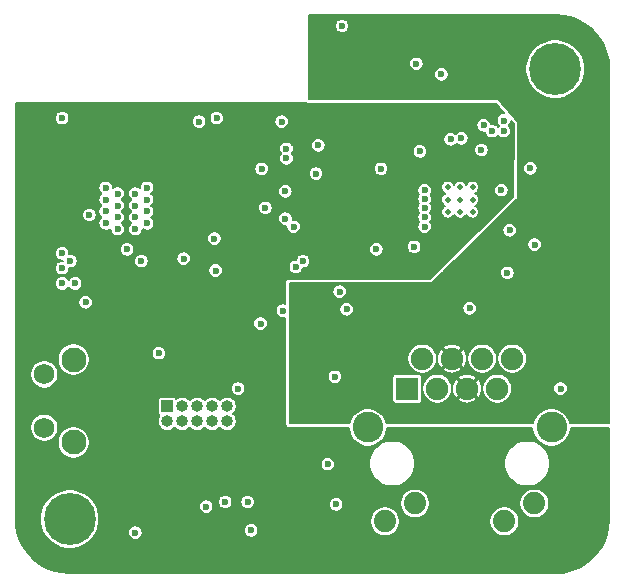
<source format=gbr>
G04 #@! TF.GenerationSoftware,KiCad,Pcbnew,(5.1.7)-1*
G04 #@! TF.CreationDate,2020-12-04T15:33:14-08:00*
G04 #@! TF.ProjectId,EsperDNS,45737065-7244-44e5-932e-6b696361645f,rev?*
G04 #@! TF.SameCoordinates,Original*
G04 #@! TF.FileFunction,Copper,L3,Inr*
G04 #@! TF.FilePolarity,Positive*
%FSLAX46Y46*%
G04 Gerber Fmt 4.6, Leading zero omitted, Abs format (unit mm)*
G04 Created by KiCad (PCBNEW (5.1.7)-1) date 2020-12-04 15:33:14*
%MOMM*%
%LPD*%
G01*
G04 APERTURE LIST*
G04 #@! TA.AperFunction,ComponentPad*
%ADD10O,1.000000X1.000000*%
G04 #@! TD*
G04 #@! TA.AperFunction,ComponentPad*
%ADD11R,1.000000X1.000000*%
G04 #@! TD*
G04 #@! TA.AperFunction,ComponentPad*
%ADD12C,0.500000*%
G04 #@! TD*
G04 #@! TA.AperFunction,ComponentPad*
%ADD13C,2.100000*%
G04 #@! TD*
G04 #@! TA.AperFunction,ComponentPad*
%ADD14C,1.750000*%
G04 #@! TD*
G04 #@! TA.AperFunction,ComponentPad*
%ADD15C,2.600000*%
G04 #@! TD*
G04 #@! TA.AperFunction,ComponentPad*
%ADD16C,1.890000*%
G04 #@! TD*
G04 #@! TA.AperFunction,ComponentPad*
%ADD17C,1.900000*%
G04 #@! TD*
G04 #@! TA.AperFunction,ComponentPad*
%ADD18R,1.900000X1.900000*%
G04 #@! TD*
G04 #@! TA.AperFunction,ComponentPad*
%ADD19C,4.400000*%
G04 #@! TD*
G04 #@! TA.AperFunction,ViaPad*
%ADD20C,0.600000*%
G04 #@! TD*
G04 #@! TA.AperFunction,Conductor*
%ADD21C,0.127000*%
G04 #@! TD*
G04 #@! TA.AperFunction,Conductor*
%ADD22C,0.100000*%
G04 #@! TD*
G04 APERTURE END LIST*
D10*
X-7220000Y-10770000D03*
X-7220000Y-9500000D03*
X-8490000Y-10770000D03*
X-8490000Y-9500000D03*
X-9760000Y-10770000D03*
X-9760000Y-9500000D03*
X-11030000Y-10770000D03*
X-11030000Y-9500000D03*
X-12300000Y-10770000D03*
D11*
X-12300000Y-9500000D03*
D12*
X11450000Y9050000D03*
X12500000Y9050000D03*
X13550000Y9050000D03*
X11450000Y8000000D03*
X12500000Y8000000D03*
X13550000Y8000000D03*
X11450000Y6950000D03*
X12500000Y6950000D03*
X13550000Y6950000D03*
D13*
X-20210000Y-12550000D03*
D14*
X-22700000Y-11300000D03*
X-22700000Y-6800000D03*
D13*
X-20210000Y-5540000D03*
D15*
X20240000Y-11290000D03*
X4690000Y-11290000D03*
D16*
X6140000Y-19240000D03*
X8680000Y-17720000D03*
X16250000Y-19240000D03*
X18790000Y-17720000D03*
D17*
X16910000Y-5460000D03*
X15640000Y-8000000D03*
X14370000Y-5460000D03*
X13100000Y-8000000D03*
X11830000Y-5460000D03*
X10560000Y-8000000D03*
X9290000Y-5460000D03*
D18*
X8020000Y-8000000D03*
D19*
X20550000Y19050000D03*
X-20550000Y-19050000D03*
D20*
X-16500000Y5500000D03*
X-17500000Y6000000D03*
X-16500000Y6500000D03*
X-17500000Y7000000D03*
X-15000000Y5500000D03*
X-14000000Y6000000D03*
X-15000000Y6500000D03*
X-14000000Y7000000D03*
X-15000000Y7500000D03*
X-16500000Y7500000D03*
X-17500000Y8000000D03*
X-14000000Y8000000D03*
X-15000000Y8500000D03*
X-16500000Y8500000D03*
X-14000000Y9000000D03*
X-17500000Y9000000D03*
X-9000000Y-18000000D03*
X500000Y12600000D03*
X300000Y10200000D03*
X-1600000Y5700000D03*
X-20100000Y900000D03*
X-20500000Y2800000D03*
X14500000Y14300000D03*
X12600000Y13200000D03*
X-800000Y2800000D03*
X-21200000Y14900000D03*
X-2200000Y11500000D03*
X16200000Y14700000D03*
X2500000Y22700000D03*
X16700000Y5400000D03*
X18440000Y10660000D03*
X13300000Y-1200000D03*
X8600000Y4000000D03*
X10900000Y18600000D03*
X8800000Y19500000D03*
X2000000Y-17800000D03*
X-5500000Y-17600000D03*
X-7400000Y-17600000D03*
X1300000Y-14400000D03*
X-8100000Y14900000D03*
X14300000Y12200000D03*
X1900000Y-7000000D03*
X-19200000Y-700000D03*
X-13000000Y-5000000D03*
X21000000Y-8000000D03*
X-2500000Y-1400000D03*
X2900000Y-1300000D03*
X16500000Y1799994D03*
X18800000Y4200000D03*
X-21200000Y13600000D03*
X900000Y-18500000D03*
X900000Y-19900000D03*
X-3200000Y-20000000D03*
X-3200000Y-18400000D03*
X13300000Y12200000D03*
X-2000000Y9500000D03*
X-6300000Y-4900000D03*
X5700000Y14900000D03*
X-1000000Y-18400000D03*
X-1000000Y-20000000D03*
X-1125000Y-12265000D03*
X16700000Y6400000D03*
X12300000Y-3700000D03*
X17700000Y-1300000D03*
X7500000Y-3800000D03*
X13300000Y-3700000D03*
X11300000Y-3800000D03*
X10900000Y17600000D03*
X6600000Y18600000D03*
X8400000Y200000D03*
X4600000Y-1900000D03*
X-21200000Y3450000D03*
X15200000Y13800000D03*
X-21200000Y2200000D03*
X16200000Y13800000D03*
X-8300000Y4700000D03*
X5400000Y3800000D03*
X5800000Y10600000D03*
X9093750Y12093750D03*
X9500000Y6500000D03*
X-2300000Y6400000D03*
X9500000Y7300000D03*
X-2300000Y8700000D03*
X9500000Y5699994D03*
X-2200000Y12300000D03*
X-21200000Y900000D03*
X11700000Y13100000D03*
X-8200000Y2000000D03*
X-10900000Y3000000D03*
X-9600000Y14600000D03*
X-2600000Y14600000D03*
X-14500000Y2800000D03*
X-4000000Y7300000D03*
X-15700000Y3800000D03*
X-4300000Y10600000D03*
X-15000000Y-20200000D03*
X-5200000Y-20000000D03*
X-6300000Y-8000000D03*
X-4400000Y-2500000D03*
X9500006Y8050000D03*
X9500000Y8777001D03*
X16000000Y8800000D03*
X-1400000Y2300000D03*
X2300000Y200000D03*
X-18900000Y6700000D03*
X20000000Y4200000D03*
X-900000Y-8180000D03*
D21*
X21361231Y23558639D02*
X22146823Y23343726D01*
X22881939Y22993093D01*
X23543347Y22517824D01*
X24110137Y21932940D01*
X24564396Y21256932D01*
X24891765Y20511165D01*
X25082574Y19716385D01*
X25132500Y19036525D01*
X25132501Y-10936500D01*
X21818873Y-10936500D01*
X21795340Y-10818193D01*
X21673410Y-10523827D01*
X21496394Y-10258904D01*
X21271096Y-10033606D01*
X21006173Y-9856590D01*
X20711807Y-9734660D01*
X20399310Y-9672500D01*
X20080690Y-9672500D01*
X19768193Y-9734660D01*
X19473827Y-9856590D01*
X19208904Y-10033606D01*
X18983606Y-10258904D01*
X18806590Y-10523827D01*
X18684660Y-10818193D01*
X18661127Y-10936500D01*
X6268873Y-10936500D01*
X6245340Y-10818193D01*
X6123410Y-10523827D01*
X5946394Y-10258904D01*
X5721096Y-10033606D01*
X5456173Y-9856590D01*
X5161807Y-9734660D01*
X4849310Y-9672500D01*
X4530690Y-9672500D01*
X4218193Y-9734660D01*
X3923827Y-9856590D01*
X3658904Y-10033606D01*
X3433606Y-10258904D01*
X3256590Y-10523827D01*
X3134660Y-10818193D01*
X3111127Y-10936500D01*
X-1936500Y-10936500D01*
X-1936500Y-6939182D01*
X1282500Y-6939182D01*
X1282500Y-7060818D01*
X1306230Y-7180118D01*
X1352778Y-7292496D01*
X1420356Y-7393633D01*
X1506367Y-7479644D01*
X1607504Y-7547222D01*
X1719882Y-7593770D01*
X1839182Y-7617500D01*
X1960818Y-7617500D01*
X2080118Y-7593770D01*
X2192496Y-7547222D01*
X2293633Y-7479644D01*
X2379644Y-7393633D01*
X2447222Y-7292496D01*
X2493770Y-7180118D01*
X2517500Y-7060818D01*
X2517500Y-7050000D01*
X6750964Y-7050000D01*
X6750964Y-8950000D01*
X6757094Y-9012241D01*
X6775249Y-9072090D01*
X6804731Y-9127247D01*
X6844407Y-9175593D01*
X6892753Y-9215269D01*
X6947910Y-9244751D01*
X7007759Y-9262906D01*
X7070000Y-9269036D01*
X8970000Y-9269036D01*
X9032241Y-9262906D01*
X9092090Y-9244751D01*
X9147247Y-9215269D01*
X9195593Y-9175593D01*
X9235269Y-9127247D01*
X9264751Y-9072090D01*
X9282906Y-9012241D01*
X9289036Y-8950000D01*
X9289036Y-7875162D01*
X9292500Y-7875162D01*
X9292500Y-8124838D01*
X9341209Y-8369716D01*
X9436756Y-8600386D01*
X9575468Y-8807984D01*
X9752016Y-8984532D01*
X9959614Y-9123244D01*
X10190284Y-9218791D01*
X10435162Y-9267500D01*
X10684838Y-9267500D01*
X10929716Y-9218791D01*
X11160386Y-9123244D01*
X11367984Y-8984532D01*
X11464341Y-8888175D01*
X12301628Y-8888175D01*
X12403682Y-9066434D01*
X12625112Y-9181787D01*
X12864792Y-9251725D01*
X13113511Y-9273561D01*
X13361710Y-9246454D01*
X13599852Y-9171447D01*
X13796318Y-9066434D01*
X13898372Y-8888175D01*
X13100000Y-8089803D01*
X12301628Y-8888175D01*
X11464341Y-8888175D01*
X11544532Y-8807984D01*
X11683244Y-8600386D01*
X11778791Y-8369716D01*
X11827500Y-8124838D01*
X11827500Y-8023226D01*
X11853546Y-8261710D01*
X11928553Y-8499852D01*
X12033566Y-8696318D01*
X12211825Y-8798372D01*
X13010197Y-8000000D01*
X13189803Y-8000000D01*
X13988175Y-8798372D01*
X14166434Y-8696318D01*
X14281787Y-8474888D01*
X14351725Y-8235208D01*
X14372500Y-7998574D01*
X14372500Y-8124838D01*
X14421209Y-8369716D01*
X14516756Y-8600386D01*
X14655468Y-8807984D01*
X14832016Y-8984532D01*
X15039614Y-9123244D01*
X15270284Y-9218791D01*
X15515162Y-9267500D01*
X15764838Y-9267500D01*
X16009716Y-9218791D01*
X16240386Y-9123244D01*
X16447984Y-8984532D01*
X16624532Y-8807984D01*
X16763244Y-8600386D01*
X16858791Y-8369716D01*
X16907500Y-8124838D01*
X16907500Y-7939182D01*
X20382500Y-7939182D01*
X20382500Y-8060818D01*
X20406230Y-8180118D01*
X20452778Y-8292496D01*
X20520356Y-8393633D01*
X20606367Y-8479644D01*
X20707504Y-8547222D01*
X20819882Y-8593770D01*
X20939182Y-8617500D01*
X21060818Y-8617500D01*
X21180118Y-8593770D01*
X21292496Y-8547222D01*
X21393633Y-8479644D01*
X21479644Y-8393633D01*
X21547222Y-8292496D01*
X21593770Y-8180118D01*
X21617500Y-8060818D01*
X21617500Y-7939182D01*
X21593770Y-7819882D01*
X21547222Y-7707504D01*
X21479644Y-7606367D01*
X21393633Y-7520356D01*
X21292496Y-7452778D01*
X21180118Y-7406230D01*
X21060818Y-7382500D01*
X20939182Y-7382500D01*
X20819882Y-7406230D01*
X20707504Y-7452778D01*
X20606367Y-7520356D01*
X20520356Y-7606367D01*
X20452778Y-7707504D01*
X20406230Y-7819882D01*
X20382500Y-7939182D01*
X16907500Y-7939182D01*
X16907500Y-7875162D01*
X16858791Y-7630284D01*
X16763244Y-7399614D01*
X16624532Y-7192016D01*
X16447984Y-7015468D01*
X16240386Y-6876756D01*
X16009716Y-6781209D01*
X15764838Y-6732500D01*
X15515162Y-6732500D01*
X15270284Y-6781209D01*
X15039614Y-6876756D01*
X14832016Y-7015468D01*
X14655468Y-7192016D01*
X14516756Y-7399614D01*
X14421209Y-7630284D01*
X14372500Y-7875162D01*
X14372500Y-7976774D01*
X14346454Y-7738290D01*
X14271447Y-7500148D01*
X14166434Y-7303682D01*
X13988175Y-7201628D01*
X13189803Y-8000000D01*
X13010197Y-8000000D01*
X12211825Y-7201628D01*
X12033566Y-7303682D01*
X11918213Y-7525112D01*
X11848275Y-7764792D01*
X11827500Y-8001426D01*
X11827500Y-7875162D01*
X11778791Y-7630284D01*
X11683244Y-7399614D01*
X11544532Y-7192016D01*
X11464341Y-7111825D01*
X12301628Y-7111825D01*
X13100000Y-7910197D01*
X13898372Y-7111825D01*
X13796318Y-6933566D01*
X13574888Y-6818213D01*
X13335208Y-6748275D01*
X13086489Y-6726439D01*
X12838290Y-6753546D01*
X12600148Y-6828553D01*
X12403682Y-6933566D01*
X12301628Y-7111825D01*
X11464341Y-7111825D01*
X11367984Y-7015468D01*
X11160386Y-6876756D01*
X10929716Y-6781209D01*
X10684838Y-6732500D01*
X10435162Y-6732500D01*
X10190284Y-6781209D01*
X9959614Y-6876756D01*
X9752016Y-7015468D01*
X9575468Y-7192016D01*
X9436756Y-7399614D01*
X9341209Y-7630284D01*
X9292500Y-7875162D01*
X9289036Y-7875162D01*
X9289036Y-7050000D01*
X9282906Y-6987759D01*
X9264751Y-6927910D01*
X9235269Y-6872753D01*
X9195593Y-6824407D01*
X9147247Y-6784731D01*
X9092090Y-6755249D01*
X9032241Y-6737094D01*
X8970000Y-6730964D01*
X7070000Y-6730964D01*
X7007759Y-6737094D01*
X6947910Y-6755249D01*
X6892753Y-6784731D01*
X6844407Y-6824407D01*
X6804731Y-6872753D01*
X6775249Y-6927910D01*
X6757094Y-6987759D01*
X6750964Y-7050000D01*
X2517500Y-7050000D01*
X2517500Y-6939182D01*
X2493770Y-6819882D01*
X2447222Y-6707504D01*
X2379644Y-6606367D01*
X2293633Y-6520356D01*
X2192496Y-6452778D01*
X2080118Y-6406230D01*
X1960818Y-6382500D01*
X1839182Y-6382500D01*
X1719882Y-6406230D01*
X1607504Y-6452778D01*
X1506367Y-6520356D01*
X1420356Y-6606367D01*
X1352778Y-6707504D01*
X1306230Y-6819882D01*
X1282500Y-6939182D01*
X-1936500Y-6939182D01*
X-1936500Y-5335162D01*
X8022500Y-5335162D01*
X8022500Y-5584838D01*
X8071209Y-5829716D01*
X8166756Y-6060386D01*
X8305468Y-6267984D01*
X8482016Y-6444532D01*
X8689614Y-6583244D01*
X8920284Y-6678791D01*
X9165162Y-6727500D01*
X9414838Y-6727500D01*
X9659716Y-6678791D01*
X9890386Y-6583244D01*
X10097984Y-6444532D01*
X10194341Y-6348175D01*
X11031628Y-6348175D01*
X11133682Y-6526434D01*
X11355112Y-6641787D01*
X11594792Y-6711725D01*
X11843511Y-6733561D01*
X12091710Y-6706454D01*
X12329852Y-6631447D01*
X12526318Y-6526434D01*
X12628372Y-6348175D01*
X11830000Y-5549803D01*
X11031628Y-6348175D01*
X10194341Y-6348175D01*
X10274532Y-6267984D01*
X10413244Y-6060386D01*
X10508791Y-5829716D01*
X10557500Y-5584838D01*
X10557500Y-5483226D01*
X10583546Y-5721710D01*
X10658553Y-5959852D01*
X10763566Y-6156318D01*
X10941825Y-6258372D01*
X11740197Y-5460000D01*
X11919803Y-5460000D01*
X12718175Y-6258372D01*
X12896434Y-6156318D01*
X13011787Y-5934888D01*
X13081725Y-5695208D01*
X13102500Y-5458574D01*
X13102500Y-5584838D01*
X13151209Y-5829716D01*
X13246756Y-6060386D01*
X13385468Y-6267984D01*
X13562016Y-6444532D01*
X13769614Y-6583244D01*
X14000284Y-6678791D01*
X14245162Y-6727500D01*
X14494838Y-6727500D01*
X14739716Y-6678791D01*
X14970386Y-6583244D01*
X15177984Y-6444532D01*
X15354532Y-6267984D01*
X15493244Y-6060386D01*
X15588791Y-5829716D01*
X15637500Y-5584838D01*
X15637500Y-5335162D01*
X15642500Y-5335162D01*
X15642500Y-5584838D01*
X15691209Y-5829716D01*
X15786756Y-6060386D01*
X15925468Y-6267984D01*
X16102016Y-6444532D01*
X16309614Y-6583244D01*
X16540284Y-6678791D01*
X16785162Y-6727500D01*
X17034838Y-6727500D01*
X17279716Y-6678791D01*
X17510386Y-6583244D01*
X17717984Y-6444532D01*
X17894532Y-6267984D01*
X18033244Y-6060386D01*
X18128791Y-5829716D01*
X18177500Y-5584838D01*
X18177500Y-5335162D01*
X18128791Y-5090284D01*
X18033244Y-4859614D01*
X17894532Y-4652016D01*
X17717984Y-4475468D01*
X17510386Y-4336756D01*
X17279716Y-4241209D01*
X17034838Y-4192500D01*
X16785162Y-4192500D01*
X16540284Y-4241209D01*
X16309614Y-4336756D01*
X16102016Y-4475468D01*
X15925468Y-4652016D01*
X15786756Y-4859614D01*
X15691209Y-5090284D01*
X15642500Y-5335162D01*
X15637500Y-5335162D01*
X15588791Y-5090284D01*
X15493244Y-4859614D01*
X15354532Y-4652016D01*
X15177984Y-4475468D01*
X14970386Y-4336756D01*
X14739716Y-4241209D01*
X14494838Y-4192500D01*
X14245162Y-4192500D01*
X14000284Y-4241209D01*
X13769614Y-4336756D01*
X13562016Y-4475468D01*
X13385468Y-4652016D01*
X13246756Y-4859614D01*
X13151209Y-5090284D01*
X13102500Y-5335162D01*
X13102500Y-5436774D01*
X13076454Y-5198290D01*
X13001447Y-4960148D01*
X12896434Y-4763682D01*
X12718175Y-4661628D01*
X11919803Y-5460000D01*
X11740197Y-5460000D01*
X10941825Y-4661628D01*
X10763566Y-4763682D01*
X10648213Y-4985112D01*
X10578275Y-5224792D01*
X10557500Y-5461426D01*
X10557500Y-5335162D01*
X10508791Y-5090284D01*
X10413244Y-4859614D01*
X10274532Y-4652016D01*
X10194341Y-4571825D01*
X11031628Y-4571825D01*
X11830000Y-5370197D01*
X12628372Y-4571825D01*
X12526318Y-4393566D01*
X12304888Y-4278213D01*
X12065208Y-4208275D01*
X11816489Y-4186439D01*
X11568290Y-4213546D01*
X11330148Y-4288553D01*
X11133682Y-4393566D01*
X11031628Y-4571825D01*
X10194341Y-4571825D01*
X10097984Y-4475468D01*
X9890386Y-4336756D01*
X9659716Y-4241209D01*
X9414838Y-4192500D01*
X9165162Y-4192500D01*
X8920284Y-4241209D01*
X8689614Y-4336756D01*
X8482016Y-4475468D01*
X8305468Y-4652016D01*
X8166756Y-4859614D01*
X8071209Y-5090284D01*
X8022500Y-5335162D01*
X-1936500Y-5335162D01*
X-1936500Y-1653197D01*
X-1906230Y-1580118D01*
X-1882500Y-1460818D01*
X-1882500Y-1339182D01*
X-1902391Y-1239182D01*
X2282500Y-1239182D01*
X2282500Y-1360818D01*
X2306230Y-1480118D01*
X2352778Y-1592496D01*
X2420356Y-1693633D01*
X2506367Y-1779644D01*
X2607504Y-1847222D01*
X2719882Y-1893770D01*
X2839182Y-1917500D01*
X2960818Y-1917500D01*
X3080118Y-1893770D01*
X3192496Y-1847222D01*
X3293633Y-1779644D01*
X3379644Y-1693633D01*
X3447222Y-1592496D01*
X3493770Y-1480118D01*
X3517500Y-1360818D01*
X3517500Y-1239182D01*
X3497609Y-1139182D01*
X12682500Y-1139182D01*
X12682500Y-1260818D01*
X12706230Y-1380118D01*
X12752778Y-1492496D01*
X12820356Y-1593633D01*
X12906367Y-1679644D01*
X13007504Y-1747222D01*
X13119882Y-1793770D01*
X13239182Y-1817500D01*
X13360818Y-1817500D01*
X13480118Y-1793770D01*
X13592496Y-1747222D01*
X13693633Y-1679644D01*
X13779644Y-1593633D01*
X13847222Y-1492496D01*
X13893770Y-1380118D01*
X13917500Y-1260818D01*
X13917500Y-1139182D01*
X13893770Y-1019882D01*
X13847222Y-907504D01*
X13779644Y-806367D01*
X13693633Y-720356D01*
X13592496Y-652778D01*
X13480118Y-606230D01*
X13360818Y-582500D01*
X13239182Y-582500D01*
X13119882Y-606230D01*
X13007504Y-652778D01*
X12906367Y-720356D01*
X12820356Y-806367D01*
X12752778Y-907504D01*
X12706230Y-1019882D01*
X12682500Y-1139182D01*
X3497609Y-1139182D01*
X3493770Y-1119882D01*
X3447222Y-1007504D01*
X3379644Y-906367D01*
X3293633Y-820356D01*
X3192496Y-752778D01*
X3080118Y-706230D01*
X2960818Y-682500D01*
X2839182Y-682500D01*
X2719882Y-706230D01*
X2607504Y-752778D01*
X2506367Y-820356D01*
X2420356Y-906367D01*
X2352778Y-1007504D01*
X2306230Y-1119882D01*
X2282500Y-1239182D01*
X-1902391Y-1239182D01*
X-1906230Y-1219882D01*
X-1936500Y-1146803D01*
X-1936500Y260818D01*
X1682500Y260818D01*
X1682500Y139182D01*
X1706230Y19882D01*
X1752778Y-92496D01*
X1820356Y-193633D01*
X1906367Y-279644D01*
X2007504Y-347222D01*
X2119882Y-393770D01*
X2239182Y-417500D01*
X2360818Y-417500D01*
X2480118Y-393770D01*
X2592496Y-347222D01*
X2693633Y-279644D01*
X2779644Y-193633D01*
X2847222Y-92496D01*
X2893770Y19882D01*
X2917500Y139182D01*
X2917500Y260818D01*
X2893770Y380118D01*
X2847222Y492496D01*
X2779644Y593633D01*
X2693633Y679644D01*
X2592496Y747222D01*
X2480118Y793770D01*
X2360818Y817500D01*
X2239182Y817500D01*
X2119882Y793770D01*
X2007504Y747222D01*
X1906367Y679644D01*
X1820356Y593633D01*
X1752778Y492496D01*
X1706230Y380118D01*
X1682500Y260818D01*
X-1936500Y260818D01*
X-1936500Y936433D01*
X10112626Y923673D01*
X10125015Y924880D01*
X10136931Y928481D01*
X10147916Y934337D01*
X10157360Y942038D01*
X11085754Y1860812D01*
X15882500Y1860812D01*
X15882500Y1739176D01*
X15906230Y1619876D01*
X15952778Y1507498D01*
X16020356Y1406361D01*
X16106367Y1320350D01*
X16207504Y1252772D01*
X16319882Y1206224D01*
X16439182Y1182494D01*
X16560818Y1182494D01*
X16680118Y1206224D01*
X16792496Y1252772D01*
X16893633Y1320350D01*
X16979644Y1406361D01*
X17047222Y1507498D01*
X17093770Y1619876D01*
X17117500Y1739176D01*
X17117500Y1860812D01*
X17093770Y1980112D01*
X17047222Y2092490D01*
X16979644Y2193627D01*
X16893633Y2279638D01*
X16792496Y2347216D01*
X16680118Y2393764D01*
X16560818Y2417494D01*
X16439182Y2417494D01*
X16319882Y2393764D01*
X16207504Y2347216D01*
X16106367Y2279638D01*
X16020356Y2193627D01*
X15952778Y2092490D01*
X15906230Y1980112D01*
X15882500Y1860812D01*
X11085754Y1860812D01*
X13510890Y4260818D01*
X18182500Y4260818D01*
X18182500Y4139182D01*
X18206230Y4019882D01*
X18252778Y3907504D01*
X18320356Y3806367D01*
X18406367Y3720356D01*
X18507504Y3652778D01*
X18619882Y3606230D01*
X18739182Y3582500D01*
X18860818Y3582500D01*
X18980118Y3606230D01*
X19092496Y3652778D01*
X19193633Y3720356D01*
X19279644Y3806367D01*
X19347222Y3907504D01*
X19393770Y4019882D01*
X19417500Y4139182D01*
X19417500Y4260818D01*
X19393770Y4380118D01*
X19347222Y4492496D01*
X19279644Y4593633D01*
X19193633Y4679644D01*
X19092496Y4747222D01*
X18980118Y4793770D01*
X18860818Y4817500D01*
X18739182Y4817500D01*
X18619882Y4793770D01*
X18507504Y4747222D01*
X18406367Y4679644D01*
X18320356Y4593633D01*
X18252778Y4492496D01*
X18206230Y4380118D01*
X18182500Y4260818D01*
X13510890Y4260818D01*
X14723456Y5460818D01*
X16082500Y5460818D01*
X16082500Y5339182D01*
X16106230Y5219882D01*
X16152778Y5107504D01*
X16220356Y5006367D01*
X16306367Y4920356D01*
X16407504Y4852778D01*
X16519882Y4806230D01*
X16639182Y4782500D01*
X16760818Y4782500D01*
X16880118Y4806230D01*
X16992496Y4852778D01*
X17093633Y4920356D01*
X17179644Y5006367D01*
X17247222Y5107504D01*
X17293770Y5219882D01*
X17317500Y5339182D01*
X17317500Y5460818D01*
X17293770Y5580118D01*
X17247222Y5692496D01*
X17179644Y5793633D01*
X17093633Y5879644D01*
X16992496Y5947222D01*
X16880118Y5993770D01*
X16760818Y6017500D01*
X16639182Y6017500D01*
X16519882Y5993770D01*
X16407504Y5947222D01*
X16306367Y5879644D01*
X16220356Y5793633D01*
X16152778Y5692496D01*
X16106230Y5580118D01*
X16082500Y5460818D01*
X14723456Y5460818D01*
X17344667Y8054865D01*
X17352614Y8064447D01*
X17358539Y8075394D01*
X17362214Y8087288D01*
X17363498Y8099508D01*
X17383818Y10720818D01*
X17822500Y10720818D01*
X17822500Y10599182D01*
X17846230Y10479882D01*
X17892778Y10367504D01*
X17960356Y10266367D01*
X18046367Y10180356D01*
X18147504Y10112778D01*
X18259882Y10066230D01*
X18379182Y10042500D01*
X18500818Y10042500D01*
X18620118Y10066230D01*
X18732496Y10112778D01*
X18833633Y10180356D01*
X18919644Y10266367D01*
X18987222Y10367504D01*
X19033770Y10479882D01*
X19057500Y10599182D01*
X19057500Y10720818D01*
X19033770Y10840118D01*
X18987222Y10952496D01*
X18919644Y11053633D01*
X18833633Y11139644D01*
X18732496Y11207222D01*
X18620118Y11253770D01*
X18500818Y11277500D01*
X18379182Y11277500D01*
X18259882Y11253770D01*
X18147504Y11207222D01*
X18046367Y11139644D01*
X17960356Y11053633D01*
X17892778Y10952496D01*
X17846230Y10840118D01*
X17822500Y10720818D01*
X17383818Y10720818D01*
X17413498Y14549508D01*
X17412374Y14561905D01*
X17408853Y14573845D01*
X17403070Y14584868D01*
X17397323Y14592341D01*
X15697323Y16492341D01*
X15688153Y16500760D01*
X15677517Y16507228D01*
X15665824Y16511497D01*
X15650000Y16513500D01*
X-336500Y16513500D01*
X-336500Y18660818D01*
X10282500Y18660818D01*
X10282500Y18539182D01*
X10306230Y18419882D01*
X10352778Y18307504D01*
X10420356Y18206367D01*
X10506367Y18120356D01*
X10607504Y18052778D01*
X10719882Y18006230D01*
X10839182Y17982500D01*
X10960818Y17982500D01*
X11080118Y18006230D01*
X11192496Y18052778D01*
X11293633Y18120356D01*
X11379644Y18206367D01*
X11447222Y18307504D01*
X11493770Y18419882D01*
X11517500Y18539182D01*
X11517500Y18660818D01*
X11493770Y18780118D01*
X11447222Y18892496D01*
X11379644Y18993633D01*
X11293633Y19079644D01*
X11192496Y19147222D01*
X11080118Y19193770D01*
X10960818Y19217500D01*
X10839182Y19217500D01*
X10719882Y19193770D01*
X10607504Y19147222D01*
X10506367Y19079644D01*
X10420356Y18993633D01*
X10352778Y18892496D01*
X10306230Y18780118D01*
X10282500Y18660818D01*
X-336500Y18660818D01*
X-336500Y19560818D01*
X8182500Y19560818D01*
X8182500Y19439182D01*
X8206230Y19319882D01*
X8252778Y19207504D01*
X8320356Y19106367D01*
X8406367Y19020356D01*
X8507504Y18952778D01*
X8619882Y18906230D01*
X8739182Y18882500D01*
X8860818Y18882500D01*
X8980118Y18906230D01*
X9092496Y18952778D01*
X9193633Y19020356D01*
X9279644Y19106367D01*
X9347222Y19207504D01*
X9384686Y19297952D01*
X18032500Y19297952D01*
X18032500Y18802048D01*
X18129246Y18315672D01*
X18319021Y17857517D01*
X18594530Y17445187D01*
X18945187Y17094530D01*
X19357517Y16819021D01*
X19815672Y16629246D01*
X20302048Y16532500D01*
X20797952Y16532500D01*
X21284328Y16629246D01*
X21742483Y16819021D01*
X22154813Y17094530D01*
X22505470Y17445187D01*
X22780979Y17857517D01*
X22970754Y18315672D01*
X23067500Y18802048D01*
X23067500Y19297952D01*
X22970754Y19784328D01*
X22780979Y20242483D01*
X22505470Y20654813D01*
X22154813Y21005470D01*
X21742483Y21280979D01*
X21284328Y21470754D01*
X20797952Y21567500D01*
X20302048Y21567500D01*
X19815672Y21470754D01*
X19357517Y21280979D01*
X18945187Y21005470D01*
X18594530Y20654813D01*
X18319021Y20242483D01*
X18129246Y19784328D01*
X18032500Y19297952D01*
X9384686Y19297952D01*
X9393770Y19319882D01*
X9417500Y19439182D01*
X9417500Y19560818D01*
X9393770Y19680118D01*
X9347222Y19792496D01*
X9279644Y19893633D01*
X9193633Y19979644D01*
X9092496Y20047222D01*
X8980118Y20093770D01*
X8860818Y20117500D01*
X8739182Y20117500D01*
X8619882Y20093770D01*
X8507504Y20047222D01*
X8406367Y19979644D01*
X8320356Y19893633D01*
X8252778Y19792496D01*
X8206230Y19680118D01*
X8182500Y19560818D01*
X-336500Y19560818D01*
X-336500Y22760818D01*
X1882500Y22760818D01*
X1882500Y22639182D01*
X1906230Y22519882D01*
X1952778Y22407504D01*
X2020356Y22306367D01*
X2106367Y22220356D01*
X2207504Y22152778D01*
X2319882Y22106230D01*
X2439182Y22082500D01*
X2560818Y22082500D01*
X2680118Y22106230D01*
X2792496Y22152778D01*
X2893633Y22220356D01*
X2979644Y22306367D01*
X3047222Y22407504D01*
X3093770Y22519882D01*
X3117500Y22639182D01*
X3117500Y22760818D01*
X3093770Y22880118D01*
X3047222Y22992496D01*
X2979644Y23093633D01*
X2893633Y23179644D01*
X2792496Y23247222D01*
X2680118Y23293770D01*
X2560818Y23317500D01*
X2439182Y23317500D01*
X2319882Y23293770D01*
X2207504Y23247222D01*
X2106367Y23179644D01*
X2020356Y23093633D01*
X1952778Y22992496D01*
X1906230Y22880118D01*
X1882500Y22760818D01*
X-336500Y22760818D01*
X-336500Y23632500D01*
X20533634Y23632500D01*
X21361231Y23558639D01*
G04 #@! TA.AperFunction,Conductor*
D22*
G36*
X21361231Y23558639D02*
G01*
X22146823Y23343726D01*
X22881939Y22993093D01*
X23543347Y22517824D01*
X24110137Y21932940D01*
X24564396Y21256932D01*
X24891765Y20511165D01*
X25082574Y19716385D01*
X25132500Y19036525D01*
X25132501Y-10936500D01*
X21818873Y-10936500D01*
X21795340Y-10818193D01*
X21673410Y-10523827D01*
X21496394Y-10258904D01*
X21271096Y-10033606D01*
X21006173Y-9856590D01*
X20711807Y-9734660D01*
X20399310Y-9672500D01*
X20080690Y-9672500D01*
X19768193Y-9734660D01*
X19473827Y-9856590D01*
X19208904Y-10033606D01*
X18983606Y-10258904D01*
X18806590Y-10523827D01*
X18684660Y-10818193D01*
X18661127Y-10936500D01*
X6268873Y-10936500D01*
X6245340Y-10818193D01*
X6123410Y-10523827D01*
X5946394Y-10258904D01*
X5721096Y-10033606D01*
X5456173Y-9856590D01*
X5161807Y-9734660D01*
X4849310Y-9672500D01*
X4530690Y-9672500D01*
X4218193Y-9734660D01*
X3923827Y-9856590D01*
X3658904Y-10033606D01*
X3433606Y-10258904D01*
X3256590Y-10523827D01*
X3134660Y-10818193D01*
X3111127Y-10936500D01*
X-1936500Y-10936500D01*
X-1936500Y-6939182D01*
X1282500Y-6939182D01*
X1282500Y-7060818D01*
X1306230Y-7180118D01*
X1352778Y-7292496D01*
X1420356Y-7393633D01*
X1506367Y-7479644D01*
X1607504Y-7547222D01*
X1719882Y-7593770D01*
X1839182Y-7617500D01*
X1960818Y-7617500D01*
X2080118Y-7593770D01*
X2192496Y-7547222D01*
X2293633Y-7479644D01*
X2379644Y-7393633D01*
X2447222Y-7292496D01*
X2493770Y-7180118D01*
X2517500Y-7060818D01*
X2517500Y-7050000D01*
X6750964Y-7050000D01*
X6750964Y-8950000D01*
X6757094Y-9012241D01*
X6775249Y-9072090D01*
X6804731Y-9127247D01*
X6844407Y-9175593D01*
X6892753Y-9215269D01*
X6947910Y-9244751D01*
X7007759Y-9262906D01*
X7070000Y-9269036D01*
X8970000Y-9269036D01*
X9032241Y-9262906D01*
X9092090Y-9244751D01*
X9147247Y-9215269D01*
X9195593Y-9175593D01*
X9235269Y-9127247D01*
X9264751Y-9072090D01*
X9282906Y-9012241D01*
X9289036Y-8950000D01*
X9289036Y-7875162D01*
X9292500Y-7875162D01*
X9292500Y-8124838D01*
X9341209Y-8369716D01*
X9436756Y-8600386D01*
X9575468Y-8807984D01*
X9752016Y-8984532D01*
X9959614Y-9123244D01*
X10190284Y-9218791D01*
X10435162Y-9267500D01*
X10684838Y-9267500D01*
X10929716Y-9218791D01*
X11160386Y-9123244D01*
X11367984Y-8984532D01*
X11464341Y-8888175D01*
X12301628Y-8888175D01*
X12403682Y-9066434D01*
X12625112Y-9181787D01*
X12864792Y-9251725D01*
X13113511Y-9273561D01*
X13361710Y-9246454D01*
X13599852Y-9171447D01*
X13796318Y-9066434D01*
X13898372Y-8888175D01*
X13100000Y-8089803D01*
X12301628Y-8888175D01*
X11464341Y-8888175D01*
X11544532Y-8807984D01*
X11683244Y-8600386D01*
X11778791Y-8369716D01*
X11827500Y-8124838D01*
X11827500Y-8023226D01*
X11853546Y-8261710D01*
X11928553Y-8499852D01*
X12033566Y-8696318D01*
X12211825Y-8798372D01*
X13010197Y-8000000D01*
X13189803Y-8000000D01*
X13988175Y-8798372D01*
X14166434Y-8696318D01*
X14281787Y-8474888D01*
X14351725Y-8235208D01*
X14372500Y-7998574D01*
X14372500Y-8124838D01*
X14421209Y-8369716D01*
X14516756Y-8600386D01*
X14655468Y-8807984D01*
X14832016Y-8984532D01*
X15039614Y-9123244D01*
X15270284Y-9218791D01*
X15515162Y-9267500D01*
X15764838Y-9267500D01*
X16009716Y-9218791D01*
X16240386Y-9123244D01*
X16447984Y-8984532D01*
X16624532Y-8807984D01*
X16763244Y-8600386D01*
X16858791Y-8369716D01*
X16907500Y-8124838D01*
X16907500Y-7939182D01*
X20382500Y-7939182D01*
X20382500Y-8060818D01*
X20406230Y-8180118D01*
X20452778Y-8292496D01*
X20520356Y-8393633D01*
X20606367Y-8479644D01*
X20707504Y-8547222D01*
X20819882Y-8593770D01*
X20939182Y-8617500D01*
X21060818Y-8617500D01*
X21180118Y-8593770D01*
X21292496Y-8547222D01*
X21393633Y-8479644D01*
X21479644Y-8393633D01*
X21547222Y-8292496D01*
X21593770Y-8180118D01*
X21617500Y-8060818D01*
X21617500Y-7939182D01*
X21593770Y-7819882D01*
X21547222Y-7707504D01*
X21479644Y-7606367D01*
X21393633Y-7520356D01*
X21292496Y-7452778D01*
X21180118Y-7406230D01*
X21060818Y-7382500D01*
X20939182Y-7382500D01*
X20819882Y-7406230D01*
X20707504Y-7452778D01*
X20606367Y-7520356D01*
X20520356Y-7606367D01*
X20452778Y-7707504D01*
X20406230Y-7819882D01*
X20382500Y-7939182D01*
X16907500Y-7939182D01*
X16907500Y-7875162D01*
X16858791Y-7630284D01*
X16763244Y-7399614D01*
X16624532Y-7192016D01*
X16447984Y-7015468D01*
X16240386Y-6876756D01*
X16009716Y-6781209D01*
X15764838Y-6732500D01*
X15515162Y-6732500D01*
X15270284Y-6781209D01*
X15039614Y-6876756D01*
X14832016Y-7015468D01*
X14655468Y-7192016D01*
X14516756Y-7399614D01*
X14421209Y-7630284D01*
X14372500Y-7875162D01*
X14372500Y-7976774D01*
X14346454Y-7738290D01*
X14271447Y-7500148D01*
X14166434Y-7303682D01*
X13988175Y-7201628D01*
X13189803Y-8000000D01*
X13010197Y-8000000D01*
X12211825Y-7201628D01*
X12033566Y-7303682D01*
X11918213Y-7525112D01*
X11848275Y-7764792D01*
X11827500Y-8001426D01*
X11827500Y-7875162D01*
X11778791Y-7630284D01*
X11683244Y-7399614D01*
X11544532Y-7192016D01*
X11464341Y-7111825D01*
X12301628Y-7111825D01*
X13100000Y-7910197D01*
X13898372Y-7111825D01*
X13796318Y-6933566D01*
X13574888Y-6818213D01*
X13335208Y-6748275D01*
X13086489Y-6726439D01*
X12838290Y-6753546D01*
X12600148Y-6828553D01*
X12403682Y-6933566D01*
X12301628Y-7111825D01*
X11464341Y-7111825D01*
X11367984Y-7015468D01*
X11160386Y-6876756D01*
X10929716Y-6781209D01*
X10684838Y-6732500D01*
X10435162Y-6732500D01*
X10190284Y-6781209D01*
X9959614Y-6876756D01*
X9752016Y-7015468D01*
X9575468Y-7192016D01*
X9436756Y-7399614D01*
X9341209Y-7630284D01*
X9292500Y-7875162D01*
X9289036Y-7875162D01*
X9289036Y-7050000D01*
X9282906Y-6987759D01*
X9264751Y-6927910D01*
X9235269Y-6872753D01*
X9195593Y-6824407D01*
X9147247Y-6784731D01*
X9092090Y-6755249D01*
X9032241Y-6737094D01*
X8970000Y-6730964D01*
X7070000Y-6730964D01*
X7007759Y-6737094D01*
X6947910Y-6755249D01*
X6892753Y-6784731D01*
X6844407Y-6824407D01*
X6804731Y-6872753D01*
X6775249Y-6927910D01*
X6757094Y-6987759D01*
X6750964Y-7050000D01*
X2517500Y-7050000D01*
X2517500Y-6939182D01*
X2493770Y-6819882D01*
X2447222Y-6707504D01*
X2379644Y-6606367D01*
X2293633Y-6520356D01*
X2192496Y-6452778D01*
X2080118Y-6406230D01*
X1960818Y-6382500D01*
X1839182Y-6382500D01*
X1719882Y-6406230D01*
X1607504Y-6452778D01*
X1506367Y-6520356D01*
X1420356Y-6606367D01*
X1352778Y-6707504D01*
X1306230Y-6819882D01*
X1282500Y-6939182D01*
X-1936500Y-6939182D01*
X-1936500Y-5335162D01*
X8022500Y-5335162D01*
X8022500Y-5584838D01*
X8071209Y-5829716D01*
X8166756Y-6060386D01*
X8305468Y-6267984D01*
X8482016Y-6444532D01*
X8689614Y-6583244D01*
X8920284Y-6678791D01*
X9165162Y-6727500D01*
X9414838Y-6727500D01*
X9659716Y-6678791D01*
X9890386Y-6583244D01*
X10097984Y-6444532D01*
X10194341Y-6348175D01*
X11031628Y-6348175D01*
X11133682Y-6526434D01*
X11355112Y-6641787D01*
X11594792Y-6711725D01*
X11843511Y-6733561D01*
X12091710Y-6706454D01*
X12329852Y-6631447D01*
X12526318Y-6526434D01*
X12628372Y-6348175D01*
X11830000Y-5549803D01*
X11031628Y-6348175D01*
X10194341Y-6348175D01*
X10274532Y-6267984D01*
X10413244Y-6060386D01*
X10508791Y-5829716D01*
X10557500Y-5584838D01*
X10557500Y-5483226D01*
X10583546Y-5721710D01*
X10658553Y-5959852D01*
X10763566Y-6156318D01*
X10941825Y-6258372D01*
X11740197Y-5460000D01*
X11919803Y-5460000D01*
X12718175Y-6258372D01*
X12896434Y-6156318D01*
X13011787Y-5934888D01*
X13081725Y-5695208D01*
X13102500Y-5458574D01*
X13102500Y-5584838D01*
X13151209Y-5829716D01*
X13246756Y-6060386D01*
X13385468Y-6267984D01*
X13562016Y-6444532D01*
X13769614Y-6583244D01*
X14000284Y-6678791D01*
X14245162Y-6727500D01*
X14494838Y-6727500D01*
X14739716Y-6678791D01*
X14970386Y-6583244D01*
X15177984Y-6444532D01*
X15354532Y-6267984D01*
X15493244Y-6060386D01*
X15588791Y-5829716D01*
X15637500Y-5584838D01*
X15637500Y-5335162D01*
X15642500Y-5335162D01*
X15642500Y-5584838D01*
X15691209Y-5829716D01*
X15786756Y-6060386D01*
X15925468Y-6267984D01*
X16102016Y-6444532D01*
X16309614Y-6583244D01*
X16540284Y-6678791D01*
X16785162Y-6727500D01*
X17034838Y-6727500D01*
X17279716Y-6678791D01*
X17510386Y-6583244D01*
X17717984Y-6444532D01*
X17894532Y-6267984D01*
X18033244Y-6060386D01*
X18128791Y-5829716D01*
X18177500Y-5584838D01*
X18177500Y-5335162D01*
X18128791Y-5090284D01*
X18033244Y-4859614D01*
X17894532Y-4652016D01*
X17717984Y-4475468D01*
X17510386Y-4336756D01*
X17279716Y-4241209D01*
X17034838Y-4192500D01*
X16785162Y-4192500D01*
X16540284Y-4241209D01*
X16309614Y-4336756D01*
X16102016Y-4475468D01*
X15925468Y-4652016D01*
X15786756Y-4859614D01*
X15691209Y-5090284D01*
X15642500Y-5335162D01*
X15637500Y-5335162D01*
X15588791Y-5090284D01*
X15493244Y-4859614D01*
X15354532Y-4652016D01*
X15177984Y-4475468D01*
X14970386Y-4336756D01*
X14739716Y-4241209D01*
X14494838Y-4192500D01*
X14245162Y-4192500D01*
X14000284Y-4241209D01*
X13769614Y-4336756D01*
X13562016Y-4475468D01*
X13385468Y-4652016D01*
X13246756Y-4859614D01*
X13151209Y-5090284D01*
X13102500Y-5335162D01*
X13102500Y-5436774D01*
X13076454Y-5198290D01*
X13001447Y-4960148D01*
X12896434Y-4763682D01*
X12718175Y-4661628D01*
X11919803Y-5460000D01*
X11740197Y-5460000D01*
X10941825Y-4661628D01*
X10763566Y-4763682D01*
X10648213Y-4985112D01*
X10578275Y-5224792D01*
X10557500Y-5461426D01*
X10557500Y-5335162D01*
X10508791Y-5090284D01*
X10413244Y-4859614D01*
X10274532Y-4652016D01*
X10194341Y-4571825D01*
X11031628Y-4571825D01*
X11830000Y-5370197D01*
X12628372Y-4571825D01*
X12526318Y-4393566D01*
X12304888Y-4278213D01*
X12065208Y-4208275D01*
X11816489Y-4186439D01*
X11568290Y-4213546D01*
X11330148Y-4288553D01*
X11133682Y-4393566D01*
X11031628Y-4571825D01*
X10194341Y-4571825D01*
X10097984Y-4475468D01*
X9890386Y-4336756D01*
X9659716Y-4241209D01*
X9414838Y-4192500D01*
X9165162Y-4192500D01*
X8920284Y-4241209D01*
X8689614Y-4336756D01*
X8482016Y-4475468D01*
X8305468Y-4652016D01*
X8166756Y-4859614D01*
X8071209Y-5090284D01*
X8022500Y-5335162D01*
X-1936500Y-5335162D01*
X-1936500Y-1653197D01*
X-1906230Y-1580118D01*
X-1882500Y-1460818D01*
X-1882500Y-1339182D01*
X-1902391Y-1239182D01*
X2282500Y-1239182D01*
X2282500Y-1360818D01*
X2306230Y-1480118D01*
X2352778Y-1592496D01*
X2420356Y-1693633D01*
X2506367Y-1779644D01*
X2607504Y-1847222D01*
X2719882Y-1893770D01*
X2839182Y-1917500D01*
X2960818Y-1917500D01*
X3080118Y-1893770D01*
X3192496Y-1847222D01*
X3293633Y-1779644D01*
X3379644Y-1693633D01*
X3447222Y-1592496D01*
X3493770Y-1480118D01*
X3517500Y-1360818D01*
X3517500Y-1239182D01*
X3497609Y-1139182D01*
X12682500Y-1139182D01*
X12682500Y-1260818D01*
X12706230Y-1380118D01*
X12752778Y-1492496D01*
X12820356Y-1593633D01*
X12906367Y-1679644D01*
X13007504Y-1747222D01*
X13119882Y-1793770D01*
X13239182Y-1817500D01*
X13360818Y-1817500D01*
X13480118Y-1793770D01*
X13592496Y-1747222D01*
X13693633Y-1679644D01*
X13779644Y-1593633D01*
X13847222Y-1492496D01*
X13893770Y-1380118D01*
X13917500Y-1260818D01*
X13917500Y-1139182D01*
X13893770Y-1019882D01*
X13847222Y-907504D01*
X13779644Y-806367D01*
X13693633Y-720356D01*
X13592496Y-652778D01*
X13480118Y-606230D01*
X13360818Y-582500D01*
X13239182Y-582500D01*
X13119882Y-606230D01*
X13007504Y-652778D01*
X12906367Y-720356D01*
X12820356Y-806367D01*
X12752778Y-907504D01*
X12706230Y-1019882D01*
X12682500Y-1139182D01*
X3497609Y-1139182D01*
X3493770Y-1119882D01*
X3447222Y-1007504D01*
X3379644Y-906367D01*
X3293633Y-820356D01*
X3192496Y-752778D01*
X3080118Y-706230D01*
X2960818Y-682500D01*
X2839182Y-682500D01*
X2719882Y-706230D01*
X2607504Y-752778D01*
X2506367Y-820356D01*
X2420356Y-906367D01*
X2352778Y-1007504D01*
X2306230Y-1119882D01*
X2282500Y-1239182D01*
X-1902391Y-1239182D01*
X-1906230Y-1219882D01*
X-1936500Y-1146803D01*
X-1936500Y260818D01*
X1682500Y260818D01*
X1682500Y139182D01*
X1706230Y19882D01*
X1752778Y-92496D01*
X1820356Y-193633D01*
X1906367Y-279644D01*
X2007504Y-347222D01*
X2119882Y-393770D01*
X2239182Y-417500D01*
X2360818Y-417500D01*
X2480118Y-393770D01*
X2592496Y-347222D01*
X2693633Y-279644D01*
X2779644Y-193633D01*
X2847222Y-92496D01*
X2893770Y19882D01*
X2917500Y139182D01*
X2917500Y260818D01*
X2893770Y380118D01*
X2847222Y492496D01*
X2779644Y593633D01*
X2693633Y679644D01*
X2592496Y747222D01*
X2480118Y793770D01*
X2360818Y817500D01*
X2239182Y817500D01*
X2119882Y793770D01*
X2007504Y747222D01*
X1906367Y679644D01*
X1820356Y593633D01*
X1752778Y492496D01*
X1706230Y380118D01*
X1682500Y260818D01*
X-1936500Y260818D01*
X-1936500Y936433D01*
X10112626Y923673D01*
X10125015Y924880D01*
X10136931Y928481D01*
X10147916Y934337D01*
X10157360Y942038D01*
X11085754Y1860812D01*
X15882500Y1860812D01*
X15882500Y1739176D01*
X15906230Y1619876D01*
X15952778Y1507498D01*
X16020356Y1406361D01*
X16106367Y1320350D01*
X16207504Y1252772D01*
X16319882Y1206224D01*
X16439182Y1182494D01*
X16560818Y1182494D01*
X16680118Y1206224D01*
X16792496Y1252772D01*
X16893633Y1320350D01*
X16979644Y1406361D01*
X17047222Y1507498D01*
X17093770Y1619876D01*
X17117500Y1739176D01*
X17117500Y1860812D01*
X17093770Y1980112D01*
X17047222Y2092490D01*
X16979644Y2193627D01*
X16893633Y2279638D01*
X16792496Y2347216D01*
X16680118Y2393764D01*
X16560818Y2417494D01*
X16439182Y2417494D01*
X16319882Y2393764D01*
X16207504Y2347216D01*
X16106367Y2279638D01*
X16020356Y2193627D01*
X15952778Y2092490D01*
X15906230Y1980112D01*
X15882500Y1860812D01*
X11085754Y1860812D01*
X13510890Y4260818D01*
X18182500Y4260818D01*
X18182500Y4139182D01*
X18206230Y4019882D01*
X18252778Y3907504D01*
X18320356Y3806367D01*
X18406367Y3720356D01*
X18507504Y3652778D01*
X18619882Y3606230D01*
X18739182Y3582500D01*
X18860818Y3582500D01*
X18980118Y3606230D01*
X19092496Y3652778D01*
X19193633Y3720356D01*
X19279644Y3806367D01*
X19347222Y3907504D01*
X19393770Y4019882D01*
X19417500Y4139182D01*
X19417500Y4260818D01*
X19393770Y4380118D01*
X19347222Y4492496D01*
X19279644Y4593633D01*
X19193633Y4679644D01*
X19092496Y4747222D01*
X18980118Y4793770D01*
X18860818Y4817500D01*
X18739182Y4817500D01*
X18619882Y4793770D01*
X18507504Y4747222D01*
X18406367Y4679644D01*
X18320356Y4593633D01*
X18252778Y4492496D01*
X18206230Y4380118D01*
X18182500Y4260818D01*
X13510890Y4260818D01*
X14723456Y5460818D01*
X16082500Y5460818D01*
X16082500Y5339182D01*
X16106230Y5219882D01*
X16152778Y5107504D01*
X16220356Y5006367D01*
X16306367Y4920356D01*
X16407504Y4852778D01*
X16519882Y4806230D01*
X16639182Y4782500D01*
X16760818Y4782500D01*
X16880118Y4806230D01*
X16992496Y4852778D01*
X17093633Y4920356D01*
X17179644Y5006367D01*
X17247222Y5107504D01*
X17293770Y5219882D01*
X17317500Y5339182D01*
X17317500Y5460818D01*
X17293770Y5580118D01*
X17247222Y5692496D01*
X17179644Y5793633D01*
X17093633Y5879644D01*
X16992496Y5947222D01*
X16880118Y5993770D01*
X16760818Y6017500D01*
X16639182Y6017500D01*
X16519882Y5993770D01*
X16407504Y5947222D01*
X16306367Y5879644D01*
X16220356Y5793633D01*
X16152778Y5692496D01*
X16106230Y5580118D01*
X16082500Y5460818D01*
X14723456Y5460818D01*
X17344667Y8054865D01*
X17352614Y8064447D01*
X17358539Y8075394D01*
X17362214Y8087288D01*
X17363498Y8099508D01*
X17383818Y10720818D01*
X17822500Y10720818D01*
X17822500Y10599182D01*
X17846230Y10479882D01*
X17892778Y10367504D01*
X17960356Y10266367D01*
X18046367Y10180356D01*
X18147504Y10112778D01*
X18259882Y10066230D01*
X18379182Y10042500D01*
X18500818Y10042500D01*
X18620118Y10066230D01*
X18732496Y10112778D01*
X18833633Y10180356D01*
X18919644Y10266367D01*
X18987222Y10367504D01*
X19033770Y10479882D01*
X19057500Y10599182D01*
X19057500Y10720818D01*
X19033770Y10840118D01*
X18987222Y10952496D01*
X18919644Y11053633D01*
X18833633Y11139644D01*
X18732496Y11207222D01*
X18620118Y11253770D01*
X18500818Y11277500D01*
X18379182Y11277500D01*
X18259882Y11253770D01*
X18147504Y11207222D01*
X18046367Y11139644D01*
X17960356Y11053633D01*
X17892778Y10952496D01*
X17846230Y10840118D01*
X17822500Y10720818D01*
X17383818Y10720818D01*
X17413498Y14549508D01*
X17412374Y14561905D01*
X17408853Y14573845D01*
X17403070Y14584868D01*
X17397323Y14592341D01*
X15697323Y16492341D01*
X15688153Y16500760D01*
X15677517Y16507228D01*
X15665824Y16511497D01*
X15650000Y16513500D01*
X-336500Y16513500D01*
X-336500Y18660818D01*
X10282500Y18660818D01*
X10282500Y18539182D01*
X10306230Y18419882D01*
X10352778Y18307504D01*
X10420356Y18206367D01*
X10506367Y18120356D01*
X10607504Y18052778D01*
X10719882Y18006230D01*
X10839182Y17982500D01*
X10960818Y17982500D01*
X11080118Y18006230D01*
X11192496Y18052778D01*
X11293633Y18120356D01*
X11379644Y18206367D01*
X11447222Y18307504D01*
X11493770Y18419882D01*
X11517500Y18539182D01*
X11517500Y18660818D01*
X11493770Y18780118D01*
X11447222Y18892496D01*
X11379644Y18993633D01*
X11293633Y19079644D01*
X11192496Y19147222D01*
X11080118Y19193770D01*
X10960818Y19217500D01*
X10839182Y19217500D01*
X10719882Y19193770D01*
X10607504Y19147222D01*
X10506367Y19079644D01*
X10420356Y18993633D01*
X10352778Y18892496D01*
X10306230Y18780118D01*
X10282500Y18660818D01*
X-336500Y18660818D01*
X-336500Y19560818D01*
X8182500Y19560818D01*
X8182500Y19439182D01*
X8206230Y19319882D01*
X8252778Y19207504D01*
X8320356Y19106367D01*
X8406367Y19020356D01*
X8507504Y18952778D01*
X8619882Y18906230D01*
X8739182Y18882500D01*
X8860818Y18882500D01*
X8980118Y18906230D01*
X9092496Y18952778D01*
X9193633Y19020356D01*
X9279644Y19106367D01*
X9347222Y19207504D01*
X9384686Y19297952D01*
X18032500Y19297952D01*
X18032500Y18802048D01*
X18129246Y18315672D01*
X18319021Y17857517D01*
X18594530Y17445187D01*
X18945187Y17094530D01*
X19357517Y16819021D01*
X19815672Y16629246D01*
X20302048Y16532500D01*
X20797952Y16532500D01*
X21284328Y16629246D01*
X21742483Y16819021D01*
X22154813Y17094530D01*
X22505470Y17445187D01*
X22780979Y17857517D01*
X22970754Y18315672D01*
X23067500Y18802048D01*
X23067500Y19297952D01*
X22970754Y19784328D01*
X22780979Y20242483D01*
X22505470Y20654813D01*
X22154813Y21005470D01*
X21742483Y21280979D01*
X21284328Y21470754D01*
X20797952Y21567500D01*
X20302048Y21567500D01*
X19815672Y21470754D01*
X19357517Y21280979D01*
X18945187Y21005470D01*
X18594530Y20654813D01*
X18319021Y20242483D01*
X18129246Y19784328D01*
X18032500Y19297952D01*
X9384686Y19297952D01*
X9393770Y19319882D01*
X9417500Y19439182D01*
X9417500Y19560818D01*
X9393770Y19680118D01*
X9347222Y19792496D01*
X9279644Y19893633D01*
X9193633Y19979644D01*
X9092496Y20047222D01*
X8980118Y20093770D01*
X8860818Y20117500D01*
X8739182Y20117500D01*
X8619882Y20093770D01*
X8507504Y20047222D01*
X8406367Y19979644D01*
X8320356Y19893633D01*
X8252778Y19792496D01*
X8206230Y19680118D01*
X8182500Y19560818D01*
X-336500Y19560818D01*
X-336500Y22760818D01*
X1882500Y22760818D01*
X1882500Y22639182D01*
X1906230Y22519882D01*
X1952778Y22407504D01*
X2020356Y22306367D01*
X2106367Y22220356D01*
X2207504Y22152778D01*
X2319882Y22106230D01*
X2439182Y22082500D01*
X2560818Y22082500D01*
X2680118Y22106230D01*
X2792496Y22152778D01*
X2893633Y22220356D01*
X2979644Y22306367D01*
X3047222Y22407504D01*
X3093770Y22519882D01*
X3117500Y22639182D01*
X3117500Y22760818D01*
X3093770Y22880118D01*
X3047222Y22992496D01*
X2979644Y23093633D01*
X2893633Y23179644D01*
X2792496Y23247222D01*
X2680118Y23293770D01*
X2560818Y23317500D01*
X2439182Y23317500D01*
X2319882Y23293770D01*
X2207504Y23247222D01*
X2106367Y23179644D01*
X2020356Y23093633D01*
X1952778Y22992496D01*
X1906230Y22880118D01*
X1882500Y22760818D01*
X-336500Y22760818D01*
X-336500Y23632500D01*
X20533634Y23632500D01*
X21361231Y23558639D01*
G37*
G04 #@! TD.AperFunction*
D21*
X-576394Y16186008D02*
X-521502Y16156668D01*
X-461941Y16138601D01*
X-400000Y16132500D01*
X15508043Y16132500D01*
X16237254Y15317500D01*
X16139182Y15317500D01*
X16019882Y15293770D01*
X15907504Y15247222D01*
X15806367Y15179644D01*
X15720356Y15093633D01*
X15652778Y14992496D01*
X15606230Y14880118D01*
X15582500Y14760818D01*
X15582500Y14639182D01*
X15606230Y14519882D01*
X15652778Y14407504D01*
X15720356Y14306367D01*
X15776723Y14250000D01*
X15720356Y14193633D01*
X15700000Y14163168D01*
X15679644Y14193633D01*
X15593633Y14279644D01*
X15492496Y14347222D01*
X15380118Y14393770D01*
X15260818Y14417500D01*
X15139182Y14417500D01*
X15107480Y14411194D01*
X15093770Y14480118D01*
X15047222Y14592496D01*
X14979644Y14693633D01*
X14893633Y14779644D01*
X14792496Y14847222D01*
X14680118Y14893770D01*
X14560818Y14917500D01*
X14439182Y14917500D01*
X14319882Y14893770D01*
X14207504Y14847222D01*
X14106367Y14779644D01*
X14020356Y14693633D01*
X13952778Y14592496D01*
X13906230Y14480118D01*
X13882500Y14360818D01*
X13882500Y14239182D01*
X13906230Y14119882D01*
X13952778Y14007504D01*
X14020356Y13906367D01*
X14106367Y13820356D01*
X14207504Y13752778D01*
X14319882Y13706230D01*
X14439182Y13682500D01*
X14560818Y13682500D01*
X14592520Y13688806D01*
X14606230Y13619882D01*
X14652778Y13507504D01*
X14720356Y13406367D01*
X14806367Y13320356D01*
X14907504Y13252778D01*
X15019882Y13206230D01*
X15139182Y13182500D01*
X15260818Y13182500D01*
X15380118Y13206230D01*
X15492496Y13252778D01*
X15593633Y13320356D01*
X15679644Y13406367D01*
X15700000Y13436832D01*
X15720356Y13406367D01*
X15806367Y13320356D01*
X15907504Y13252778D01*
X16019882Y13206230D01*
X16139182Y13182500D01*
X16260818Y13182500D01*
X16380118Y13206230D01*
X16492496Y13252778D01*
X16593633Y13320356D01*
X16679644Y13406367D01*
X16747222Y13507504D01*
X16793770Y13619882D01*
X16817500Y13739182D01*
X16817500Y13860818D01*
X16793770Y13980118D01*
X16747222Y14092496D01*
X16679644Y14193633D01*
X16623277Y14250000D01*
X16679644Y14306367D01*
X16747222Y14407504D01*
X16793770Y14519882D01*
X16817500Y14639182D01*
X16817500Y14668989D01*
X17031559Y14429747D01*
X16983526Y8233498D01*
X9982287Y1304811D01*
X-1999664Y1317500D01*
X-2061941Y1311399D01*
X-2121502Y1293332D01*
X-2176394Y1263992D01*
X-2224506Y1224506D01*
X-2263992Y1176394D01*
X-2293332Y1121502D01*
X-2311399Y1061941D01*
X-2317500Y1000000D01*
X-2317500Y-807217D01*
X-2319882Y-806230D01*
X-2439182Y-782500D01*
X-2560818Y-782500D01*
X-2680118Y-806230D01*
X-2792496Y-852778D01*
X-2893633Y-920356D01*
X-2979644Y-1006367D01*
X-3047222Y-1107504D01*
X-3093770Y-1219882D01*
X-3117500Y-1339182D01*
X-3117500Y-1460818D01*
X-3093770Y-1580118D01*
X-3047222Y-1692496D01*
X-2979644Y-1793633D01*
X-2893633Y-1879644D01*
X-2792496Y-1947222D01*
X-2680118Y-1993770D01*
X-2560818Y-2017500D01*
X-2439182Y-2017500D01*
X-2319882Y-1993770D01*
X-2317500Y-1992783D01*
X-2317500Y-11000000D01*
X-2311399Y-11061941D01*
X-2293332Y-11121502D01*
X-2263992Y-11176394D01*
X-2224506Y-11224506D01*
X-2176394Y-11263992D01*
X-2121502Y-11293332D01*
X-2061941Y-11311399D01*
X-2000000Y-11317500D01*
X3072500Y-11317500D01*
X3072500Y-11449310D01*
X3134660Y-11761807D01*
X3256590Y-12056173D01*
X3433606Y-12321096D01*
X3658904Y-12546394D01*
X3923827Y-12723410D01*
X4218193Y-12845340D01*
X4530690Y-12907500D01*
X4849310Y-12907500D01*
X5161807Y-12845340D01*
X5456173Y-12723410D01*
X5721096Y-12546394D01*
X5946394Y-12321096D01*
X6123410Y-12056173D01*
X6245340Y-11761807D01*
X6307500Y-11449310D01*
X6307500Y-11317500D01*
X18622500Y-11317500D01*
X18622500Y-11449310D01*
X18684660Y-11761807D01*
X18806590Y-12056173D01*
X18983606Y-12321096D01*
X19208904Y-12546394D01*
X19473827Y-12723410D01*
X19768193Y-12845340D01*
X20080690Y-12907500D01*
X20399310Y-12907500D01*
X20711807Y-12845340D01*
X21006173Y-12723410D01*
X21271096Y-12546394D01*
X21496394Y-12321096D01*
X21673410Y-12056173D01*
X21795340Y-11761807D01*
X21857500Y-11449310D01*
X21857500Y-11317500D01*
X25132501Y-11317500D01*
X25132501Y-19033623D01*
X25058639Y-19861231D01*
X24843726Y-20646823D01*
X24493093Y-21381939D01*
X24017824Y-22043347D01*
X23432944Y-22610135D01*
X22756932Y-23064396D01*
X22011165Y-23391765D01*
X21216385Y-23582574D01*
X20536525Y-23632500D01*
X-20533634Y-23632500D01*
X-21361231Y-23558639D01*
X-22146823Y-23343726D01*
X-22881939Y-22993093D01*
X-23543347Y-22517824D01*
X-24110135Y-21932944D01*
X-24564396Y-21256932D01*
X-24891765Y-20511165D01*
X-25082574Y-19716385D01*
X-25132500Y-19036525D01*
X-25132500Y-18802048D01*
X-23067500Y-18802048D01*
X-23067500Y-19297952D01*
X-22970754Y-19784328D01*
X-22780979Y-20242483D01*
X-22505470Y-20654813D01*
X-22154813Y-21005470D01*
X-21742483Y-21280979D01*
X-21284328Y-21470754D01*
X-20797952Y-21567500D01*
X-20302048Y-21567500D01*
X-19815672Y-21470754D01*
X-19357517Y-21280979D01*
X-18945187Y-21005470D01*
X-18594530Y-20654813D01*
X-18319021Y-20242483D01*
X-18276233Y-20139182D01*
X-15617500Y-20139182D01*
X-15617500Y-20260818D01*
X-15593770Y-20380118D01*
X-15547222Y-20492496D01*
X-15479644Y-20593633D01*
X-15393633Y-20679644D01*
X-15292496Y-20747222D01*
X-15180118Y-20793770D01*
X-15060818Y-20817500D01*
X-14939182Y-20817500D01*
X-14819882Y-20793770D01*
X-14707504Y-20747222D01*
X-14606367Y-20679644D01*
X-14520356Y-20593633D01*
X-14452778Y-20492496D01*
X-14406230Y-20380118D01*
X-14382500Y-20260818D01*
X-14382500Y-20139182D01*
X-14406230Y-20019882D01*
X-14439656Y-19939182D01*
X-5817500Y-19939182D01*
X-5817500Y-20060818D01*
X-5793770Y-20180118D01*
X-5747222Y-20292496D01*
X-5679644Y-20393633D01*
X-5593633Y-20479644D01*
X-5492496Y-20547222D01*
X-5380118Y-20593770D01*
X-5260818Y-20617500D01*
X-5139182Y-20617500D01*
X-5019882Y-20593770D01*
X-4907504Y-20547222D01*
X-4806367Y-20479644D01*
X-4720356Y-20393633D01*
X-4652778Y-20292496D01*
X-4606230Y-20180118D01*
X-4582500Y-20060818D01*
X-4582500Y-19939182D01*
X-4606230Y-19819882D01*
X-4652778Y-19707504D01*
X-4720356Y-19606367D01*
X-4806367Y-19520356D01*
X-4907504Y-19452778D01*
X-5019882Y-19406230D01*
X-5139182Y-19382500D01*
X-5260818Y-19382500D01*
X-5380118Y-19406230D01*
X-5492496Y-19452778D01*
X-5593633Y-19520356D01*
X-5679644Y-19606367D01*
X-5747222Y-19707504D01*
X-5793770Y-19819882D01*
X-5817500Y-19939182D01*
X-14439656Y-19939182D01*
X-14452778Y-19907504D01*
X-14520356Y-19806367D01*
X-14606367Y-19720356D01*
X-14707504Y-19652778D01*
X-14819882Y-19606230D01*
X-14939182Y-19582500D01*
X-15060818Y-19582500D01*
X-15180118Y-19606230D01*
X-15292496Y-19652778D01*
X-15393633Y-19720356D01*
X-15479644Y-19806367D01*
X-15547222Y-19907504D01*
X-15593770Y-20019882D01*
X-15617500Y-20139182D01*
X-18276233Y-20139182D01*
X-18129246Y-19784328D01*
X-18032500Y-19297952D01*
X-18032500Y-19115655D01*
X4877500Y-19115655D01*
X4877500Y-19364345D01*
X4926017Y-19608258D01*
X5021187Y-19838018D01*
X5159352Y-20044797D01*
X5335203Y-20220648D01*
X5541982Y-20358813D01*
X5771742Y-20453983D01*
X6015655Y-20502500D01*
X6264345Y-20502500D01*
X6508258Y-20453983D01*
X6738018Y-20358813D01*
X6944797Y-20220648D01*
X7120648Y-20044797D01*
X7258813Y-19838018D01*
X7353983Y-19608258D01*
X7402500Y-19364345D01*
X7402500Y-19115655D01*
X14987500Y-19115655D01*
X14987500Y-19364345D01*
X15036017Y-19608258D01*
X15131187Y-19838018D01*
X15269352Y-20044797D01*
X15445203Y-20220648D01*
X15651982Y-20358813D01*
X15881742Y-20453983D01*
X16125655Y-20502500D01*
X16374345Y-20502500D01*
X16618258Y-20453983D01*
X16848018Y-20358813D01*
X17054797Y-20220648D01*
X17230648Y-20044797D01*
X17368813Y-19838018D01*
X17463983Y-19608258D01*
X17512500Y-19364345D01*
X17512500Y-19115655D01*
X17463983Y-18871742D01*
X17368813Y-18641982D01*
X17230648Y-18435203D01*
X17054797Y-18259352D01*
X16848018Y-18121187D01*
X16618258Y-18026017D01*
X16374345Y-17977500D01*
X16125655Y-17977500D01*
X15881742Y-18026017D01*
X15651982Y-18121187D01*
X15445203Y-18259352D01*
X15269352Y-18435203D01*
X15131187Y-18641982D01*
X15036017Y-18871742D01*
X14987500Y-19115655D01*
X7402500Y-19115655D01*
X7353983Y-18871742D01*
X7258813Y-18641982D01*
X7120648Y-18435203D01*
X6944797Y-18259352D01*
X6738018Y-18121187D01*
X6508258Y-18026017D01*
X6264345Y-17977500D01*
X6015655Y-17977500D01*
X5771742Y-18026017D01*
X5541982Y-18121187D01*
X5335203Y-18259352D01*
X5159352Y-18435203D01*
X5021187Y-18641982D01*
X4926017Y-18871742D01*
X4877500Y-19115655D01*
X-18032500Y-19115655D01*
X-18032500Y-18802048D01*
X-18129246Y-18315672D01*
X-18285194Y-17939182D01*
X-9617500Y-17939182D01*
X-9617500Y-18060818D01*
X-9593770Y-18180118D01*
X-9547222Y-18292496D01*
X-9479644Y-18393633D01*
X-9393633Y-18479644D01*
X-9292496Y-18547222D01*
X-9180118Y-18593770D01*
X-9060818Y-18617500D01*
X-8939182Y-18617500D01*
X-8819882Y-18593770D01*
X-8707504Y-18547222D01*
X-8606367Y-18479644D01*
X-8520356Y-18393633D01*
X-8452778Y-18292496D01*
X-8406230Y-18180118D01*
X-8382500Y-18060818D01*
X-8382500Y-17939182D01*
X-8406230Y-17819882D01*
X-8452778Y-17707504D01*
X-8520356Y-17606367D01*
X-8587541Y-17539182D01*
X-8017500Y-17539182D01*
X-8017500Y-17660818D01*
X-7993770Y-17780118D01*
X-7947222Y-17892496D01*
X-7879644Y-17993633D01*
X-7793633Y-18079644D01*
X-7692496Y-18147222D01*
X-7580118Y-18193770D01*
X-7460818Y-18217500D01*
X-7339182Y-18217500D01*
X-7219882Y-18193770D01*
X-7107504Y-18147222D01*
X-7006367Y-18079644D01*
X-6920356Y-17993633D01*
X-6852778Y-17892496D01*
X-6806230Y-17780118D01*
X-6782500Y-17660818D01*
X-6782500Y-17539182D01*
X-6117500Y-17539182D01*
X-6117500Y-17660818D01*
X-6093770Y-17780118D01*
X-6047222Y-17892496D01*
X-5979644Y-17993633D01*
X-5893633Y-18079644D01*
X-5792496Y-18147222D01*
X-5680118Y-18193770D01*
X-5560818Y-18217500D01*
X-5439182Y-18217500D01*
X-5319882Y-18193770D01*
X-5207504Y-18147222D01*
X-5106367Y-18079644D01*
X-5020356Y-17993633D01*
X-4952778Y-17892496D01*
X-4906230Y-17780118D01*
X-4898088Y-17739182D01*
X1382500Y-17739182D01*
X1382500Y-17860818D01*
X1406230Y-17980118D01*
X1452778Y-18092496D01*
X1520356Y-18193633D01*
X1606367Y-18279644D01*
X1707504Y-18347222D01*
X1819882Y-18393770D01*
X1939182Y-18417500D01*
X2060818Y-18417500D01*
X2180118Y-18393770D01*
X2292496Y-18347222D01*
X2393633Y-18279644D01*
X2479644Y-18193633D01*
X2547222Y-18092496D01*
X2593770Y-17980118D01*
X2617500Y-17860818D01*
X2617500Y-17739182D01*
X2593770Y-17619882D01*
X2583735Y-17595655D01*
X7417500Y-17595655D01*
X7417500Y-17844345D01*
X7466017Y-18088258D01*
X7561187Y-18318018D01*
X7699352Y-18524797D01*
X7875203Y-18700648D01*
X8081982Y-18838813D01*
X8311742Y-18933983D01*
X8555655Y-18982500D01*
X8804345Y-18982500D01*
X9048258Y-18933983D01*
X9278018Y-18838813D01*
X9484797Y-18700648D01*
X9660648Y-18524797D01*
X9798813Y-18318018D01*
X9893983Y-18088258D01*
X9942500Y-17844345D01*
X9942500Y-17595655D01*
X17527500Y-17595655D01*
X17527500Y-17844345D01*
X17576017Y-18088258D01*
X17671187Y-18318018D01*
X17809352Y-18524797D01*
X17985203Y-18700648D01*
X18191982Y-18838813D01*
X18421742Y-18933983D01*
X18665655Y-18982500D01*
X18914345Y-18982500D01*
X19158258Y-18933983D01*
X19388018Y-18838813D01*
X19594797Y-18700648D01*
X19770648Y-18524797D01*
X19908813Y-18318018D01*
X20003983Y-18088258D01*
X20052500Y-17844345D01*
X20052500Y-17595655D01*
X20003983Y-17351742D01*
X19908813Y-17121982D01*
X19770648Y-16915203D01*
X19594797Y-16739352D01*
X19388018Y-16601187D01*
X19158258Y-16506017D01*
X18914345Y-16457500D01*
X18665655Y-16457500D01*
X18421742Y-16506017D01*
X18191982Y-16601187D01*
X17985203Y-16739352D01*
X17809352Y-16915203D01*
X17671187Y-17121982D01*
X17576017Y-17351742D01*
X17527500Y-17595655D01*
X9942500Y-17595655D01*
X9893983Y-17351742D01*
X9798813Y-17121982D01*
X9660648Y-16915203D01*
X9484797Y-16739352D01*
X9278018Y-16601187D01*
X9048258Y-16506017D01*
X8804345Y-16457500D01*
X8555655Y-16457500D01*
X8311742Y-16506017D01*
X8081982Y-16601187D01*
X7875203Y-16739352D01*
X7699352Y-16915203D01*
X7561187Y-17121982D01*
X7466017Y-17351742D01*
X7417500Y-17595655D01*
X2583735Y-17595655D01*
X2547222Y-17507504D01*
X2479644Y-17406367D01*
X2393633Y-17320356D01*
X2292496Y-17252778D01*
X2180118Y-17206230D01*
X2060818Y-17182500D01*
X1939182Y-17182500D01*
X1819882Y-17206230D01*
X1707504Y-17252778D01*
X1606367Y-17320356D01*
X1520356Y-17406367D01*
X1452778Y-17507504D01*
X1406230Y-17619882D01*
X1382500Y-17739182D01*
X-4898088Y-17739182D01*
X-4882500Y-17660818D01*
X-4882500Y-17539182D01*
X-4906230Y-17419882D01*
X-4952778Y-17307504D01*
X-5020356Y-17206367D01*
X-5106367Y-17120356D01*
X-5207504Y-17052778D01*
X-5319882Y-17006230D01*
X-5439182Y-16982500D01*
X-5560818Y-16982500D01*
X-5680118Y-17006230D01*
X-5792496Y-17052778D01*
X-5893633Y-17120356D01*
X-5979644Y-17206367D01*
X-6047222Y-17307504D01*
X-6093770Y-17419882D01*
X-6117500Y-17539182D01*
X-6782500Y-17539182D01*
X-6806230Y-17419882D01*
X-6852778Y-17307504D01*
X-6920356Y-17206367D01*
X-7006367Y-17120356D01*
X-7107504Y-17052778D01*
X-7219882Y-17006230D01*
X-7339182Y-16982500D01*
X-7460818Y-16982500D01*
X-7580118Y-17006230D01*
X-7692496Y-17052778D01*
X-7793633Y-17120356D01*
X-7879644Y-17206367D01*
X-7947222Y-17307504D01*
X-7993770Y-17419882D01*
X-8017500Y-17539182D01*
X-8587541Y-17539182D01*
X-8606367Y-17520356D01*
X-8707504Y-17452778D01*
X-8819882Y-17406230D01*
X-8939182Y-17382500D01*
X-9060818Y-17382500D01*
X-9180118Y-17406230D01*
X-9292496Y-17452778D01*
X-9393633Y-17520356D01*
X-9479644Y-17606367D01*
X-9547222Y-17707504D01*
X-9593770Y-17819882D01*
X-9617500Y-17939182D01*
X-18285194Y-17939182D01*
X-18319021Y-17857517D01*
X-18594530Y-17445187D01*
X-18945187Y-17094530D01*
X-19357517Y-16819021D01*
X-19815672Y-16629246D01*
X-20302048Y-16532500D01*
X-20797952Y-16532500D01*
X-21284328Y-16629246D01*
X-21742483Y-16819021D01*
X-22154813Y-17094530D01*
X-22505470Y-17445187D01*
X-22780979Y-17857517D01*
X-22970754Y-18315672D01*
X-23067500Y-18802048D01*
X-25132500Y-18802048D01*
X-25132500Y-14339182D01*
X682500Y-14339182D01*
X682500Y-14460818D01*
X706230Y-14580118D01*
X752778Y-14692496D01*
X820356Y-14793633D01*
X906367Y-14879644D01*
X1007504Y-14947222D01*
X1119882Y-14993770D01*
X1239182Y-15017500D01*
X1360818Y-15017500D01*
X1480118Y-14993770D01*
X1592496Y-14947222D01*
X1693633Y-14879644D01*
X1779644Y-14793633D01*
X1847222Y-14692496D01*
X1893770Y-14580118D01*
X1917500Y-14460818D01*
X1917500Y-14339182D01*
X1893770Y-14219882D01*
X1864278Y-14148680D01*
X4807500Y-14148680D01*
X4807500Y-14531320D01*
X4882149Y-14906606D01*
X5028579Y-15260119D01*
X5241162Y-15578272D01*
X5511728Y-15848838D01*
X5829881Y-16061421D01*
X6183394Y-16207851D01*
X6558680Y-16282500D01*
X6941320Y-16282500D01*
X7316606Y-16207851D01*
X7670119Y-16061421D01*
X7988272Y-15848838D01*
X8258838Y-15578272D01*
X8471421Y-15260119D01*
X8617851Y-14906606D01*
X8692500Y-14531320D01*
X8692500Y-14148680D01*
X16237500Y-14148680D01*
X16237500Y-14531320D01*
X16312149Y-14906606D01*
X16458579Y-15260119D01*
X16671162Y-15578272D01*
X16941728Y-15848838D01*
X17259881Y-16061421D01*
X17613394Y-16207851D01*
X17988680Y-16282500D01*
X18371320Y-16282500D01*
X18746606Y-16207851D01*
X19100119Y-16061421D01*
X19418272Y-15848838D01*
X19688838Y-15578272D01*
X19901421Y-15260119D01*
X20047851Y-14906606D01*
X20122500Y-14531320D01*
X20122500Y-14148680D01*
X20047851Y-13773394D01*
X19901421Y-13419881D01*
X19688838Y-13101728D01*
X19418272Y-12831162D01*
X19100119Y-12618579D01*
X18746606Y-12472149D01*
X18371320Y-12397500D01*
X17988680Y-12397500D01*
X17613394Y-12472149D01*
X17259881Y-12618579D01*
X16941728Y-12831162D01*
X16671162Y-13101728D01*
X16458579Y-13419881D01*
X16312149Y-13773394D01*
X16237500Y-14148680D01*
X8692500Y-14148680D01*
X8617851Y-13773394D01*
X8471421Y-13419881D01*
X8258838Y-13101728D01*
X7988272Y-12831162D01*
X7670119Y-12618579D01*
X7316606Y-12472149D01*
X6941320Y-12397500D01*
X6558680Y-12397500D01*
X6183394Y-12472149D01*
X5829881Y-12618579D01*
X5511728Y-12831162D01*
X5241162Y-13101728D01*
X5028579Y-13419881D01*
X4882149Y-13773394D01*
X4807500Y-14148680D01*
X1864278Y-14148680D01*
X1847222Y-14107504D01*
X1779644Y-14006367D01*
X1693633Y-13920356D01*
X1592496Y-13852778D01*
X1480118Y-13806230D01*
X1360818Y-13782500D01*
X1239182Y-13782500D01*
X1119882Y-13806230D01*
X1007504Y-13852778D01*
X906367Y-13920356D01*
X820356Y-14006367D01*
X752778Y-14107504D01*
X706230Y-14219882D01*
X682500Y-14339182D01*
X-25132500Y-14339182D01*
X-25132500Y-11182549D01*
X-23892500Y-11182549D01*
X-23892500Y-11417451D01*
X-23846673Y-11647839D01*
X-23756780Y-11864861D01*
X-23626275Y-12060174D01*
X-23460174Y-12226275D01*
X-23264861Y-12356780D01*
X-23047839Y-12446673D01*
X-22817451Y-12492500D01*
X-22582549Y-12492500D01*
X-22352161Y-12446673D01*
X-22276451Y-12415313D01*
X-21577500Y-12415313D01*
X-21577500Y-12684687D01*
X-21524948Y-12948885D01*
X-21421863Y-13197754D01*
X-21272207Y-13421731D01*
X-21081731Y-13612207D01*
X-20857754Y-13761863D01*
X-20608885Y-13864948D01*
X-20344687Y-13917500D01*
X-20075313Y-13917500D01*
X-19811115Y-13864948D01*
X-19562246Y-13761863D01*
X-19338269Y-13612207D01*
X-19147793Y-13421731D01*
X-18998137Y-13197754D01*
X-18895052Y-12948885D01*
X-18842500Y-12684687D01*
X-18842500Y-12415313D01*
X-18895052Y-12151115D01*
X-18998137Y-11902246D01*
X-19147793Y-11678269D01*
X-19338269Y-11487793D01*
X-19562246Y-11338137D01*
X-19811115Y-11235052D01*
X-20075313Y-11182500D01*
X-20344687Y-11182500D01*
X-20608885Y-11235052D01*
X-20857754Y-11338137D01*
X-21081731Y-11487793D01*
X-21272207Y-11678269D01*
X-21421863Y-11902246D01*
X-21524948Y-12151115D01*
X-21577500Y-12415313D01*
X-22276451Y-12415313D01*
X-22135139Y-12356780D01*
X-21939826Y-12226275D01*
X-21773725Y-12060174D01*
X-21643220Y-11864861D01*
X-21553327Y-11647839D01*
X-21507500Y-11417451D01*
X-21507500Y-11182549D01*
X-21553327Y-10952161D01*
X-21643220Y-10735139D01*
X-21773725Y-10539826D01*
X-21939826Y-10373725D01*
X-22135139Y-10243220D01*
X-22352161Y-10153327D01*
X-22582549Y-10107500D01*
X-22817451Y-10107500D01*
X-23047839Y-10153327D01*
X-23264861Y-10243220D01*
X-23460174Y-10373725D01*
X-23626275Y-10539826D01*
X-23756780Y-10735139D01*
X-23846673Y-10952161D01*
X-23892500Y-11182549D01*
X-25132500Y-11182549D01*
X-25132500Y-9000000D01*
X-13119036Y-9000000D01*
X-13119036Y-10000000D01*
X-13112906Y-10062241D01*
X-13094751Y-10122090D01*
X-13065269Y-10177247D01*
X-13025593Y-10225593D01*
X-12977247Y-10265269D01*
X-12954185Y-10277596D01*
X-13024460Y-10382768D01*
X-13086084Y-10531544D01*
X-13117500Y-10689483D01*
X-13117500Y-10850517D01*
X-13086084Y-11008456D01*
X-13024460Y-11157232D01*
X-12934994Y-11291126D01*
X-12821126Y-11404994D01*
X-12687232Y-11494460D01*
X-12538456Y-11556084D01*
X-12380517Y-11587500D01*
X-12219483Y-11587500D01*
X-12061544Y-11556084D01*
X-11912768Y-11494460D01*
X-11778874Y-11404994D01*
X-11665006Y-11291126D01*
X-11665000Y-11291117D01*
X-11664994Y-11291126D01*
X-11551126Y-11404994D01*
X-11417232Y-11494460D01*
X-11268456Y-11556084D01*
X-11110517Y-11587500D01*
X-10949483Y-11587500D01*
X-10791544Y-11556084D01*
X-10642768Y-11494460D01*
X-10508874Y-11404994D01*
X-10395006Y-11291126D01*
X-10395000Y-11291117D01*
X-10394994Y-11291126D01*
X-10281126Y-11404994D01*
X-10147232Y-11494460D01*
X-9998456Y-11556084D01*
X-9840517Y-11587500D01*
X-9679483Y-11587500D01*
X-9521544Y-11556084D01*
X-9372768Y-11494460D01*
X-9238874Y-11404994D01*
X-9125006Y-11291126D01*
X-9125000Y-11291117D01*
X-9124994Y-11291126D01*
X-9011126Y-11404994D01*
X-8877232Y-11494460D01*
X-8728456Y-11556084D01*
X-8570517Y-11587500D01*
X-8409483Y-11587500D01*
X-8251544Y-11556084D01*
X-8102768Y-11494460D01*
X-7968874Y-11404994D01*
X-7855006Y-11291126D01*
X-7855000Y-11291117D01*
X-7854994Y-11291126D01*
X-7741126Y-11404994D01*
X-7607232Y-11494460D01*
X-7458456Y-11556084D01*
X-7300517Y-11587500D01*
X-7139483Y-11587500D01*
X-6981544Y-11556084D01*
X-6832768Y-11494460D01*
X-6698874Y-11404994D01*
X-6585006Y-11291126D01*
X-6495540Y-11157232D01*
X-6433916Y-11008456D01*
X-6402500Y-10850517D01*
X-6402500Y-10689483D01*
X-6433916Y-10531544D01*
X-6495540Y-10382768D01*
X-6585006Y-10248874D01*
X-6698874Y-10135006D01*
X-6698883Y-10135000D01*
X-6698874Y-10134994D01*
X-6585006Y-10021126D01*
X-6495540Y-9887232D01*
X-6433916Y-9738456D01*
X-6402500Y-9580517D01*
X-6402500Y-9419483D01*
X-6433916Y-9261544D01*
X-6495540Y-9112768D01*
X-6585006Y-8978874D01*
X-6698874Y-8865006D01*
X-6832768Y-8775540D01*
X-6981544Y-8713916D01*
X-7139483Y-8682500D01*
X-7300517Y-8682500D01*
X-7458456Y-8713916D01*
X-7607232Y-8775540D01*
X-7741126Y-8865006D01*
X-7854994Y-8978874D01*
X-7855000Y-8978883D01*
X-7855006Y-8978874D01*
X-7968874Y-8865006D01*
X-8102768Y-8775540D01*
X-8251544Y-8713916D01*
X-8409483Y-8682500D01*
X-8570517Y-8682500D01*
X-8728456Y-8713916D01*
X-8877232Y-8775540D01*
X-9011126Y-8865006D01*
X-9124994Y-8978874D01*
X-9125000Y-8978883D01*
X-9125006Y-8978874D01*
X-9238874Y-8865006D01*
X-9372768Y-8775540D01*
X-9521544Y-8713916D01*
X-9679483Y-8682500D01*
X-9840517Y-8682500D01*
X-9998456Y-8713916D01*
X-10147232Y-8775540D01*
X-10281126Y-8865006D01*
X-10394994Y-8978874D01*
X-10395000Y-8978883D01*
X-10395006Y-8978874D01*
X-10508874Y-8865006D01*
X-10642768Y-8775540D01*
X-10791544Y-8713916D01*
X-10949483Y-8682500D01*
X-11110517Y-8682500D01*
X-11268456Y-8713916D01*
X-11417232Y-8775540D01*
X-11522404Y-8845815D01*
X-11534731Y-8822753D01*
X-11574407Y-8774407D01*
X-11622753Y-8734731D01*
X-11677910Y-8705249D01*
X-11737759Y-8687094D01*
X-11800000Y-8680964D01*
X-12800000Y-8680964D01*
X-12862241Y-8687094D01*
X-12922090Y-8705249D01*
X-12977247Y-8734731D01*
X-13025593Y-8774407D01*
X-13065269Y-8822753D01*
X-13094751Y-8877910D01*
X-13112906Y-8937759D01*
X-13119036Y-9000000D01*
X-25132500Y-9000000D01*
X-25132500Y-6682549D01*
X-23892500Y-6682549D01*
X-23892500Y-6917451D01*
X-23846673Y-7147839D01*
X-23756780Y-7364861D01*
X-23626275Y-7560174D01*
X-23460174Y-7726275D01*
X-23264861Y-7856780D01*
X-23047839Y-7946673D01*
X-22817451Y-7992500D01*
X-22582549Y-7992500D01*
X-22352161Y-7946673D01*
X-22334077Y-7939182D01*
X-6917500Y-7939182D01*
X-6917500Y-8060818D01*
X-6893770Y-8180118D01*
X-6847222Y-8292496D01*
X-6779644Y-8393633D01*
X-6693633Y-8479644D01*
X-6592496Y-8547222D01*
X-6480118Y-8593770D01*
X-6360818Y-8617500D01*
X-6239182Y-8617500D01*
X-6119882Y-8593770D01*
X-6007504Y-8547222D01*
X-5906367Y-8479644D01*
X-5820356Y-8393633D01*
X-5752778Y-8292496D01*
X-5706230Y-8180118D01*
X-5682500Y-8060818D01*
X-5682500Y-7939182D01*
X-5706230Y-7819882D01*
X-5752778Y-7707504D01*
X-5820356Y-7606367D01*
X-5906367Y-7520356D01*
X-6007504Y-7452778D01*
X-6119882Y-7406230D01*
X-6239182Y-7382500D01*
X-6360818Y-7382500D01*
X-6480118Y-7406230D01*
X-6592496Y-7452778D01*
X-6693633Y-7520356D01*
X-6779644Y-7606367D01*
X-6847222Y-7707504D01*
X-6893770Y-7819882D01*
X-6917500Y-7939182D01*
X-22334077Y-7939182D01*
X-22135139Y-7856780D01*
X-21939826Y-7726275D01*
X-21773725Y-7560174D01*
X-21643220Y-7364861D01*
X-21553327Y-7147839D01*
X-21507500Y-6917451D01*
X-21507500Y-6682549D01*
X-21553327Y-6452161D01*
X-21643220Y-6235139D01*
X-21773725Y-6039826D01*
X-21939826Y-5873725D01*
X-22135139Y-5743220D01*
X-22352161Y-5653327D01*
X-22582549Y-5607500D01*
X-22817451Y-5607500D01*
X-23047839Y-5653327D01*
X-23264861Y-5743220D01*
X-23460174Y-5873725D01*
X-23626275Y-6039826D01*
X-23756780Y-6235139D01*
X-23846673Y-6452161D01*
X-23892500Y-6682549D01*
X-25132500Y-6682549D01*
X-25132500Y-5405313D01*
X-21577500Y-5405313D01*
X-21577500Y-5674687D01*
X-21524948Y-5938885D01*
X-21421863Y-6187754D01*
X-21272207Y-6411731D01*
X-21081731Y-6602207D01*
X-20857754Y-6751863D01*
X-20608885Y-6854948D01*
X-20344687Y-6907500D01*
X-20075313Y-6907500D01*
X-19811115Y-6854948D01*
X-19562246Y-6751863D01*
X-19338269Y-6602207D01*
X-19147793Y-6411731D01*
X-18998137Y-6187754D01*
X-18895052Y-5938885D01*
X-18842500Y-5674687D01*
X-18842500Y-5405313D01*
X-18895052Y-5141115D01*
X-18978695Y-4939182D01*
X-13617500Y-4939182D01*
X-13617500Y-5060818D01*
X-13593770Y-5180118D01*
X-13547222Y-5292496D01*
X-13479644Y-5393633D01*
X-13393633Y-5479644D01*
X-13292496Y-5547222D01*
X-13180118Y-5593770D01*
X-13060818Y-5617500D01*
X-12939182Y-5617500D01*
X-12819882Y-5593770D01*
X-12707504Y-5547222D01*
X-12606367Y-5479644D01*
X-12520356Y-5393633D01*
X-12452778Y-5292496D01*
X-12406230Y-5180118D01*
X-12382500Y-5060818D01*
X-12382500Y-4939182D01*
X-12406230Y-4819882D01*
X-12452778Y-4707504D01*
X-12520356Y-4606367D01*
X-12606367Y-4520356D01*
X-12707504Y-4452778D01*
X-12819882Y-4406230D01*
X-12939182Y-4382500D01*
X-13060818Y-4382500D01*
X-13180118Y-4406230D01*
X-13292496Y-4452778D01*
X-13393633Y-4520356D01*
X-13479644Y-4606367D01*
X-13547222Y-4707504D01*
X-13593770Y-4819882D01*
X-13617500Y-4939182D01*
X-18978695Y-4939182D01*
X-18998137Y-4892246D01*
X-19147793Y-4668269D01*
X-19338269Y-4477793D01*
X-19562246Y-4328137D01*
X-19811115Y-4225052D01*
X-20075313Y-4172500D01*
X-20344687Y-4172500D01*
X-20608885Y-4225052D01*
X-20857754Y-4328137D01*
X-21081731Y-4477793D01*
X-21272207Y-4668269D01*
X-21421863Y-4892246D01*
X-21524948Y-5141115D01*
X-21577500Y-5405313D01*
X-25132500Y-5405313D01*
X-25132500Y-2439182D01*
X-5017500Y-2439182D01*
X-5017500Y-2560818D01*
X-4993770Y-2680118D01*
X-4947222Y-2792496D01*
X-4879644Y-2893633D01*
X-4793633Y-2979644D01*
X-4692496Y-3047222D01*
X-4580118Y-3093770D01*
X-4460818Y-3117500D01*
X-4339182Y-3117500D01*
X-4219882Y-3093770D01*
X-4107504Y-3047222D01*
X-4006367Y-2979644D01*
X-3920356Y-2893633D01*
X-3852778Y-2792496D01*
X-3806230Y-2680118D01*
X-3782500Y-2560818D01*
X-3782500Y-2439182D01*
X-3806230Y-2319882D01*
X-3852778Y-2207504D01*
X-3920356Y-2106367D01*
X-4006367Y-2020356D01*
X-4107504Y-1952778D01*
X-4219882Y-1906230D01*
X-4339182Y-1882500D01*
X-4460818Y-1882500D01*
X-4580118Y-1906230D01*
X-4692496Y-1952778D01*
X-4793633Y-2020356D01*
X-4879644Y-2106367D01*
X-4947222Y-2207504D01*
X-4993770Y-2319882D01*
X-5017500Y-2439182D01*
X-25132500Y-2439182D01*
X-25132500Y-639182D01*
X-19817500Y-639182D01*
X-19817500Y-760818D01*
X-19793770Y-880118D01*
X-19747222Y-992496D01*
X-19679644Y-1093633D01*
X-19593633Y-1179644D01*
X-19492496Y-1247222D01*
X-19380118Y-1293770D01*
X-19260818Y-1317500D01*
X-19139182Y-1317500D01*
X-19019882Y-1293770D01*
X-18907504Y-1247222D01*
X-18806367Y-1179644D01*
X-18720356Y-1093633D01*
X-18652778Y-992496D01*
X-18606230Y-880118D01*
X-18582500Y-760818D01*
X-18582500Y-639182D01*
X-18606230Y-519882D01*
X-18652778Y-407504D01*
X-18720356Y-306367D01*
X-18806367Y-220356D01*
X-18907504Y-152778D01*
X-19019882Y-106230D01*
X-19139182Y-82500D01*
X-19260818Y-82500D01*
X-19380118Y-106230D01*
X-19492496Y-152778D01*
X-19593633Y-220356D01*
X-19679644Y-306367D01*
X-19747222Y-407504D01*
X-19793770Y-519882D01*
X-19817500Y-639182D01*
X-25132500Y-639182D01*
X-25132500Y960818D01*
X-21817500Y960818D01*
X-21817500Y839182D01*
X-21793770Y719882D01*
X-21747222Y607504D01*
X-21679644Y506367D01*
X-21593633Y420356D01*
X-21492496Y352778D01*
X-21380118Y306230D01*
X-21260818Y282500D01*
X-21139182Y282500D01*
X-21019882Y306230D01*
X-20907504Y352778D01*
X-20806367Y420356D01*
X-20720356Y506367D01*
X-20652778Y607504D01*
X-20650000Y614211D01*
X-20647222Y607504D01*
X-20579644Y506367D01*
X-20493633Y420356D01*
X-20392496Y352778D01*
X-20280118Y306230D01*
X-20160818Y282500D01*
X-20039182Y282500D01*
X-19919882Y306230D01*
X-19807504Y352778D01*
X-19706367Y420356D01*
X-19620356Y506367D01*
X-19552778Y607504D01*
X-19506230Y719882D01*
X-19482500Y839182D01*
X-19482500Y960818D01*
X-19506230Y1080118D01*
X-19552778Y1192496D01*
X-19620356Y1293633D01*
X-19706367Y1379644D01*
X-19807504Y1447222D01*
X-19919882Y1493770D01*
X-20039182Y1517500D01*
X-20160818Y1517500D01*
X-20280118Y1493770D01*
X-20392496Y1447222D01*
X-20493633Y1379644D01*
X-20579644Y1293633D01*
X-20647222Y1192496D01*
X-20650000Y1185789D01*
X-20652778Y1192496D01*
X-20720356Y1293633D01*
X-20806367Y1379644D01*
X-20907504Y1447222D01*
X-21019882Y1493770D01*
X-21139182Y1517500D01*
X-21260818Y1517500D01*
X-21380118Y1493770D01*
X-21492496Y1447222D01*
X-21593633Y1379644D01*
X-21679644Y1293633D01*
X-21747222Y1192496D01*
X-21793770Y1080118D01*
X-21817500Y960818D01*
X-25132500Y960818D01*
X-25132500Y3510818D01*
X-21817500Y3510818D01*
X-21817500Y3389182D01*
X-21793770Y3269882D01*
X-21747222Y3157504D01*
X-21679644Y3056367D01*
X-21593633Y2970356D01*
X-21492496Y2902778D01*
X-21380118Y2856230D01*
X-21260818Y2832500D01*
X-21139182Y2832500D01*
X-21117500Y2836813D01*
X-21117500Y2813187D01*
X-21139182Y2817500D01*
X-21260818Y2817500D01*
X-21380118Y2793770D01*
X-21492496Y2747222D01*
X-21593633Y2679644D01*
X-21679644Y2593633D01*
X-21747222Y2492496D01*
X-21793770Y2380118D01*
X-21817500Y2260818D01*
X-21817500Y2139182D01*
X-21793770Y2019882D01*
X-21747222Y1907504D01*
X-21679644Y1806367D01*
X-21593633Y1720356D01*
X-21492496Y1652778D01*
X-21380118Y1606230D01*
X-21260818Y1582500D01*
X-21139182Y1582500D01*
X-21019882Y1606230D01*
X-20907504Y1652778D01*
X-20806367Y1720356D01*
X-20720356Y1806367D01*
X-20652778Y1907504D01*
X-20606230Y2019882D01*
X-20598088Y2060818D01*
X-8817500Y2060818D01*
X-8817500Y1939182D01*
X-8793770Y1819882D01*
X-8747222Y1707504D01*
X-8679644Y1606367D01*
X-8593633Y1520356D01*
X-8492496Y1452778D01*
X-8380118Y1406230D01*
X-8260818Y1382500D01*
X-8139182Y1382500D01*
X-8019882Y1406230D01*
X-7907504Y1452778D01*
X-7806367Y1520356D01*
X-7720356Y1606367D01*
X-7652778Y1707504D01*
X-7606230Y1819882D01*
X-7582500Y1939182D01*
X-7582500Y2060818D01*
X-7606230Y2180118D01*
X-7652778Y2292496D01*
X-7698429Y2360818D01*
X-2017500Y2360818D01*
X-2017500Y2239182D01*
X-1993770Y2119882D01*
X-1947222Y2007504D01*
X-1879644Y1906367D01*
X-1793633Y1820356D01*
X-1692496Y1752778D01*
X-1580118Y1706230D01*
X-1460818Y1682500D01*
X-1339182Y1682500D01*
X-1219882Y1706230D01*
X-1107504Y1752778D01*
X-1006367Y1820356D01*
X-920356Y1906367D01*
X-852778Y2007504D01*
X-806230Y2119882D01*
X-793775Y2182500D01*
X-739182Y2182500D01*
X-619882Y2206230D01*
X-507504Y2252778D01*
X-406367Y2320356D01*
X-320356Y2406367D01*
X-252778Y2507504D01*
X-206230Y2619882D01*
X-182500Y2739182D01*
X-182500Y2860818D01*
X-206230Y2980118D01*
X-252778Y3092496D01*
X-320356Y3193633D01*
X-406367Y3279644D01*
X-507504Y3347222D01*
X-619882Y3393770D01*
X-739182Y3417500D01*
X-860818Y3417500D01*
X-980118Y3393770D01*
X-1092496Y3347222D01*
X-1193633Y3279644D01*
X-1279644Y3193633D01*
X-1347222Y3092496D01*
X-1393770Y2980118D01*
X-1406225Y2917500D01*
X-1460818Y2917500D01*
X-1580118Y2893770D01*
X-1692496Y2847222D01*
X-1793633Y2779644D01*
X-1879644Y2693633D01*
X-1947222Y2592496D01*
X-1993770Y2480118D01*
X-2017500Y2360818D01*
X-7698429Y2360818D01*
X-7720356Y2393633D01*
X-7806367Y2479644D01*
X-7907504Y2547222D01*
X-8019882Y2593770D01*
X-8139182Y2617500D01*
X-8260818Y2617500D01*
X-8380118Y2593770D01*
X-8492496Y2547222D01*
X-8593633Y2479644D01*
X-8679644Y2393633D01*
X-8747222Y2292496D01*
X-8793770Y2180118D01*
X-8817500Y2060818D01*
X-20598088Y2060818D01*
X-20582500Y2139182D01*
X-20582500Y2186813D01*
X-20560818Y2182500D01*
X-20439182Y2182500D01*
X-20319882Y2206230D01*
X-20207504Y2252778D01*
X-20106367Y2320356D01*
X-20020356Y2406367D01*
X-19952778Y2507504D01*
X-19906230Y2619882D01*
X-19882500Y2739182D01*
X-19882500Y2860818D01*
X-15117500Y2860818D01*
X-15117500Y2739182D01*
X-15093770Y2619882D01*
X-15047222Y2507504D01*
X-14979644Y2406367D01*
X-14893633Y2320356D01*
X-14792496Y2252778D01*
X-14680118Y2206230D01*
X-14560818Y2182500D01*
X-14439182Y2182500D01*
X-14319882Y2206230D01*
X-14207504Y2252778D01*
X-14106367Y2320356D01*
X-14020356Y2406367D01*
X-13952778Y2507504D01*
X-13906230Y2619882D01*
X-13882500Y2739182D01*
X-13882500Y2860818D01*
X-13906230Y2980118D01*
X-13939656Y3060818D01*
X-11517500Y3060818D01*
X-11517500Y2939182D01*
X-11493770Y2819882D01*
X-11447222Y2707504D01*
X-11379644Y2606367D01*
X-11293633Y2520356D01*
X-11192496Y2452778D01*
X-11080118Y2406230D01*
X-10960818Y2382500D01*
X-10839182Y2382500D01*
X-10719882Y2406230D01*
X-10607504Y2452778D01*
X-10506367Y2520356D01*
X-10420356Y2606367D01*
X-10352778Y2707504D01*
X-10306230Y2819882D01*
X-10282500Y2939182D01*
X-10282500Y3060818D01*
X-10306230Y3180118D01*
X-10352778Y3292496D01*
X-10420356Y3393633D01*
X-10506367Y3479644D01*
X-10607504Y3547222D01*
X-10719882Y3593770D01*
X-10839182Y3617500D01*
X-10960818Y3617500D01*
X-11080118Y3593770D01*
X-11192496Y3547222D01*
X-11293633Y3479644D01*
X-11379644Y3393633D01*
X-11447222Y3292496D01*
X-11493770Y3180118D01*
X-11517500Y3060818D01*
X-13939656Y3060818D01*
X-13952778Y3092496D01*
X-14020356Y3193633D01*
X-14106367Y3279644D01*
X-14207504Y3347222D01*
X-14319882Y3393770D01*
X-14439182Y3417500D01*
X-14560818Y3417500D01*
X-14680118Y3393770D01*
X-14792496Y3347222D01*
X-14893633Y3279644D01*
X-14979644Y3193633D01*
X-15047222Y3092496D01*
X-15093770Y2980118D01*
X-15117500Y2860818D01*
X-19882500Y2860818D01*
X-19906230Y2980118D01*
X-19952778Y3092496D01*
X-20020356Y3193633D01*
X-20106367Y3279644D01*
X-20207504Y3347222D01*
X-20319882Y3393770D01*
X-20439182Y3417500D01*
X-20560818Y3417500D01*
X-20582500Y3413187D01*
X-20582500Y3510818D01*
X-20606230Y3630118D01*
X-20652778Y3742496D01*
X-20720356Y3843633D01*
X-20737541Y3860818D01*
X-16317500Y3860818D01*
X-16317500Y3739182D01*
X-16293770Y3619882D01*
X-16247222Y3507504D01*
X-16179644Y3406367D01*
X-16093633Y3320356D01*
X-15992496Y3252778D01*
X-15880118Y3206230D01*
X-15760818Y3182500D01*
X-15639182Y3182500D01*
X-15519882Y3206230D01*
X-15407504Y3252778D01*
X-15306367Y3320356D01*
X-15220356Y3406367D01*
X-15152778Y3507504D01*
X-15106230Y3619882D01*
X-15082500Y3739182D01*
X-15082500Y3860818D01*
X4782500Y3860818D01*
X4782500Y3739182D01*
X4806230Y3619882D01*
X4852778Y3507504D01*
X4920356Y3406367D01*
X5006367Y3320356D01*
X5107504Y3252778D01*
X5219882Y3206230D01*
X5339182Y3182500D01*
X5460818Y3182500D01*
X5580118Y3206230D01*
X5692496Y3252778D01*
X5793633Y3320356D01*
X5879644Y3406367D01*
X5947222Y3507504D01*
X5993770Y3619882D01*
X6017500Y3739182D01*
X6017500Y3860818D01*
X5993770Y3980118D01*
X5960344Y4060818D01*
X7982500Y4060818D01*
X7982500Y3939182D01*
X8006230Y3819882D01*
X8052778Y3707504D01*
X8120356Y3606367D01*
X8206367Y3520356D01*
X8307504Y3452778D01*
X8419882Y3406230D01*
X8539182Y3382500D01*
X8660818Y3382500D01*
X8780118Y3406230D01*
X8892496Y3452778D01*
X8993633Y3520356D01*
X9079644Y3606367D01*
X9147222Y3707504D01*
X9193770Y3819882D01*
X9217500Y3939182D01*
X9217500Y4060818D01*
X9193770Y4180118D01*
X9147222Y4292496D01*
X9079644Y4393633D01*
X8993633Y4479644D01*
X8892496Y4547222D01*
X8780118Y4593770D01*
X8660818Y4617500D01*
X8539182Y4617500D01*
X8419882Y4593770D01*
X8307504Y4547222D01*
X8206367Y4479644D01*
X8120356Y4393633D01*
X8052778Y4292496D01*
X8006230Y4180118D01*
X7982500Y4060818D01*
X5960344Y4060818D01*
X5947222Y4092496D01*
X5879644Y4193633D01*
X5793633Y4279644D01*
X5692496Y4347222D01*
X5580118Y4393770D01*
X5460818Y4417500D01*
X5339182Y4417500D01*
X5219882Y4393770D01*
X5107504Y4347222D01*
X5006367Y4279644D01*
X4920356Y4193633D01*
X4852778Y4092496D01*
X4806230Y3980118D01*
X4782500Y3860818D01*
X-15082500Y3860818D01*
X-15106230Y3980118D01*
X-15152778Y4092496D01*
X-15220356Y4193633D01*
X-15306367Y4279644D01*
X-15407504Y4347222D01*
X-15519882Y4393770D01*
X-15639182Y4417500D01*
X-15760818Y4417500D01*
X-15880118Y4393770D01*
X-15992496Y4347222D01*
X-16093633Y4279644D01*
X-16179644Y4193633D01*
X-16247222Y4092496D01*
X-16293770Y3980118D01*
X-16317500Y3860818D01*
X-20737541Y3860818D01*
X-20806367Y3929644D01*
X-20907504Y3997222D01*
X-21019882Y4043770D01*
X-21139182Y4067500D01*
X-21260818Y4067500D01*
X-21380118Y4043770D01*
X-21492496Y3997222D01*
X-21593633Y3929644D01*
X-21679644Y3843633D01*
X-21747222Y3742496D01*
X-21793770Y3630118D01*
X-21817500Y3510818D01*
X-25132500Y3510818D01*
X-25132500Y4760818D01*
X-8917500Y4760818D01*
X-8917500Y4639182D01*
X-8893770Y4519882D01*
X-8847222Y4407504D01*
X-8779644Y4306367D01*
X-8693633Y4220356D01*
X-8592496Y4152778D01*
X-8480118Y4106230D01*
X-8360818Y4082500D01*
X-8239182Y4082500D01*
X-8119882Y4106230D01*
X-8007504Y4152778D01*
X-7906367Y4220356D01*
X-7820356Y4306367D01*
X-7752778Y4407504D01*
X-7706230Y4519882D01*
X-7682500Y4639182D01*
X-7682500Y4760818D01*
X-7706230Y4880118D01*
X-7752778Y4992496D01*
X-7820356Y5093633D01*
X-7906367Y5179644D01*
X-8007504Y5247222D01*
X-8119882Y5293770D01*
X-8239182Y5317500D01*
X-8360818Y5317500D01*
X-8480118Y5293770D01*
X-8592496Y5247222D01*
X-8693633Y5179644D01*
X-8779644Y5093633D01*
X-8847222Y4992496D01*
X-8893770Y4880118D01*
X-8917500Y4760818D01*
X-25132500Y4760818D01*
X-25132500Y6760818D01*
X-19517500Y6760818D01*
X-19517500Y6639182D01*
X-19493770Y6519882D01*
X-19447222Y6407504D01*
X-19379644Y6306367D01*
X-19293633Y6220356D01*
X-19192496Y6152778D01*
X-19080118Y6106230D01*
X-18960818Y6082500D01*
X-18839182Y6082500D01*
X-18719882Y6106230D01*
X-18607504Y6152778D01*
X-18506367Y6220356D01*
X-18420356Y6306367D01*
X-18352778Y6407504D01*
X-18306230Y6519882D01*
X-18282500Y6639182D01*
X-18282500Y6760818D01*
X-18306230Y6880118D01*
X-18352778Y6992496D01*
X-18420356Y7093633D01*
X-18506367Y7179644D01*
X-18607504Y7247222D01*
X-18719882Y7293770D01*
X-18839182Y7317500D01*
X-18960818Y7317500D01*
X-19080118Y7293770D01*
X-19192496Y7247222D01*
X-19293633Y7179644D01*
X-19379644Y7093633D01*
X-19447222Y6992496D01*
X-19493770Y6880118D01*
X-19517500Y6760818D01*
X-25132500Y6760818D01*
X-25132500Y9060818D01*
X-18117500Y9060818D01*
X-18117500Y8939182D01*
X-18093770Y8819882D01*
X-18047222Y8707504D01*
X-17979644Y8606367D01*
X-17893633Y8520356D01*
X-17863168Y8500000D01*
X-17893633Y8479644D01*
X-17979644Y8393633D01*
X-18047222Y8292496D01*
X-18093770Y8180118D01*
X-18117500Y8060818D01*
X-18117500Y7939182D01*
X-18093770Y7819882D01*
X-18047222Y7707504D01*
X-17979644Y7606367D01*
X-17893633Y7520356D01*
X-17863168Y7500000D01*
X-17893633Y7479644D01*
X-17979644Y7393633D01*
X-18047222Y7292496D01*
X-18093770Y7180118D01*
X-18117500Y7060818D01*
X-18117500Y6939182D01*
X-18093770Y6819882D01*
X-18047222Y6707504D01*
X-17979644Y6606367D01*
X-17893633Y6520356D01*
X-17863168Y6500000D01*
X-17893633Y6479644D01*
X-17979644Y6393633D01*
X-18047222Y6292496D01*
X-18093770Y6180118D01*
X-18117500Y6060818D01*
X-18117500Y5939182D01*
X-18093770Y5819882D01*
X-18047222Y5707504D01*
X-17979644Y5606367D01*
X-17893633Y5520356D01*
X-17792496Y5452778D01*
X-17680118Y5406230D01*
X-17560818Y5382500D01*
X-17439182Y5382500D01*
X-17319882Y5406230D01*
X-17207504Y5452778D01*
X-17117500Y5512917D01*
X-17117500Y5439182D01*
X-17093770Y5319882D01*
X-17047222Y5207504D01*
X-16979644Y5106367D01*
X-16893633Y5020356D01*
X-16792496Y4952778D01*
X-16680118Y4906230D01*
X-16560818Y4882500D01*
X-16439182Y4882500D01*
X-16319882Y4906230D01*
X-16207504Y4952778D01*
X-16106367Y5020356D01*
X-16020356Y5106367D01*
X-15952778Y5207504D01*
X-15906230Y5319882D01*
X-15882500Y5439182D01*
X-15882500Y5560818D01*
X-15906230Y5680118D01*
X-15952778Y5792496D01*
X-16020356Y5893633D01*
X-16106367Y5979644D01*
X-16136832Y6000000D01*
X-16106367Y6020356D01*
X-16020356Y6106367D01*
X-15952778Y6207504D01*
X-15906230Y6319882D01*
X-15882500Y6439182D01*
X-15882500Y6560818D01*
X-15906230Y6680118D01*
X-15952778Y6792496D01*
X-16020356Y6893633D01*
X-16106367Y6979644D01*
X-16136832Y7000000D01*
X-16106367Y7020356D01*
X-16020356Y7106367D01*
X-15952778Y7207504D01*
X-15906230Y7319882D01*
X-15882500Y7439182D01*
X-15882500Y7560818D01*
X-15906230Y7680118D01*
X-15952778Y7792496D01*
X-16020356Y7893633D01*
X-16106367Y7979644D01*
X-16136832Y8000000D01*
X-16106367Y8020356D01*
X-16020356Y8106367D01*
X-15952778Y8207504D01*
X-15906230Y8319882D01*
X-15882500Y8439182D01*
X-15882500Y8560818D01*
X-15617500Y8560818D01*
X-15617500Y8439182D01*
X-15593770Y8319882D01*
X-15547222Y8207504D01*
X-15479644Y8106367D01*
X-15393633Y8020356D01*
X-15363168Y8000000D01*
X-15393633Y7979644D01*
X-15479644Y7893633D01*
X-15547222Y7792496D01*
X-15593770Y7680118D01*
X-15617500Y7560818D01*
X-15617500Y7439182D01*
X-15593770Y7319882D01*
X-15547222Y7207504D01*
X-15479644Y7106367D01*
X-15393633Y7020356D01*
X-15363168Y7000000D01*
X-15393633Y6979644D01*
X-15479644Y6893633D01*
X-15547222Y6792496D01*
X-15593770Y6680118D01*
X-15617500Y6560818D01*
X-15617500Y6439182D01*
X-15593770Y6319882D01*
X-15547222Y6207504D01*
X-15479644Y6106367D01*
X-15393633Y6020356D01*
X-15363168Y6000000D01*
X-15393633Y5979644D01*
X-15479644Y5893633D01*
X-15547222Y5792496D01*
X-15593770Y5680118D01*
X-15617500Y5560818D01*
X-15617500Y5439182D01*
X-15593770Y5319882D01*
X-15547222Y5207504D01*
X-15479644Y5106367D01*
X-15393633Y5020356D01*
X-15292496Y4952778D01*
X-15180118Y4906230D01*
X-15060818Y4882500D01*
X-14939182Y4882500D01*
X-14819882Y4906230D01*
X-14707504Y4952778D01*
X-14606367Y5020356D01*
X-14520356Y5106367D01*
X-14452778Y5207504D01*
X-14406230Y5319882D01*
X-14382500Y5439182D01*
X-14382500Y5512917D01*
X-14292496Y5452778D01*
X-14180118Y5406230D01*
X-14060818Y5382500D01*
X-13939182Y5382500D01*
X-13819882Y5406230D01*
X-13707504Y5452778D01*
X-13606367Y5520356D01*
X-13520356Y5606367D01*
X-13452778Y5707504D01*
X-13406230Y5819882D01*
X-13382500Y5939182D01*
X-13382500Y6060818D01*
X-13406230Y6180118D01*
X-13452778Y6292496D01*
X-13520356Y6393633D01*
X-13587541Y6460818D01*
X-2917500Y6460818D01*
X-2917500Y6339182D01*
X-2893770Y6219882D01*
X-2847222Y6107504D01*
X-2779644Y6006367D01*
X-2693633Y5920356D01*
X-2592496Y5852778D01*
X-2480118Y5806230D01*
X-2360818Y5782500D01*
X-2239182Y5782500D01*
X-2212116Y5787884D01*
X-2217500Y5760818D01*
X-2217500Y5639182D01*
X-2193770Y5519882D01*
X-2147222Y5407504D01*
X-2079644Y5306367D01*
X-1993633Y5220356D01*
X-1892496Y5152778D01*
X-1780118Y5106230D01*
X-1660818Y5082500D01*
X-1539182Y5082500D01*
X-1419882Y5106230D01*
X-1307504Y5152778D01*
X-1206367Y5220356D01*
X-1120356Y5306367D01*
X-1052778Y5407504D01*
X-1006230Y5519882D01*
X-982500Y5639182D01*
X-982500Y5760818D01*
X-1006230Y5880118D01*
X-1052778Y5992496D01*
X-1120356Y6093633D01*
X-1206367Y6179644D01*
X-1307504Y6247222D01*
X-1419882Y6293770D01*
X-1539182Y6317500D01*
X-1660818Y6317500D01*
X-1687884Y6312116D01*
X-1682500Y6339182D01*
X-1682500Y6460818D01*
X-1706230Y6580118D01*
X-1752778Y6692496D01*
X-1820356Y6793633D01*
X-1906367Y6879644D01*
X-2007504Y6947222D01*
X-2119882Y6993770D01*
X-2239182Y7017500D01*
X-2360818Y7017500D01*
X-2480118Y6993770D01*
X-2592496Y6947222D01*
X-2693633Y6879644D01*
X-2779644Y6793633D01*
X-2847222Y6692496D01*
X-2893770Y6580118D01*
X-2917500Y6460818D01*
X-13587541Y6460818D01*
X-13606367Y6479644D01*
X-13636832Y6500000D01*
X-13606367Y6520356D01*
X-13520356Y6606367D01*
X-13452778Y6707504D01*
X-13406230Y6819882D01*
X-13382500Y6939182D01*
X-13382500Y7060818D01*
X-13406230Y7180118D01*
X-13452778Y7292496D01*
X-13498429Y7360818D01*
X-4617500Y7360818D01*
X-4617500Y7239182D01*
X-4593770Y7119882D01*
X-4547222Y7007504D01*
X-4479644Y6906367D01*
X-4393633Y6820356D01*
X-4292496Y6752778D01*
X-4180118Y6706230D01*
X-4060818Y6682500D01*
X-3939182Y6682500D01*
X-3819882Y6706230D01*
X-3707504Y6752778D01*
X-3606367Y6820356D01*
X-3520356Y6906367D01*
X-3452778Y7007504D01*
X-3406230Y7119882D01*
X-3382500Y7239182D01*
X-3382500Y7360818D01*
X-3406230Y7480118D01*
X-3452778Y7592496D01*
X-3520356Y7693633D01*
X-3606367Y7779644D01*
X-3707504Y7847222D01*
X-3819882Y7893770D01*
X-3939182Y7917500D01*
X-4060818Y7917500D01*
X-4180118Y7893770D01*
X-4292496Y7847222D01*
X-4393633Y7779644D01*
X-4479644Y7693633D01*
X-4547222Y7592496D01*
X-4593770Y7480118D01*
X-4617500Y7360818D01*
X-13498429Y7360818D01*
X-13520356Y7393633D01*
X-13606367Y7479644D01*
X-13636832Y7500000D01*
X-13606367Y7520356D01*
X-13520356Y7606367D01*
X-13452778Y7707504D01*
X-13406230Y7819882D01*
X-13382500Y7939182D01*
X-13382500Y8060818D01*
X-13406230Y8180118D01*
X-13452778Y8292496D01*
X-13520356Y8393633D01*
X-13606367Y8479644D01*
X-13636832Y8500000D01*
X-13606367Y8520356D01*
X-13520356Y8606367D01*
X-13452778Y8707504D01*
X-13430695Y8760818D01*
X-2917500Y8760818D01*
X-2917500Y8639182D01*
X-2893770Y8519882D01*
X-2847222Y8407504D01*
X-2779644Y8306367D01*
X-2693633Y8220356D01*
X-2592496Y8152778D01*
X-2480118Y8106230D01*
X-2360818Y8082500D01*
X-2239182Y8082500D01*
X-2119882Y8106230D01*
X-2007504Y8152778D01*
X-1906367Y8220356D01*
X-1820356Y8306367D01*
X-1752778Y8407504D01*
X-1706230Y8519882D01*
X-1682500Y8639182D01*
X-1682500Y8760818D01*
X-1697816Y8837819D01*
X8882500Y8837819D01*
X8882500Y8716183D01*
X8906230Y8596883D01*
X8952778Y8484505D01*
X9000225Y8413496D01*
X8952784Y8342496D01*
X8906236Y8230118D01*
X8882506Y8110818D01*
X8882506Y7989182D01*
X8906236Y7869882D01*
X8952784Y7757504D01*
X9007909Y7675004D01*
X8952778Y7592496D01*
X8906230Y7480118D01*
X8882500Y7360818D01*
X8882500Y7239182D01*
X8906230Y7119882D01*
X8952778Y7007504D01*
X9020356Y6906367D01*
X9026723Y6900000D01*
X9020356Y6893633D01*
X8952778Y6792496D01*
X8906230Y6680118D01*
X8882500Y6560818D01*
X8882500Y6439182D01*
X8906230Y6319882D01*
X8952778Y6207504D01*
X9020356Y6106367D01*
X9026726Y6099997D01*
X9020356Y6093627D01*
X8952778Y5992490D01*
X8906230Y5880112D01*
X8882500Y5760812D01*
X8882500Y5639176D01*
X8906230Y5519876D01*
X8952778Y5407498D01*
X9020356Y5306361D01*
X9106367Y5220350D01*
X9207504Y5152772D01*
X9319882Y5106224D01*
X9439182Y5082494D01*
X9560818Y5082494D01*
X9680118Y5106224D01*
X9792496Y5152772D01*
X9893633Y5220350D01*
X9979644Y5306361D01*
X10047222Y5407498D01*
X10093770Y5519876D01*
X10117500Y5639176D01*
X10117500Y5760812D01*
X10093770Y5880112D01*
X10047222Y5992490D01*
X9979644Y6093627D01*
X9973274Y6099997D01*
X9979644Y6106367D01*
X10047222Y6207504D01*
X10093770Y6319882D01*
X10117500Y6439182D01*
X10117500Y6560818D01*
X10093770Y6680118D01*
X10047222Y6792496D01*
X9979644Y6893633D01*
X9973277Y6900000D01*
X9979644Y6906367D01*
X10047222Y7007504D01*
X10093770Y7119882D01*
X10117500Y7239182D01*
X10117500Y7360818D01*
X10093770Y7480118D01*
X10047222Y7592496D01*
X9992097Y7674996D01*
X10047228Y7757504D01*
X10093776Y7869882D01*
X10117506Y7989182D01*
X10117506Y8110818D01*
X10093776Y8230118D01*
X10047228Y8342496D01*
X9999781Y8413505D01*
X10047222Y8484505D01*
X10093770Y8596883D01*
X10117500Y8716183D01*
X10117500Y8837819D01*
X10093770Y8957119D01*
X10047222Y9069497D01*
X10022903Y9105894D01*
X10882500Y9105894D01*
X10882500Y8994106D01*
X10904309Y8884466D01*
X10947088Y8781188D01*
X11009194Y8688240D01*
X11088240Y8609194D01*
X11181188Y8547088D01*
X11234513Y8525000D01*
X11181188Y8502912D01*
X11088240Y8440806D01*
X11009194Y8361760D01*
X10947088Y8268812D01*
X10904309Y8165534D01*
X10882500Y8055894D01*
X10882500Y7944106D01*
X10904309Y7834466D01*
X10947088Y7731188D01*
X11009194Y7638240D01*
X11088240Y7559194D01*
X11181188Y7497088D01*
X11234513Y7475000D01*
X11181188Y7452912D01*
X11088240Y7390806D01*
X11009194Y7311760D01*
X10947088Y7218812D01*
X10904309Y7115534D01*
X10882500Y7005894D01*
X10882500Y6894106D01*
X10904309Y6784466D01*
X10947088Y6681188D01*
X11009194Y6588240D01*
X11088240Y6509194D01*
X11181188Y6447088D01*
X11284466Y6404309D01*
X11394106Y6382500D01*
X11505894Y6382500D01*
X11615534Y6404309D01*
X11718812Y6447088D01*
X11811760Y6509194D01*
X11890806Y6588240D01*
X11952912Y6681188D01*
X11975000Y6734513D01*
X11997088Y6681188D01*
X12059194Y6588240D01*
X12138240Y6509194D01*
X12231188Y6447088D01*
X12334466Y6404309D01*
X12444106Y6382500D01*
X12555894Y6382500D01*
X12665534Y6404309D01*
X12768812Y6447088D01*
X12861760Y6509194D01*
X12940806Y6588240D01*
X13002912Y6681188D01*
X13025000Y6734513D01*
X13047088Y6681188D01*
X13109194Y6588240D01*
X13188240Y6509194D01*
X13281188Y6447088D01*
X13384466Y6404309D01*
X13494106Y6382500D01*
X13605894Y6382500D01*
X13715534Y6404309D01*
X13818812Y6447088D01*
X13911760Y6509194D01*
X13990806Y6588240D01*
X14052912Y6681188D01*
X14095691Y6784466D01*
X14117500Y6894106D01*
X14117500Y7005894D01*
X14095691Y7115534D01*
X14052912Y7218812D01*
X13990806Y7311760D01*
X13911760Y7390806D01*
X13818812Y7452912D01*
X13765487Y7475000D01*
X13818812Y7497088D01*
X13911760Y7559194D01*
X13990806Y7638240D01*
X14052912Y7731188D01*
X14095691Y7834466D01*
X14117500Y7944106D01*
X14117500Y8055894D01*
X14095691Y8165534D01*
X14052912Y8268812D01*
X13990806Y8361760D01*
X13911760Y8440806D01*
X13818812Y8502912D01*
X13765487Y8525000D01*
X13818812Y8547088D01*
X13911760Y8609194D01*
X13990806Y8688240D01*
X14052912Y8781188D01*
X14085895Y8860818D01*
X15382500Y8860818D01*
X15382500Y8739182D01*
X15406230Y8619882D01*
X15452778Y8507504D01*
X15520356Y8406367D01*
X15606367Y8320356D01*
X15707504Y8252778D01*
X15819882Y8206230D01*
X15939182Y8182500D01*
X16060818Y8182500D01*
X16180118Y8206230D01*
X16292496Y8252778D01*
X16393633Y8320356D01*
X16479644Y8406367D01*
X16547222Y8507504D01*
X16593770Y8619882D01*
X16617500Y8739182D01*
X16617500Y8860818D01*
X16593770Y8980118D01*
X16547222Y9092496D01*
X16479644Y9193633D01*
X16393633Y9279644D01*
X16292496Y9347222D01*
X16180118Y9393770D01*
X16060818Y9417500D01*
X15939182Y9417500D01*
X15819882Y9393770D01*
X15707504Y9347222D01*
X15606367Y9279644D01*
X15520356Y9193633D01*
X15452778Y9092496D01*
X15406230Y8980118D01*
X15382500Y8860818D01*
X14085895Y8860818D01*
X14095691Y8884466D01*
X14117500Y8994106D01*
X14117500Y9105894D01*
X14095691Y9215534D01*
X14052912Y9318812D01*
X13990806Y9411760D01*
X13911760Y9490806D01*
X13818812Y9552912D01*
X13715534Y9595691D01*
X13605894Y9617500D01*
X13494106Y9617500D01*
X13384466Y9595691D01*
X13281188Y9552912D01*
X13188240Y9490806D01*
X13109194Y9411760D01*
X13047088Y9318812D01*
X13025000Y9265487D01*
X13002912Y9318812D01*
X12940806Y9411760D01*
X12861760Y9490806D01*
X12768812Y9552912D01*
X12665534Y9595691D01*
X12555894Y9617500D01*
X12444106Y9617500D01*
X12334466Y9595691D01*
X12231188Y9552912D01*
X12138240Y9490806D01*
X12059194Y9411760D01*
X11997088Y9318812D01*
X11975000Y9265487D01*
X11952912Y9318812D01*
X11890806Y9411760D01*
X11811760Y9490806D01*
X11718812Y9552912D01*
X11615534Y9595691D01*
X11505894Y9617500D01*
X11394106Y9617500D01*
X11284466Y9595691D01*
X11181188Y9552912D01*
X11088240Y9490806D01*
X11009194Y9411760D01*
X10947088Y9318812D01*
X10904309Y9215534D01*
X10882500Y9105894D01*
X10022903Y9105894D01*
X9979644Y9170634D01*
X9893633Y9256645D01*
X9792496Y9324223D01*
X9680118Y9370771D01*
X9560818Y9394501D01*
X9439182Y9394501D01*
X9319882Y9370771D01*
X9207504Y9324223D01*
X9106367Y9256645D01*
X9020356Y9170634D01*
X8952778Y9069497D01*
X8906230Y8957119D01*
X8882500Y8837819D01*
X-1697816Y8837819D01*
X-1706230Y8880118D01*
X-1752778Y8992496D01*
X-1820356Y9093633D01*
X-1906367Y9179644D01*
X-2007504Y9247222D01*
X-2119882Y9293770D01*
X-2239182Y9317500D01*
X-2360818Y9317500D01*
X-2480118Y9293770D01*
X-2592496Y9247222D01*
X-2693633Y9179644D01*
X-2779644Y9093633D01*
X-2847222Y8992496D01*
X-2893770Y8880118D01*
X-2917500Y8760818D01*
X-13430695Y8760818D01*
X-13406230Y8819882D01*
X-13382500Y8939182D01*
X-13382500Y9060818D01*
X-13406230Y9180118D01*
X-13452778Y9292496D01*
X-13520356Y9393633D01*
X-13606367Y9479644D01*
X-13707504Y9547222D01*
X-13819882Y9593770D01*
X-13939182Y9617500D01*
X-14060818Y9617500D01*
X-14180118Y9593770D01*
X-14292496Y9547222D01*
X-14393633Y9479644D01*
X-14479644Y9393633D01*
X-14547222Y9292496D01*
X-14593770Y9180118D01*
X-14617500Y9060818D01*
X-14617500Y8987083D01*
X-14707504Y9047222D01*
X-14819882Y9093770D01*
X-14939182Y9117500D01*
X-15060818Y9117500D01*
X-15180118Y9093770D01*
X-15292496Y9047222D01*
X-15393633Y8979644D01*
X-15479644Y8893633D01*
X-15547222Y8792496D01*
X-15593770Y8680118D01*
X-15617500Y8560818D01*
X-15882500Y8560818D01*
X-15906230Y8680118D01*
X-15952778Y8792496D01*
X-16020356Y8893633D01*
X-16106367Y8979644D01*
X-16207504Y9047222D01*
X-16319882Y9093770D01*
X-16439182Y9117500D01*
X-16560818Y9117500D01*
X-16680118Y9093770D01*
X-16792496Y9047222D01*
X-16882500Y8987083D01*
X-16882500Y9060818D01*
X-16906230Y9180118D01*
X-16952778Y9292496D01*
X-17020356Y9393633D01*
X-17106367Y9479644D01*
X-17207504Y9547222D01*
X-17319882Y9593770D01*
X-17439182Y9617500D01*
X-17560818Y9617500D01*
X-17680118Y9593770D01*
X-17792496Y9547222D01*
X-17893633Y9479644D01*
X-17979644Y9393633D01*
X-18047222Y9292496D01*
X-18093770Y9180118D01*
X-18117500Y9060818D01*
X-25132500Y9060818D01*
X-25132500Y10660818D01*
X-4917500Y10660818D01*
X-4917500Y10539182D01*
X-4893770Y10419882D01*
X-4847222Y10307504D01*
X-4779644Y10206367D01*
X-4693633Y10120356D01*
X-4592496Y10052778D01*
X-4480118Y10006230D01*
X-4360818Y9982500D01*
X-4239182Y9982500D01*
X-4119882Y10006230D01*
X-4007504Y10052778D01*
X-3906367Y10120356D01*
X-3820356Y10206367D01*
X-3783973Y10260818D01*
X-317500Y10260818D01*
X-317500Y10139182D01*
X-293770Y10019882D01*
X-247222Y9907504D01*
X-179644Y9806367D01*
X-93633Y9720356D01*
X7504Y9652778D01*
X119882Y9606230D01*
X239182Y9582500D01*
X360818Y9582500D01*
X480118Y9606230D01*
X592496Y9652778D01*
X693633Y9720356D01*
X779644Y9806367D01*
X847222Y9907504D01*
X893770Y10019882D01*
X917500Y10139182D01*
X917500Y10260818D01*
X893770Y10380118D01*
X847222Y10492496D01*
X779644Y10593633D01*
X712459Y10660818D01*
X5182500Y10660818D01*
X5182500Y10539182D01*
X5206230Y10419882D01*
X5252778Y10307504D01*
X5320356Y10206367D01*
X5406367Y10120356D01*
X5507504Y10052778D01*
X5619882Y10006230D01*
X5739182Y9982500D01*
X5860818Y9982500D01*
X5980118Y10006230D01*
X6092496Y10052778D01*
X6193633Y10120356D01*
X6279644Y10206367D01*
X6347222Y10307504D01*
X6393770Y10419882D01*
X6417500Y10539182D01*
X6417500Y10660818D01*
X6393770Y10780118D01*
X6347222Y10892496D01*
X6279644Y10993633D01*
X6193633Y11079644D01*
X6092496Y11147222D01*
X5980118Y11193770D01*
X5860818Y11217500D01*
X5739182Y11217500D01*
X5619882Y11193770D01*
X5507504Y11147222D01*
X5406367Y11079644D01*
X5320356Y10993633D01*
X5252778Y10892496D01*
X5206230Y10780118D01*
X5182500Y10660818D01*
X712459Y10660818D01*
X693633Y10679644D01*
X592496Y10747222D01*
X480118Y10793770D01*
X360818Y10817500D01*
X239182Y10817500D01*
X119882Y10793770D01*
X7504Y10747222D01*
X-93633Y10679644D01*
X-179644Y10593633D01*
X-247222Y10492496D01*
X-293770Y10380118D01*
X-317500Y10260818D01*
X-3783973Y10260818D01*
X-3752778Y10307504D01*
X-3706230Y10419882D01*
X-3682500Y10539182D01*
X-3682500Y10660818D01*
X-3706230Y10780118D01*
X-3752778Y10892496D01*
X-3820356Y10993633D01*
X-3906367Y11079644D01*
X-4007504Y11147222D01*
X-4119882Y11193770D01*
X-4239182Y11217500D01*
X-4360818Y11217500D01*
X-4480118Y11193770D01*
X-4592496Y11147222D01*
X-4693633Y11079644D01*
X-4779644Y10993633D01*
X-4847222Y10892496D01*
X-4893770Y10780118D01*
X-4917500Y10660818D01*
X-25132500Y10660818D01*
X-25132500Y12360818D01*
X-2817500Y12360818D01*
X-2817500Y12239182D01*
X-2793770Y12119882D01*
X-2747222Y12007504D01*
X-2679644Y11906367D01*
X-2673277Y11900000D01*
X-2679644Y11893633D01*
X-2747222Y11792496D01*
X-2793770Y11680118D01*
X-2817500Y11560818D01*
X-2817500Y11439182D01*
X-2793770Y11319882D01*
X-2747222Y11207504D01*
X-2679644Y11106367D01*
X-2593633Y11020356D01*
X-2492496Y10952778D01*
X-2380118Y10906230D01*
X-2260818Y10882500D01*
X-2139182Y10882500D01*
X-2019882Y10906230D01*
X-1907504Y10952778D01*
X-1806367Y11020356D01*
X-1720356Y11106367D01*
X-1652778Y11207504D01*
X-1606230Y11319882D01*
X-1582500Y11439182D01*
X-1582500Y11560818D01*
X-1606230Y11680118D01*
X-1652778Y11792496D01*
X-1720356Y11893633D01*
X-1726723Y11900000D01*
X-1720356Y11906367D01*
X-1652778Y12007504D01*
X-1606230Y12119882D01*
X-1582500Y12239182D01*
X-1582500Y12360818D01*
X-1606230Y12480118D01*
X-1652778Y12592496D01*
X-1698429Y12660818D01*
X-117500Y12660818D01*
X-117500Y12539182D01*
X-93770Y12419882D01*
X-47222Y12307504D01*
X20356Y12206367D01*
X106367Y12120356D01*
X207504Y12052778D01*
X319882Y12006230D01*
X439182Y11982500D01*
X560818Y11982500D01*
X680118Y12006230D01*
X792496Y12052778D01*
X893633Y12120356D01*
X927845Y12154568D01*
X8476250Y12154568D01*
X8476250Y12032932D01*
X8499980Y11913632D01*
X8546528Y11801254D01*
X8614106Y11700117D01*
X8700117Y11614106D01*
X8801254Y11546528D01*
X8913632Y11499980D01*
X9032932Y11476250D01*
X9154568Y11476250D01*
X9273868Y11499980D01*
X9386246Y11546528D01*
X9487383Y11614106D01*
X9573394Y11700117D01*
X9640972Y11801254D01*
X9687520Y11913632D01*
X9711250Y12032932D01*
X9711250Y12154568D01*
X9690116Y12260818D01*
X13682500Y12260818D01*
X13682500Y12139182D01*
X13706230Y12019882D01*
X13752778Y11907504D01*
X13820356Y11806367D01*
X13906367Y11720356D01*
X14007504Y11652778D01*
X14119882Y11606230D01*
X14239182Y11582500D01*
X14360818Y11582500D01*
X14480118Y11606230D01*
X14592496Y11652778D01*
X14693633Y11720356D01*
X14779644Y11806367D01*
X14847222Y11907504D01*
X14893770Y12019882D01*
X14917500Y12139182D01*
X14917500Y12260818D01*
X14893770Y12380118D01*
X14847222Y12492496D01*
X14779644Y12593633D01*
X14693633Y12679644D01*
X14592496Y12747222D01*
X14480118Y12793770D01*
X14360818Y12817500D01*
X14239182Y12817500D01*
X14119882Y12793770D01*
X14007504Y12747222D01*
X13906367Y12679644D01*
X13820356Y12593633D01*
X13752778Y12492496D01*
X13706230Y12380118D01*
X13682500Y12260818D01*
X9690116Y12260818D01*
X9687520Y12273868D01*
X9640972Y12386246D01*
X9573394Y12487383D01*
X9487383Y12573394D01*
X9386246Y12640972D01*
X9273868Y12687520D01*
X9154568Y12711250D01*
X9032932Y12711250D01*
X8913632Y12687520D01*
X8801254Y12640972D01*
X8700117Y12573394D01*
X8614106Y12487383D01*
X8546528Y12386246D01*
X8499980Y12273868D01*
X8476250Y12154568D01*
X927845Y12154568D01*
X979644Y12206367D01*
X1047222Y12307504D01*
X1093770Y12419882D01*
X1117500Y12539182D01*
X1117500Y12660818D01*
X1093770Y12780118D01*
X1047222Y12892496D01*
X979644Y12993633D01*
X893633Y13079644D01*
X792496Y13147222D01*
X759673Y13160818D01*
X11082500Y13160818D01*
X11082500Y13039182D01*
X11106230Y12919882D01*
X11152778Y12807504D01*
X11220356Y12706367D01*
X11306367Y12620356D01*
X11407504Y12552778D01*
X11519882Y12506230D01*
X11639182Y12482500D01*
X11760818Y12482500D01*
X11880118Y12506230D01*
X11992496Y12552778D01*
X12093633Y12620356D01*
X12179644Y12706367D01*
X12195951Y12730772D01*
X12206367Y12720356D01*
X12307504Y12652778D01*
X12419882Y12606230D01*
X12539182Y12582500D01*
X12660818Y12582500D01*
X12780118Y12606230D01*
X12892496Y12652778D01*
X12993633Y12720356D01*
X13079644Y12806367D01*
X13147222Y12907504D01*
X13193770Y13019882D01*
X13217500Y13139182D01*
X13217500Y13260818D01*
X13193770Y13380118D01*
X13147222Y13492496D01*
X13079644Y13593633D01*
X12993633Y13679644D01*
X12892496Y13747222D01*
X12780118Y13793770D01*
X12660818Y13817500D01*
X12539182Y13817500D01*
X12419882Y13793770D01*
X12307504Y13747222D01*
X12206367Y13679644D01*
X12120356Y13593633D01*
X12104049Y13569228D01*
X12093633Y13579644D01*
X11992496Y13647222D01*
X11880118Y13693770D01*
X11760818Y13717500D01*
X11639182Y13717500D01*
X11519882Y13693770D01*
X11407504Y13647222D01*
X11306367Y13579644D01*
X11220356Y13493633D01*
X11152778Y13392496D01*
X11106230Y13280118D01*
X11082500Y13160818D01*
X759673Y13160818D01*
X680118Y13193770D01*
X560818Y13217500D01*
X439182Y13217500D01*
X319882Y13193770D01*
X207504Y13147222D01*
X106367Y13079644D01*
X20356Y12993633D01*
X-47222Y12892496D01*
X-93770Y12780118D01*
X-117500Y12660818D01*
X-1698429Y12660818D01*
X-1720356Y12693633D01*
X-1806367Y12779644D01*
X-1907504Y12847222D01*
X-2019882Y12893770D01*
X-2139182Y12917500D01*
X-2260818Y12917500D01*
X-2380118Y12893770D01*
X-2492496Y12847222D01*
X-2593633Y12779644D01*
X-2679644Y12693633D01*
X-2747222Y12592496D01*
X-2793770Y12480118D01*
X-2817500Y12360818D01*
X-25132500Y12360818D01*
X-25132500Y14960818D01*
X-21817500Y14960818D01*
X-21817500Y14839182D01*
X-21793770Y14719882D01*
X-21747222Y14607504D01*
X-21679644Y14506367D01*
X-21593633Y14420356D01*
X-21492496Y14352778D01*
X-21380118Y14306230D01*
X-21260818Y14282500D01*
X-21139182Y14282500D01*
X-21019882Y14306230D01*
X-20907504Y14352778D01*
X-20806367Y14420356D01*
X-20720356Y14506367D01*
X-20652778Y14607504D01*
X-20630695Y14660818D01*
X-10217500Y14660818D01*
X-10217500Y14539182D01*
X-10193770Y14419882D01*
X-10147222Y14307504D01*
X-10079644Y14206367D01*
X-9993633Y14120356D01*
X-9892496Y14052778D01*
X-9780118Y14006230D01*
X-9660818Y13982500D01*
X-9539182Y13982500D01*
X-9419882Y14006230D01*
X-9307504Y14052778D01*
X-9206367Y14120356D01*
X-9120356Y14206367D01*
X-9052778Y14307504D01*
X-9006230Y14419882D01*
X-8982500Y14539182D01*
X-8982500Y14660818D01*
X-9006230Y14780118D01*
X-9052778Y14892496D01*
X-9098429Y14960818D01*
X-8717500Y14960818D01*
X-8717500Y14839182D01*
X-8693770Y14719882D01*
X-8647222Y14607504D01*
X-8579644Y14506367D01*
X-8493633Y14420356D01*
X-8392496Y14352778D01*
X-8280118Y14306230D01*
X-8160818Y14282500D01*
X-8039182Y14282500D01*
X-7919882Y14306230D01*
X-7807504Y14352778D01*
X-7706367Y14420356D01*
X-7620356Y14506367D01*
X-7552778Y14607504D01*
X-7530695Y14660818D01*
X-3217500Y14660818D01*
X-3217500Y14539182D01*
X-3193770Y14419882D01*
X-3147222Y14307504D01*
X-3079644Y14206367D01*
X-2993633Y14120356D01*
X-2892496Y14052778D01*
X-2780118Y14006230D01*
X-2660818Y13982500D01*
X-2539182Y13982500D01*
X-2419882Y14006230D01*
X-2307504Y14052778D01*
X-2206367Y14120356D01*
X-2120356Y14206367D01*
X-2052778Y14307504D01*
X-2006230Y14419882D01*
X-1982500Y14539182D01*
X-1982500Y14660818D01*
X-2006230Y14780118D01*
X-2052778Y14892496D01*
X-2120356Y14993633D01*
X-2206367Y15079644D01*
X-2307504Y15147222D01*
X-2419882Y15193770D01*
X-2539182Y15217500D01*
X-2660818Y15217500D01*
X-2780118Y15193770D01*
X-2892496Y15147222D01*
X-2993633Y15079644D01*
X-3079644Y14993633D01*
X-3147222Y14892496D01*
X-3193770Y14780118D01*
X-3217500Y14660818D01*
X-7530695Y14660818D01*
X-7506230Y14719882D01*
X-7482500Y14839182D01*
X-7482500Y14960818D01*
X-7506230Y15080118D01*
X-7552778Y15192496D01*
X-7620356Y15293633D01*
X-7706367Y15379644D01*
X-7807504Y15447222D01*
X-7919882Y15493770D01*
X-8039182Y15517500D01*
X-8160818Y15517500D01*
X-8280118Y15493770D01*
X-8392496Y15447222D01*
X-8493633Y15379644D01*
X-8579644Y15293633D01*
X-8647222Y15192496D01*
X-8693770Y15080118D01*
X-8717500Y14960818D01*
X-9098429Y14960818D01*
X-9120356Y14993633D01*
X-9206367Y15079644D01*
X-9307504Y15147222D01*
X-9419882Y15193770D01*
X-9539182Y15217500D01*
X-9660818Y15217500D01*
X-9780118Y15193770D01*
X-9892496Y15147222D01*
X-9993633Y15079644D01*
X-10079644Y14993633D01*
X-10147222Y14892496D01*
X-10193770Y14780118D01*
X-10217500Y14660818D01*
X-20630695Y14660818D01*
X-20606230Y14719882D01*
X-20582500Y14839182D01*
X-20582500Y14960818D01*
X-20606230Y15080118D01*
X-20652778Y15192496D01*
X-20720356Y15293633D01*
X-20806367Y15379644D01*
X-20907504Y15447222D01*
X-21019882Y15493770D01*
X-21139182Y15517500D01*
X-21260818Y15517500D01*
X-21380118Y15493770D01*
X-21492496Y15447222D01*
X-21593633Y15379644D01*
X-21679644Y15293633D01*
X-21747222Y15192496D01*
X-21793770Y15080118D01*
X-21817500Y14960818D01*
X-25132500Y14960818D01*
X-25132500Y16186500D01*
X-576993Y16186500D01*
X-576394Y16186008D01*
G04 #@! TA.AperFunction,Conductor*
D22*
G36*
X-576394Y16186008D02*
G01*
X-521502Y16156668D01*
X-461941Y16138601D01*
X-400000Y16132500D01*
X15508043Y16132500D01*
X16237254Y15317500D01*
X16139182Y15317500D01*
X16019882Y15293770D01*
X15907504Y15247222D01*
X15806367Y15179644D01*
X15720356Y15093633D01*
X15652778Y14992496D01*
X15606230Y14880118D01*
X15582500Y14760818D01*
X15582500Y14639182D01*
X15606230Y14519882D01*
X15652778Y14407504D01*
X15720356Y14306367D01*
X15776723Y14250000D01*
X15720356Y14193633D01*
X15700000Y14163168D01*
X15679644Y14193633D01*
X15593633Y14279644D01*
X15492496Y14347222D01*
X15380118Y14393770D01*
X15260818Y14417500D01*
X15139182Y14417500D01*
X15107480Y14411194D01*
X15093770Y14480118D01*
X15047222Y14592496D01*
X14979644Y14693633D01*
X14893633Y14779644D01*
X14792496Y14847222D01*
X14680118Y14893770D01*
X14560818Y14917500D01*
X14439182Y14917500D01*
X14319882Y14893770D01*
X14207504Y14847222D01*
X14106367Y14779644D01*
X14020356Y14693633D01*
X13952778Y14592496D01*
X13906230Y14480118D01*
X13882500Y14360818D01*
X13882500Y14239182D01*
X13906230Y14119882D01*
X13952778Y14007504D01*
X14020356Y13906367D01*
X14106367Y13820356D01*
X14207504Y13752778D01*
X14319882Y13706230D01*
X14439182Y13682500D01*
X14560818Y13682500D01*
X14592520Y13688806D01*
X14606230Y13619882D01*
X14652778Y13507504D01*
X14720356Y13406367D01*
X14806367Y13320356D01*
X14907504Y13252778D01*
X15019882Y13206230D01*
X15139182Y13182500D01*
X15260818Y13182500D01*
X15380118Y13206230D01*
X15492496Y13252778D01*
X15593633Y13320356D01*
X15679644Y13406367D01*
X15700000Y13436832D01*
X15720356Y13406367D01*
X15806367Y13320356D01*
X15907504Y13252778D01*
X16019882Y13206230D01*
X16139182Y13182500D01*
X16260818Y13182500D01*
X16380118Y13206230D01*
X16492496Y13252778D01*
X16593633Y13320356D01*
X16679644Y13406367D01*
X16747222Y13507504D01*
X16793770Y13619882D01*
X16817500Y13739182D01*
X16817500Y13860818D01*
X16793770Y13980118D01*
X16747222Y14092496D01*
X16679644Y14193633D01*
X16623277Y14250000D01*
X16679644Y14306367D01*
X16747222Y14407504D01*
X16793770Y14519882D01*
X16817500Y14639182D01*
X16817500Y14668989D01*
X17031559Y14429747D01*
X16983526Y8233498D01*
X9982287Y1304811D01*
X-1999664Y1317500D01*
X-2061941Y1311399D01*
X-2121502Y1293332D01*
X-2176394Y1263992D01*
X-2224506Y1224506D01*
X-2263992Y1176394D01*
X-2293332Y1121502D01*
X-2311399Y1061941D01*
X-2317500Y1000000D01*
X-2317500Y-807217D01*
X-2319882Y-806230D01*
X-2439182Y-782500D01*
X-2560818Y-782500D01*
X-2680118Y-806230D01*
X-2792496Y-852778D01*
X-2893633Y-920356D01*
X-2979644Y-1006367D01*
X-3047222Y-1107504D01*
X-3093770Y-1219882D01*
X-3117500Y-1339182D01*
X-3117500Y-1460818D01*
X-3093770Y-1580118D01*
X-3047222Y-1692496D01*
X-2979644Y-1793633D01*
X-2893633Y-1879644D01*
X-2792496Y-1947222D01*
X-2680118Y-1993770D01*
X-2560818Y-2017500D01*
X-2439182Y-2017500D01*
X-2319882Y-1993770D01*
X-2317500Y-1992783D01*
X-2317500Y-11000000D01*
X-2311399Y-11061941D01*
X-2293332Y-11121502D01*
X-2263992Y-11176394D01*
X-2224506Y-11224506D01*
X-2176394Y-11263992D01*
X-2121502Y-11293332D01*
X-2061941Y-11311399D01*
X-2000000Y-11317500D01*
X3072500Y-11317500D01*
X3072500Y-11449310D01*
X3134660Y-11761807D01*
X3256590Y-12056173D01*
X3433606Y-12321096D01*
X3658904Y-12546394D01*
X3923827Y-12723410D01*
X4218193Y-12845340D01*
X4530690Y-12907500D01*
X4849310Y-12907500D01*
X5161807Y-12845340D01*
X5456173Y-12723410D01*
X5721096Y-12546394D01*
X5946394Y-12321096D01*
X6123410Y-12056173D01*
X6245340Y-11761807D01*
X6307500Y-11449310D01*
X6307500Y-11317500D01*
X18622500Y-11317500D01*
X18622500Y-11449310D01*
X18684660Y-11761807D01*
X18806590Y-12056173D01*
X18983606Y-12321096D01*
X19208904Y-12546394D01*
X19473827Y-12723410D01*
X19768193Y-12845340D01*
X20080690Y-12907500D01*
X20399310Y-12907500D01*
X20711807Y-12845340D01*
X21006173Y-12723410D01*
X21271096Y-12546394D01*
X21496394Y-12321096D01*
X21673410Y-12056173D01*
X21795340Y-11761807D01*
X21857500Y-11449310D01*
X21857500Y-11317500D01*
X25132501Y-11317500D01*
X25132501Y-19033623D01*
X25058639Y-19861231D01*
X24843726Y-20646823D01*
X24493093Y-21381939D01*
X24017824Y-22043347D01*
X23432944Y-22610135D01*
X22756932Y-23064396D01*
X22011165Y-23391765D01*
X21216385Y-23582574D01*
X20536525Y-23632500D01*
X-20533634Y-23632500D01*
X-21361231Y-23558639D01*
X-22146823Y-23343726D01*
X-22881939Y-22993093D01*
X-23543347Y-22517824D01*
X-24110135Y-21932944D01*
X-24564396Y-21256932D01*
X-24891765Y-20511165D01*
X-25082574Y-19716385D01*
X-25132500Y-19036525D01*
X-25132500Y-18802048D01*
X-23067500Y-18802048D01*
X-23067500Y-19297952D01*
X-22970754Y-19784328D01*
X-22780979Y-20242483D01*
X-22505470Y-20654813D01*
X-22154813Y-21005470D01*
X-21742483Y-21280979D01*
X-21284328Y-21470754D01*
X-20797952Y-21567500D01*
X-20302048Y-21567500D01*
X-19815672Y-21470754D01*
X-19357517Y-21280979D01*
X-18945187Y-21005470D01*
X-18594530Y-20654813D01*
X-18319021Y-20242483D01*
X-18276233Y-20139182D01*
X-15617500Y-20139182D01*
X-15617500Y-20260818D01*
X-15593770Y-20380118D01*
X-15547222Y-20492496D01*
X-15479644Y-20593633D01*
X-15393633Y-20679644D01*
X-15292496Y-20747222D01*
X-15180118Y-20793770D01*
X-15060818Y-20817500D01*
X-14939182Y-20817500D01*
X-14819882Y-20793770D01*
X-14707504Y-20747222D01*
X-14606367Y-20679644D01*
X-14520356Y-20593633D01*
X-14452778Y-20492496D01*
X-14406230Y-20380118D01*
X-14382500Y-20260818D01*
X-14382500Y-20139182D01*
X-14406230Y-20019882D01*
X-14439656Y-19939182D01*
X-5817500Y-19939182D01*
X-5817500Y-20060818D01*
X-5793770Y-20180118D01*
X-5747222Y-20292496D01*
X-5679644Y-20393633D01*
X-5593633Y-20479644D01*
X-5492496Y-20547222D01*
X-5380118Y-20593770D01*
X-5260818Y-20617500D01*
X-5139182Y-20617500D01*
X-5019882Y-20593770D01*
X-4907504Y-20547222D01*
X-4806367Y-20479644D01*
X-4720356Y-20393633D01*
X-4652778Y-20292496D01*
X-4606230Y-20180118D01*
X-4582500Y-20060818D01*
X-4582500Y-19939182D01*
X-4606230Y-19819882D01*
X-4652778Y-19707504D01*
X-4720356Y-19606367D01*
X-4806367Y-19520356D01*
X-4907504Y-19452778D01*
X-5019882Y-19406230D01*
X-5139182Y-19382500D01*
X-5260818Y-19382500D01*
X-5380118Y-19406230D01*
X-5492496Y-19452778D01*
X-5593633Y-19520356D01*
X-5679644Y-19606367D01*
X-5747222Y-19707504D01*
X-5793770Y-19819882D01*
X-5817500Y-19939182D01*
X-14439656Y-19939182D01*
X-14452778Y-19907504D01*
X-14520356Y-19806367D01*
X-14606367Y-19720356D01*
X-14707504Y-19652778D01*
X-14819882Y-19606230D01*
X-14939182Y-19582500D01*
X-15060818Y-19582500D01*
X-15180118Y-19606230D01*
X-15292496Y-19652778D01*
X-15393633Y-19720356D01*
X-15479644Y-19806367D01*
X-15547222Y-19907504D01*
X-15593770Y-20019882D01*
X-15617500Y-20139182D01*
X-18276233Y-20139182D01*
X-18129246Y-19784328D01*
X-18032500Y-19297952D01*
X-18032500Y-19115655D01*
X4877500Y-19115655D01*
X4877500Y-19364345D01*
X4926017Y-19608258D01*
X5021187Y-19838018D01*
X5159352Y-20044797D01*
X5335203Y-20220648D01*
X5541982Y-20358813D01*
X5771742Y-20453983D01*
X6015655Y-20502500D01*
X6264345Y-20502500D01*
X6508258Y-20453983D01*
X6738018Y-20358813D01*
X6944797Y-20220648D01*
X7120648Y-20044797D01*
X7258813Y-19838018D01*
X7353983Y-19608258D01*
X7402500Y-19364345D01*
X7402500Y-19115655D01*
X14987500Y-19115655D01*
X14987500Y-19364345D01*
X15036017Y-19608258D01*
X15131187Y-19838018D01*
X15269352Y-20044797D01*
X15445203Y-20220648D01*
X15651982Y-20358813D01*
X15881742Y-20453983D01*
X16125655Y-20502500D01*
X16374345Y-20502500D01*
X16618258Y-20453983D01*
X16848018Y-20358813D01*
X17054797Y-20220648D01*
X17230648Y-20044797D01*
X17368813Y-19838018D01*
X17463983Y-19608258D01*
X17512500Y-19364345D01*
X17512500Y-19115655D01*
X17463983Y-18871742D01*
X17368813Y-18641982D01*
X17230648Y-18435203D01*
X17054797Y-18259352D01*
X16848018Y-18121187D01*
X16618258Y-18026017D01*
X16374345Y-17977500D01*
X16125655Y-17977500D01*
X15881742Y-18026017D01*
X15651982Y-18121187D01*
X15445203Y-18259352D01*
X15269352Y-18435203D01*
X15131187Y-18641982D01*
X15036017Y-18871742D01*
X14987500Y-19115655D01*
X7402500Y-19115655D01*
X7353983Y-18871742D01*
X7258813Y-18641982D01*
X7120648Y-18435203D01*
X6944797Y-18259352D01*
X6738018Y-18121187D01*
X6508258Y-18026017D01*
X6264345Y-17977500D01*
X6015655Y-17977500D01*
X5771742Y-18026017D01*
X5541982Y-18121187D01*
X5335203Y-18259352D01*
X5159352Y-18435203D01*
X5021187Y-18641982D01*
X4926017Y-18871742D01*
X4877500Y-19115655D01*
X-18032500Y-19115655D01*
X-18032500Y-18802048D01*
X-18129246Y-18315672D01*
X-18285194Y-17939182D01*
X-9617500Y-17939182D01*
X-9617500Y-18060818D01*
X-9593770Y-18180118D01*
X-9547222Y-18292496D01*
X-9479644Y-18393633D01*
X-9393633Y-18479644D01*
X-9292496Y-18547222D01*
X-9180118Y-18593770D01*
X-9060818Y-18617500D01*
X-8939182Y-18617500D01*
X-8819882Y-18593770D01*
X-8707504Y-18547222D01*
X-8606367Y-18479644D01*
X-8520356Y-18393633D01*
X-8452778Y-18292496D01*
X-8406230Y-18180118D01*
X-8382500Y-18060818D01*
X-8382500Y-17939182D01*
X-8406230Y-17819882D01*
X-8452778Y-17707504D01*
X-8520356Y-17606367D01*
X-8587541Y-17539182D01*
X-8017500Y-17539182D01*
X-8017500Y-17660818D01*
X-7993770Y-17780118D01*
X-7947222Y-17892496D01*
X-7879644Y-17993633D01*
X-7793633Y-18079644D01*
X-7692496Y-18147222D01*
X-7580118Y-18193770D01*
X-7460818Y-18217500D01*
X-7339182Y-18217500D01*
X-7219882Y-18193770D01*
X-7107504Y-18147222D01*
X-7006367Y-18079644D01*
X-6920356Y-17993633D01*
X-6852778Y-17892496D01*
X-6806230Y-17780118D01*
X-6782500Y-17660818D01*
X-6782500Y-17539182D01*
X-6117500Y-17539182D01*
X-6117500Y-17660818D01*
X-6093770Y-17780118D01*
X-6047222Y-17892496D01*
X-5979644Y-17993633D01*
X-5893633Y-18079644D01*
X-5792496Y-18147222D01*
X-5680118Y-18193770D01*
X-5560818Y-18217500D01*
X-5439182Y-18217500D01*
X-5319882Y-18193770D01*
X-5207504Y-18147222D01*
X-5106367Y-18079644D01*
X-5020356Y-17993633D01*
X-4952778Y-17892496D01*
X-4906230Y-17780118D01*
X-4898088Y-17739182D01*
X1382500Y-17739182D01*
X1382500Y-17860818D01*
X1406230Y-17980118D01*
X1452778Y-18092496D01*
X1520356Y-18193633D01*
X1606367Y-18279644D01*
X1707504Y-18347222D01*
X1819882Y-18393770D01*
X1939182Y-18417500D01*
X2060818Y-18417500D01*
X2180118Y-18393770D01*
X2292496Y-18347222D01*
X2393633Y-18279644D01*
X2479644Y-18193633D01*
X2547222Y-18092496D01*
X2593770Y-17980118D01*
X2617500Y-17860818D01*
X2617500Y-17739182D01*
X2593770Y-17619882D01*
X2583735Y-17595655D01*
X7417500Y-17595655D01*
X7417500Y-17844345D01*
X7466017Y-18088258D01*
X7561187Y-18318018D01*
X7699352Y-18524797D01*
X7875203Y-18700648D01*
X8081982Y-18838813D01*
X8311742Y-18933983D01*
X8555655Y-18982500D01*
X8804345Y-18982500D01*
X9048258Y-18933983D01*
X9278018Y-18838813D01*
X9484797Y-18700648D01*
X9660648Y-18524797D01*
X9798813Y-18318018D01*
X9893983Y-18088258D01*
X9942500Y-17844345D01*
X9942500Y-17595655D01*
X17527500Y-17595655D01*
X17527500Y-17844345D01*
X17576017Y-18088258D01*
X17671187Y-18318018D01*
X17809352Y-18524797D01*
X17985203Y-18700648D01*
X18191982Y-18838813D01*
X18421742Y-18933983D01*
X18665655Y-18982500D01*
X18914345Y-18982500D01*
X19158258Y-18933983D01*
X19388018Y-18838813D01*
X19594797Y-18700648D01*
X19770648Y-18524797D01*
X19908813Y-18318018D01*
X20003983Y-18088258D01*
X20052500Y-17844345D01*
X20052500Y-17595655D01*
X20003983Y-17351742D01*
X19908813Y-17121982D01*
X19770648Y-16915203D01*
X19594797Y-16739352D01*
X19388018Y-16601187D01*
X19158258Y-16506017D01*
X18914345Y-16457500D01*
X18665655Y-16457500D01*
X18421742Y-16506017D01*
X18191982Y-16601187D01*
X17985203Y-16739352D01*
X17809352Y-16915203D01*
X17671187Y-17121982D01*
X17576017Y-17351742D01*
X17527500Y-17595655D01*
X9942500Y-17595655D01*
X9893983Y-17351742D01*
X9798813Y-17121982D01*
X9660648Y-16915203D01*
X9484797Y-16739352D01*
X9278018Y-16601187D01*
X9048258Y-16506017D01*
X8804345Y-16457500D01*
X8555655Y-16457500D01*
X8311742Y-16506017D01*
X8081982Y-16601187D01*
X7875203Y-16739352D01*
X7699352Y-16915203D01*
X7561187Y-17121982D01*
X7466017Y-17351742D01*
X7417500Y-17595655D01*
X2583735Y-17595655D01*
X2547222Y-17507504D01*
X2479644Y-17406367D01*
X2393633Y-17320356D01*
X2292496Y-17252778D01*
X2180118Y-17206230D01*
X2060818Y-17182500D01*
X1939182Y-17182500D01*
X1819882Y-17206230D01*
X1707504Y-17252778D01*
X1606367Y-17320356D01*
X1520356Y-17406367D01*
X1452778Y-17507504D01*
X1406230Y-17619882D01*
X1382500Y-17739182D01*
X-4898088Y-17739182D01*
X-4882500Y-17660818D01*
X-4882500Y-17539182D01*
X-4906230Y-17419882D01*
X-4952778Y-17307504D01*
X-5020356Y-17206367D01*
X-5106367Y-17120356D01*
X-5207504Y-17052778D01*
X-5319882Y-17006230D01*
X-5439182Y-16982500D01*
X-5560818Y-16982500D01*
X-5680118Y-17006230D01*
X-5792496Y-17052778D01*
X-5893633Y-17120356D01*
X-5979644Y-17206367D01*
X-6047222Y-17307504D01*
X-6093770Y-17419882D01*
X-6117500Y-17539182D01*
X-6782500Y-17539182D01*
X-6806230Y-17419882D01*
X-6852778Y-17307504D01*
X-6920356Y-17206367D01*
X-7006367Y-17120356D01*
X-7107504Y-17052778D01*
X-7219882Y-17006230D01*
X-7339182Y-16982500D01*
X-7460818Y-16982500D01*
X-7580118Y-17006230D01*
X-7692496Y-17052778D01*
X-7793633Y-17120356D01*
X-7879644Y-17206367D01*
X-7947222Y-17307504D01*
X-7993770Y-17419882D01*
X-8017500Y-17539182D01*
X-8587541Y-17539182D01*
X-8606367Y-17520356D01*
X-8707504Y-17452778D01*
X-8819882Y-17406230D01*
X-8939182Y-17382500D01*
X-9060818Y-17382500D01*
X-9180118Y-17406230D01*
X-9292496Y-17452778D01*
X-9393633Y-17520356D01*
X-9479644Y-17606367D01*
X-9547222Y-17707504D01*
X-9593770Y-17819882D01*
X-9617500Y-17939182D01*
X-18285194Y-17939182D01*
X-18319021Y-17857517D01*
X-18594530Y-17445187D01*
X-18945187Y-17094530D01*
X-19357517Y-16819021D01*
X-19815672Y-16629246D01*
X-20302048Y-16532500D01*
X-20797952Y-16532500D01*
X-21284328Y-16629246D01*
X-21742483Y-16819021D01*
X-22154813Y-17094530D01*
X-22505470Y-17445187D01*
X-22780979Y-17857517D01*
X-22970754Y-18315672D01*
X-23067500Y-18802048D01*
X-25132500Y-18802048D01*
X-25132500Y-14339182D01*
X682500Y-14339182D01*
X682500Y-14460818D01*
X706230Y-14580118D01*
X752778Y-14692496D01*
X820356Y-14793633D01*
X906367Y-14879644D01*
X1007504Y-14947222D01*
X1119882Y-14993770D01*
X1239182Y-15017500D01*
X1360818Y-15017500D01*
X1480118Y-14993770D01*
X1592496Y-14947222D01*
X1693633Y-14879644D01*
X1779644Y-14793633D01*
X1847222Y-14692496D01*
X1893770Y-14580118D01*
X1917500Y-14460818D01*
X1917500Y-14339182D01*
X1893770Y-14219882D01*
X1864278Y-14148680D01*
X4807500Y-14148680D01*
X4807500Y-14531320D01*
X4882149Y-14906606D01*
X5028579Y-15260119D01*
X5241162Y-15578272D01*
X5511728Y-15848838D01*
X5829881Y-16061421D01*
X6183394Y-16207851D01*
X6558680Y-16282500D01*
X6941320Y-16282500D01*
X7316606Y-16207851D01*
X7670119Y-16061421D01*
X7988272Y-15848838D01*
X8258838Y-15578272D01*
X8471421Y-15260119D01*
X8617851Y-14906606D01*
X8692500Y-14531320D01*
X8692500Y-14148680D01*
X16237500Y-14148680D01*
X16237500Y-14531320D01*
X16312149Y-14906606D01*
X16458579Y-15260119D01*
X16671162Y-15578272D01*
X16941728Y-15848838D01*
X17259881Y-16061421D01*
X17613394Y-16207851D01*
X17988680Y-16282500D01*
X18371320Y-16282500D01*
X18746606Y-16207851D01*
X19100119Y-16061421D01*
X19418272Y-15848838D01*
X19688838Y-15578272D01*
X19901421Y-15260119D01*
X20047851Y-14906606D01*
X20122500Y-14531320D01*
X20122500Y-14148680D01*
X20047851Y-13773394D01*
X19901421Y-13419881D01*
X19688838Y-13101728D01*
X19418272Y-12831162D01*
X19100119Y-12618579D01*
X18746606Y-12472149D01*
X18371320Y-12397500D01*
X17988680Y-12397500D01*
X17613394Y-12472149D01*
X17259881Y-12618579D01*
X16941728Y-12831162D01*
X16671162Y-13101728D01*
X16458579Y-13419881D01*
X16312149Y-13773394D01*
X16237500Y-14148680D01*
X8692500Y-14148680D01*
X8617851Y-13773394D01*
X8471421Y-13419881D01*
X8258838Y-13101728D01*
X7988272Y-12831162D01*
X7670119Y-12618579D01*
X7316606Y-12472149D01*
X6941320Y-12397500D01*
X6558680Y-12397500D01*
X6183394Y-12472149D01*
X5829881Y-12618579D01*
X5511728Y-12831162D01*
X5241162Y-13101728D01*
X5028579Y-13419881D01*
X4882149Y-13773394D01*
X4807500Y-14148680D01*
X1864278Y-14148680D01*
X1847222Y-14107504D01*
X1779644Y-14006367D01*
X1693633Y-13920356D01*
X1592496Y-13852778D01*
X1480118Y-13806230D01*
X1360818Y-13782500D01*
X1239182Y-13782500D01*
X1119882Y-13806230D01*
X1007504Y-13852778D01*
X906367Y-13920356D01*
X820356Y-14006367D01*
X752778Y-14107504D01*
X706230Y-14219882D01*
X682500Y-14339182D01*
X-25132500Y-14339182D01*
X-25132500Y-11182549D01*
X-23892500Y-11182549D01*
X-23892500Y-11417451D01*
X-23846673Y-11647839D01*
X-23756780Y-11864861D01*
X-23626275Y-12060174D01*
X-23460174Y-12226275D01*
X-23264861Y-12356780D01*
X-23047839Y-12446673D01*
X-22817451Y-12492500D01*
X-22582549Y-12492500D01*
X-22352161Y-12446673D01*
X-22276451Y-12415313D01*
X-21577500Y-12415313D01*
X-21577500Y-12684687D01*
X-21524948Y-12948885D01*
X-21421863Y-13197754D01*
X-21272207Y-13421731D01*
X-21081731Y-13612207D01*
X-20857754Y-13761863D01*
X-20608885Y-13864948D01*
X-20344687Y-13917500D01*
X-20075313Y-13917500D01*
X-19811115Y-13864948D01*
X-19562246Y-13761863D01*
X-19338269Y-13612207D01*
X-19147793Y-13421731D01*
X-18998137Y-13197754D01*
X-18895052Y-12948885D01*
X-18842500Y-12684687D01*
X-18842500Y-12415313D01*
X-18895052Y-12151115D01*
X-18998137Y-11902246D01*
X-19147793Y-11678269D01*
X-19338269Y-11487793D01*
X-19562246Y-11338137D01*
X-19811115Y-11235052D01*
X-20075313Y-11182500D01*
X-20344687Y-11182500D01*
X-20608885Y-11235052D01*
X-20857754Y-11338137D01*
X-21081731Y-11487793D01*
X-21272207Y-11678269D01*
X-21421863Y-11902246D01*
X-21524948Y-12151115D01*
X-21577500Y-12415313D01*
X-22276451Y-12415313D01*
X-22135139Y-12356780D01*
X-21939826Y-12226275D01*
X-21773725Y-12060174D01*
X-21643220Y-11864861D01*
X-21553327Y-11647839D01*
X-21507500Y-11417451D01*
X-21507500Y-11182549D01*
X-21553327Y-10952161D01*
X-21643220Y-10735139D01*
X-21773725Y-10539826D01*
X-21939826Y-10373725D01*
X-22135139Y-10243220D01*
X-22352161Y-10153327D01*
X-22582549Y-10107500D01*
X-22817451Y-10107500D01*
X-23047839Y-10153327D01*
X-23264861Y-10243220D01*
X-23460174Y-10373725D01*
X-23626275Y-10539826D01*
X-23756780Y-10735139D01*
X-23846673Y-10952161D01*
X-23892500Y-11182549D01*
X-25132500Y-11182549D01*
X-25132500Y-9000000D01*
X-13119036Y-9000000D01*
X-13119036Y-10000000D01*
X-13112906Y-10062241D01*
X-13094751Y-10122090D01*
X-13065269Y-10177247D01*
X-13025593Y-10225593D01*
X-12977247Y-10265269D01*
X-12954185Y-10277596D01*
X-13024460Y-10382768D01*
X-13086084Y-10531544D01*
X-13117500Y-10689483D01*
X-13117500Y-10850517D01*
X-13086084Y-11008456D01*
X-13024460Y-11157232D01*
X-12934994Y-11291126D01*
X-12821126Y-11404994D01*
X-12687232Y-11494460D01*
X-12538456Y-11556084D01*
X-12380517Y-11587500D01*
X-12219483Y-11587500D01*
X-12061544Y-11556084D01*
X-11912768Y-11494460D01*
X-11778874Y-11404994D01*
X-11665006Y-11291126D01*
X-11665000Y-11291117D01*
X-11664994Y-11291126D01*
X-11551126Y-11404994D01*
X-11417232Y-11494460D01*
X-11268456Y-11556084D01*
X-11110517Y-11587500D01*
X-10949483Y-11587500D01*
X-10791544Y-11556084D01*
X-10642768Y-11494460D01*
X-10508874Y-11404994D01*
X-10395006Y-11291126D01*
X-10395000Y-11291117D01*
X-10394994Y-11291126D01*
X-10281126Y-11404994D01*
X-10147232Y-11494460D01*
X-9998456Y-11556084D01*
X-9840517Y-11587500D01*
X-9679483Y-11587500D01*
X-9521544Y-11556084D01*
X-9372768Y-11494460D01*
X-9238874Y-11404994D01*
X-9125006Y-11291126D01*
X-9125000Y-11291117D01*
X-9124994Y-11291126D01*
X-9011126Y-11404994D01*
X-8877232Y-11494460D01*
X-8728456Y-11556084D01*
X-8570517Y-11587500D01*
X-8409483Y-11587500D01*
X-8251544Y-11556084D01*
X-8102768Y-11494460D01*
X-7968874Y-11404994D01*
X-7855006Y-11291126D01*
X-7855000Y-11291117D01*
X-7854994Y-11291126D01*
X-7741126Y-11404994D01*
X-7607232Y-11494460D01*
X-7458456Y-11556084D01*
X-7300517Y-11587500D01*
X-7139483Y-11587500D01*
X-6981544Y-11556084D01*
X-6832768Y-11494460D01*
X-6698874Y-11404994D01*
X-6585006Y-11291126D01*
X-6495540Y-11157232D01*
X-6433916Y-11008456D01*
X-6402500Y-10850517D01*
X-6402500Y-10689483D01*
X-6433916Y-10531544D01*
X-6495540Y-10382768D01*
X-6585006Y-10248874D01*
X-6698874Y-10135006D01*
X-6698883Y-10135000D01*
X-6698874Y-10134994D01*
X-6585006Y-10021126D01*
X-6495540Y-9887232D01*
X-6433916Y-9738456D01*
X-6402500Y-9580517D01*
X-6402500Y-9419483D01*
X-6433916Y-9261544D01*
X-6495540Y-9112768D01*
X-6585006Y-8978874D01*
X-6698874Y-8865006D01*
X-6832768Y-8775540D01*
X-6981544Y-8713916D01*
X-7139483Y-8682500D01*
X-7300517Y-8682500D01*
X-7458456Y-8713916D01*
X-7607232Y-8775540D01*
X-7741126Y-8865006D01*
X-7854994Y-8978874D01*
X-7855000Y-8978883D01*
X-7855006Y-8978874D01*
X-7968874Y-8865006D01*
X-8102768Y-8775540D01*
X-8251544Y-8713916D01*
X-8409483Y-8682500D01*
X-8570517Y-8682500D01*
X-8728456Y-8713916D01*
X-8877232Y-8775540D01*
X-9011126Y-8865006D01*
X-9124994Y-8978874D01*
X-9125000Y-8978883D01*
X-9125006Y-8978874D01*
X-9238874Y-8865006D01*
X-9372768Y-8775540D01*
X-9521544Y-8713916D01*
X-9679483Y-8682500D01*
X-9840517Y-8682500D01*
X-9998456Y-8713916D01*
X-10147232Y-8775540D01*
X-10281126Y-8865006D01*
X-10394994Y-8978874D01*
X-10395000Y-8978883D01*
X-10395006Y-8978874D01*
X-10508874Y-8865006D01*
X-10642768Y-8775540D01*
X-10791544Y-8713916D01*
X-10949483Y-8682500D01*
X-11110517Y-8682500D01*
X-11268456Y-8713916D01*
X-11417232Y-8775540D01*
X-11522404Y-8845815D01*
X-11534731Y-8822753D01*
X-11574407Y-8774407D01*
X-11622753Y-8734731D01*
X-11677910Y-8705249D01*
X-11737759Y-8687094D01*
X-11800000Y-8680964D01*
X-12800000Y-8680964D01*
X-12862241Y-8687094D01*
X-12922090Y-8705249D01*
X-12977247Y-8734731D01*
X-13025593Y-8774407D01*
X-13065269Y-8822753D01*
X-13094751Y-8877910D01*
X-13112906Y-8937759D01*
X-13119036Y-9000000D01*
X-25132500Y-9000000D01*
X-25132500Y-6682549D01*
X-23892500Y-6682549D01*
X-23892500Y-6917451D01*
X-23846673Y-7147839D01*
X-23756780Y-7364861D01*
X-23626275Y-7560174D01*
X-23460174Y-7726275D01*
X-23264861Y-7856780D01*
X-23047839Y-7946673D01*
X-22817451Y-7992500D01*
X-22582549Y-7992500D01*
X-22352161Y-7946673D01*
X-22334077Y-7939182D01*
X-6917500Y-7939182D01*
X-6917500Y-8060818D01*
X-6893770Y-8180118D01*
X-6847222Y-8292496D01*
X-6779644Y-8393633D01*
X-6693633Y-8479644D01*
X-6592496Y-8547222D01*
X-6480118Y-8593770D01*
X-6360818Y-8617500D01*
X-6239182Y-8617500D01*
X-6119882Y-8593770D01*
X-6007504Y-8547222D01*
X-5906367Y-8479644D01*
X-5820356Y-8393633D01*
X-5752778Y-8292496D01*
X-5706230Y-8180118D01*
X-5682500Y-8060818D01*
X-5682500Y-7939182D01*
X-5706230Y-7819882D01*
X-5752778Y-7707504D01*
X-5820356Y-7606367D01*
X-5906367Y-7520356D01*
X-6007504Y-7452778D01*
X-6119882Y-7406230D01*
X-6239182Y-7382500D01*
X-6360818Y-7382500D01*
X-6480118Y-7406230D01*
X-6592496Y-7452778D01*
X-6693633Y-7520356D01*
X-6779644Y-7606367D01*
X-6847222Y-7707504D01*
X-6893770Y-7819882D01*
X-6917500Y-7939182D01*
X-22334077Y-7939182D01*
X-22135139Y-7856780D01*
X-21939826Y-7726275D01*
X-21773725Y-7560174D01*
X-21643220Y-7364861D01*
X-21553327Y-7147839D01*
X-21507500Y-6917451D01*
X-21507500Y-6682549D01*
X-21553327Y-6452161D01*
X-21643220Y-6235139D01*
X-21773725Y-6039826D01*
X-21939826Y-5873725D01*
X-22135139Y-5743220D01*
X-22352161Y-5653327D01*
X-22582549Y-5607500D01*
X-22817451Y-5607500D01*
X-23047839Y-5653327D01*
X-23264861Y-5743220D01*
X-23460174Y-5873725D01*
X-23626275Y-6039826D01*
X-23756780Y-6235139D01*
X-23846673Y-6452161D01*
X-23892500Y-6682549D01*
X-25132500Y-6682549D01*
X-25132500Y-5405313D01*
X-21577500Y-5405313D01*
X-21577500Y-5674687D01*
X-21524948Y-5938885D01*
X-21421863Y-6187754D01*
X-21272207Y-6411731D01*
X-21081731Y-6602207D01*
X-20857754Y-6751863D01*
X-20608885Y-6854948D01*
X-20344687Y-6907500D01*
X-20075313Y-6907500D01*
X-19811115Y-6854948D01*
X-19562246Y-6751863D01*
X-19338269Y-6602207D01*
X-19147793Y-6411731D01*
X-18998137Y-6187754D01*
X-18895052Y-5938885D01*
X-18842500Y-5674687D01*
X-18842500Y-5405313D01*
X-18895052Y-5141115D01*
X-18978695Y-4939182D01*
X-13617500Y-4939182D01*
X-13617500Y-5060818D01*
X-13593770Y-5180118D01*
X-13547222Y-5292496D01*
X-13479644Y-5393633D01*
X-13393633Y-5479644D01*
X-13292496Y-5547222D01*
X-13180118Y-5593770D01*
X-13060818Y-5617500D01*
X-12939182Y-5617500D01*
X-12819882Y-5593770D01*
X-12707504Y-5547222D01*
X-12606367Y-5479644D01*
X-12520356Y-5393633D01*
X-12452778Y-5292496D01*
X-12406230Y-5180118D01*
X-12382500Y-5060818D01*
X-12382500Y-4939182D01*
X-12406230Y-4819882D01*
X-12452778Y-4707504D01*
X-12520356Y-4606367D01*
X-12606367Y-4520356D01*
X-12707504Y-4452778D01*
X-12819882Y-4406230D01*
X-12939182Y-4382500D01*
X-13060818Y-4382500D01*
X-13180118Y-4406230D01*
X-13292496Y-4452778D01*
X-13393633Y-4520356D01*
X-13479644Y-4606367D01*
X-13547222Y-4707504D01*
X-13593770Y-4819882D01*
X-13617500Y-4939182D01*
X-18978695Y-4939182D01*
X-18998137Y-4892246D01*
X-19147793Y-4668269D01*
X-19338269Y-4477793D01*
X-19562246Y-4328137D01*
X-19811115Y-4225052D01*
X-20075313Y-4172500D01*
X-20344687Y-4172500D01*
X-20608885Y-4225052D01*
X-20857754Y-4328137D01*
X-21081731Y-4477793D01*
X-21272207Y-4668269D01*
X-21421863Y-4892246D01*
X-21524948Y-5141115D01*
X-21577500Y-5405313D01*
X-25132500Y-5405313D01*
X-25132500Y-2439182D01*
X-5017500Y-2439182D01*
X-5017500Y-2560818D01*
X-4993770Y-2680118D01*
X-4947222Y-2792496D01*
X-4879644Y-2893633D01*
X-4793633Y-2979644D01*
X-4692496Y-3047222D01*
X-4580118Y-3093770D01*
X-4460818Y-3117500D01*
X-4339182Y-3117500D01*
X-4219882Y-3093770D01*
X-4107504Y-3047222D01*
X-4006367Y-2979644D01*
X-3920356Y-2893633D01*
X-3852778Y-2792496D01*
X-3806230Y-2680118D01*
X-3782500Y-2560818D01*
X-3782500Y-2439182D01*
X-3806230Y-2319882D01*
X-3852778Y-2207504D01*
X-3920356Y-2106367D01*
X-4006367Y-2020356D01*
X-4107504Y-1952778D01*
X-4219882Y-1906230D01*
X-4339182Y-1882500D01*
X-4460818Y-1882500D01*
X-4580118Y-1906230D01*
X-4692496Y-1952778D01*
X-4793633Y-2020356D01*
X-4879644Y-2106367D01*
X-4947222Y-2207504D01*
X-4993770Y-2319882D01*
X-5017500Y-2439182D01*
X-25132500Y-2439182D01*
X-25132500Y-639182D01*
X-19817500Y-639182D01*
X-19817500Y-760818D01*
X-19793770Y-880118D01*
X-19747222Y-992496D01*
X-19679644Y-1093633D01*
X-19593633Y-1179644D01*
X-19492496Y-1247222D01*
X-19380118Y-1293770D01*
X-19260818Y-1317500D01*
X-19139182Y-1317500D01*
X-19019882Y-1293770D01*
X-18907504Y-1247222D01*
X-18806367Y-1179644D01*
X-18720356Y-1093633D01*
X-18652778Y-992496D01*
X-18606230Y-880118D01*
X-18582500Y-760818D01*
X-18582500Y-639182D01*
X-18606230Y-519882D01*
X-18652778Y-407504D01*
X-18720356Y-306367D01*
X-18806367Y-220356D01*
X-18907504Y-152778D01*
X-19019882Y-106230D01*
X-19139182Y-82500D01*
X-19260818Y-82500D01*
X-19380118Y-106230D01*
X-19492496Y-152778D01*
X-19593633Y-220356D01*
X-19679644Y-306367D01*
X-19747222Y-407504D01*
X-19793770Y-519882D01*
X-19817500Y-639182D01*
X-25132500Y-639182D01*
X-25132500Y960818D01*
X-21817500Y960818D01*
X-21817500Y839182D01*
X-21793770Y719882D01*
X-21747222Y607504D01*
X-21679644Y506367D01*
X-21593633Y420356D01*
X-21492496Y352778D01*
X-21380118Y306230D01*
X-21260818Y282500D01*
X-21139182Y282500D01*
X-21019882Y306230D01*
X-20907504Y352778D01*
X-20806367Y420356D01*
X-20720356Y506367D01*
X-20652778Y607504D01*
X-20650000Y614211D01*
X-20647222Y607504D01*
X-20579644Y506367D01*
X-20493633Y420356D01*
X-20392496Y352778D01*
X-20280118Y306230D01*
X-20160818Y282500D01*
X-20039182Y282500D01*
X-19919882Y306230D01*
X-19807504Y352778D01*
X-19706367Y420356D01*
X-19620356Y506367D01*
X-19552778Y607504D01*
X-19506230Y719882D01*
X-19482500Y839182D01*
X-19482500Y960818D01*
X-19506230Y1080118D01*
X-19552778Y1192496D01*
X-19620356Y1293633D01*
X-19706367Y1379644D01*
X-19807504Y1447222D01*
X-19919882Y1493770D01*
X-20039182Y1517500D01*
X-20160818Y1517500D01*
X-20280118Y1493770D01*
X-20392496Y1447222D01*
X-20493633Y1379644D01*
X-20579644Y1293633D01*
X-20647222Y1192496D01*
X-20650000Y1185789D01*
X-20652778Y1192496D01*
X-20720356Y1293633D01*
X-20806367Y1379644D01*
X-20907504Y1447222D01*
X-21019882Y1493770D01*
X-21139182Y1517500D01*
X-21260818Y1517500D01*
X-21380118Y1493770D01*
X-21492496Y1447222D01*
X-21593633Y1379644D01*
X-21679644Y1293633D01*
X-21747222Y1192496D01*
X-21793770Y1080118D01*
X-21817500Y960818D01*
X-25132500Y960818D01*
X-25132500Y3510818D01*
X-21817500Y3510818D01*
X-21817500Y3389182D01*
X-21793770Y3269882D01*
X-21747222Y3157504D01*
X-21679644Y3056367D01*
X-21593633Y2970356D01*
X-21492496Y2902778D01*
X-21380118Y2856230D01*
X-21260818Y2832500D01*
X-21139182Y2832500D01*
X-21117500Y2836813D01*
X-21117500Y2813187D01*
X-21139182Y2817500D01*
X-21260818Y2817500D01*
X-21380118Y2793770D01*
X-21492496Y2747222D01*
X-21593633Y2679644D01*
X-21679644Y2593633D01*
X-21747222Y2492496D01*
X-21793770Y2380118D01*
X-21817500Y2260818D01*
X-21817500Y2139182D01*
X-21793770Y2019882D01*
X-21747222Y1907504D01*
X-21679644Y1806367D01*
X-21593633Y1720356D01*
X-21492496Y1652778D01*
X-21380118Y1606230D01*
X-21260818Y1582500D01*
X-21139182Y1582500D01*
X-21019882Y1606230D01*
X-20907504Y1652778D01*
X-20806367Y1720356D01*
X-20720356Y1806367D01*
X-20652778Y1907504D01*
X-20606230Y2019882D01*
X-20598088Y2060818D01*
X-8817500Y2060818D01*
X-8817500Y1939182D01*
X-8793770Y1819882D01*
X-8747222Y1707504D01*
X-8679644Y1606367D01*
X-8593633Y1520356D01*
X-8492496Y1452778D01*
X-8380118Y1406230D01*
X-8260818Y1382500D01*
X-8139182Y1382500D01*
X-8019882Y1406230D01*
X-7907504Y1452778D01*
X-7806367Y1520356D01*
X-7720356Y1606367D01*
X-7652778Y1707504D01*
X-7606230Y1819882D01*
X-7582500Y1939182D01*
X-7582500Y2060818D01*
X-7606230Y2180118D01*
X-7652778Y2292496D01*
X-7698429Y2360818D01*
X-2017500Y2360818D01*
X-2017500Y2239182D01*
X-1993770Y2119882D01*
X-1947222Y2007504D01*
X-1879644Y1906367D01*
X-1793633Y1820356D01*
X-1692496Y1752778D01*
X-1580118Y1706230D01*
X-1460818Y1682500D01*
X-1339182Y1682500D01*
X-1219882Y1706230D01*
X-1107504Y1752778D01*
X-1006367Y1820356D01*
X-920356Y1906367D01*
X-852778Y2007504D01*
X-806230Y2119882D01*
X-793775Y2182500D01*
X-739182Y2182500D01*
X-619882Y2206230D01*
X-507504Y2252778D01*
X-406367Y2320356D01*
X-320356Y2406367D01*
X-252778Y2507504D01*
X-206230Y2619882D01*
X-182500Y2739182D01*
X-182500Y2860818D01*
X-206230Y2980118D01*
X-252778Y3092496D01*
X-320356Y3193633D01*
X-406367Y3279644D01*
X-507504Y3347222D01*
X-619882Y3393770D01*
X-739182Y3417500D01*
X-860818Y3417500D01*
X-980118Y3393770D01*
X-1092496Y3347222D01*
X-1193633Y3279644D01*
X-1279644Y3193633D01*
X-1347222Y3092496D01*
X-1393770Y2980118D01*
X-1406225Y2917500D01*
X-1460818Y2917500D01*
X-1580118Y2893770D01*
X-1692496Y2847222D01*
X-1793633Y2779644D01*
X-1879644Y2693633D01*
X-1947222Y2592496D01*
X-1993770Y2480118D01*
X-2017500Y2360818D01*
X-7698429Y2360818D01*
X-7720356Y2393633D01*
X-7806367Y2479644D01*
X-7907504Y2547222D01*
X-8019882Y2593770D01*
X-8139182Y2617500D01*
X-8260818Y2617500D01*
X-8380118Y2593770D01*
X-8492496Y2547222D01*
X-8593633Y2479644D01*
X-8679644Y2393633D01*
X-8747222Y2292496D01*
X-8793770Y2180118D01*
X-8817500Y2060818D01*
X-20598088Y2060818D01*
X-20582500Y2139182D01*
X-20582500Y2186813D01*
X-20560818Y2182500D01*
X-20439182Y2182500D01*
X-20319882Y2206230D01*
X-20207504Y2252778D01*
X-20106367Y2320356D01*
X-20020356Y2406367D01*
X-19952778Y2507504D01*
X-19906230Y2619882D01*
X-19882500Y2739182D01*
X-19882500Y2860818D01*
X-15117500Y2860818D01*
X-15117500Y2739182D01*
X-15093770Y2619882D01*
X-15047222Y2507504D01*
X-14979644Y2406367D01*
X-14893633Y2320356D01*
X-14792496Y2252778D01*
X-14680118Y2206230D01*
X-14560818Y2182500D01*
X-14439182Y2182500D01*
X-14319882Y2206230D01*
X-14207504Y2252778D01*
X-14106367Y2320356D01*
X-14020356Y2406367D01*
X-13952778Y2507504D01*
X-13906230Y2619882D01*
X-13882500Y2739182D01*
X-13882500Y2860818D01*
X-13906230Y2980118D01*
X-13939656Y3060818D01*
X-11517500Y3060818D01*
X-11517500Y2939182D01*
X-11493770Y2819882D01*
X-11447222Y2707504D01*
X-11379644Y2606367D01*
X-11293633Y2520356D01*
X-11192496Y2452778D01*
X-11080118Y2406230D01*
X-10960818Y2382500D01*
X-10839182Y2382500D01*
X-10719882Y2406230D01*
X-10607504Y2452778D01*
X-10506367Y2520356D01*
X-10420356Y2606367D01*
X-10352778Y2707504D01*
X-10306230Y2819882D01*
X-10282500Y2939182D01*
X-10282500Y3060818D01*
X-10306230Y3180118D01*
X-10352778Y3292496D01*
X-10420356Y3393633D01*
X-10506367Y3479644D01*
X-10607504Y3547222D01*
X-10719882Y3593770D01*
X-10839182Y3617500D01*
X-10960818Y3617500D01*
X-11080118Y3593770D01*
X-11192496Y3547222D01*
X-11293633Y3479644D01*
X-11379644Y3393633D01*
X-11447222Y3292496D01*
X-11493770Y3180118D01*
X-11517500Y3060818D01*
X-13939656Y3060818D01*
X-13952778Y3092496D01*
X-14020356Y3193633D01*
X-14106367Y3279644D01*
X-14207504Y3347222D01*
X-14319882Y3393770D01*
X-14439182Y3417500D01*
X-14560818Y3417500D01*
X-14680118Y3393770D01*
X-14792496Y3347222D01*
X-14893633Y3279644D01*
X-14979644Y3193633D01*
X-15047222Y3092496D01*
X-15093770Y2980118D01*
X-15117500Y2860818D01*
X-19882500Y2860818D01*
X-19906230Y2980118D01*
X-19952778Y3092496D01*
X-20020356Y3193633D01*
X-20106367Y3279644D01*
X-20207504Y3347222D01*
X-20319882Y3393770D01*
X-20439182Y3417500D01*
X-20560818Y3417500D01*
X-20582500Y3413187D01*
X-20582500Y3510818D01*
X-20606230Y3630118D01*
X-20652778Y3742496D01*
X-20720356Y3843633D01*
X-20737541Y3860818D01*
X-16317500Y3860818D01*
X-16317500Y3739182D01*
X-16293770Y3619882D01*
X-16247222Y3507504D01*
X-16179644Y3406367D01*
X-16093633Y3320356D01*
X-15992496Y3252778D01*
X-15880118Y3206230D01*
X-15760818Y3182500D01*
X-15639182Y3182500D01*
X-15519882Y3206230D01*
X-15407504Y3252778D01*
X-15306367Y3320356D01*
X-15220356Y3406367D01*
X-15152778Y3507504D01*
X-15106230Y3619882D01*
X-15082500Y3739182D01*
X-15082500Y3860818D01*
X4782500Y3860818D01*
X4782500Y3739182D01*
X4806230Y3619882D01*
X4852778Y3507504D01*
X4920356Y3406367D01*
X5006367Y3320356D01*
X5107504Y3252778D01*
X5219882Y3206230D01*
X5339182Y3182500D01*
X5460818Y3182500D01*
X5580118Y3206230D01*
X5692496Y3252778D01*
X5793633Y3320356D01*
X5879644Y3406367D01*
X5947222Y3507504D01*
X5993770Y3619882D01*
X6017500Y3739182D01*
X6017500Y3860818D01*
X5993770Y3980118D01*
X5960344Y4060818D01*
X7982500Y4060818D01*
X7982500Y3939182D01*
X8006230Y3819882D01*
X8052778Y3707504D01*
X8120356Y3606367D01*
X8206367Y3520356D01*
X8307504Y3452778D01*
X8419882Y3406230D01*
X8539182Y3382500D01*
X8660818Y3382500D01*
X8780118Y3406230D01*
X8892496Y3452778D01*
X8993633Y3520356D01*
X9079644Y3606367D01*
X9147222Y3707504D01*
X9193770Y3819882D01*
X9217500Y3939182D01*
X9217500Y4060818D01*
X9193770Y4180118D01*
X9147222Y4292496D01*
X9079644Y4393633D01*
X8993633Y4479644D01*
X8892496Y4547222D01*
X8780118Y4593770D01*
X8660818Y4617500D01*
X8539182Y4617500D01*
X8419882Y4593770D01*
X8307504Y4547222D01*
X8206367Y4479644D01*
X8120356Y4393633D01*
X8052778Y4292496D01*
X8006230Y4180118D01*
X7982500Y4060818D01*
X5960344Y4060818D01*
X5947222Y4092496D01*
X5879644Y4193633D01*
X5793633Y4279644D01*
X5692496Y4347222D01*
X5580118Y4393770D01*
X5460818Y4417500D01*
X5339182Y4417500D01*
X5219882Y4393770D01*
X5107504Y4347222D01*
X5006367Y4279644D01*
X4920356Y4193633D01*
X4852778Y4092496D01*
X4806230Y3980118D01*
X4782500Y3860818D01*
X-15082500Y3860818D01*
X-15106230Y3980118D01*
X-15152778Y4092496D01*
X-15220356Y4193633D01*
X-15306367Y4279644D01*
X-15407504Y4347222D01*
X-15519882Y4393770D01*
X-15639182Y4417500D01*
X-15760818Y4417500D01*
X-15880118Y4393770D01*
X-15992496Y4347222D01*
X-16093633Y4279644D01*
X-16179644Y4193633D01*
X-16247222Y4092496D01*
X-16293770Y3980118D01*
X-16317500Y3860818D01*
X-20737541Y3860818D01*
X-20806367Y3929644D01*
X-20907504Y3997222D01*
X-21019882Y4043770D01*
X-21139182Y4067500D01*
X-21260818Y4067500D01*
X-21380118Y4043770D01*
X-21492496Y3997222D01*
X-21593633Y3929644D01*
X-21679644Y3843633D01*
X-21747222Y3742496D01*
X-21793770Y3630118D01*
X-21817500Y3510818D01*
X-25132500Y3510818D01*
X-25132500Y4760818D01*
X-8917500Y4760818D01*
X-8917500Y4639182D01*
X-8893770Y4519882D01*
X-8847222Y4407504D01*
X-8779644Y4306367D01*
X-8693633Y4220356D01*
X-8592496Y4152778D01*
X-8480118Y4106230D01*
X-8360818Y4082500D01*
X-8239182Y4082500D01*
X-8119882Y4106230D01*
X-8007504Y4152778D01*
X-7906367Y4220356D01*
X-7820356Y4306367D01*
X-7752778Y4407504D01*
X-7706230Y4519882D01*
X-7682500Y4639182D01*
X-7682500Y4760818D01*
X-7706230Y4880118D01*
X-7752778Y4992496D01*
X-7820356Y5093633D01*
X-7906367Y5179644D01*
X-8007504Y5247222D01*
X-8119882Y5293770D01*
X-8239182Y5317500D01*
X-8360818Y5317500D01*
X-8480118Y5293770D01*
X-8592496Y5247222D01*
X-8693633Y5179644D01*
X-8779644Y5093633D01*
X-8847222Y4992496D01*
X-8893770Y4880118D01*
X-8917500Y4760818D01*
X-25132500Y4760818D01*
X-25132500Y6760818D01*
X-19517500Y6760818D01*
X-19517500Y6639182D01*
X-19493770Y6519882D01*
X-19447222Y6407504D01*
X-19379644Y6306367D01*
X-19293633Y6220356D01*
X-19192496Y6152778D01*
X-19080118Y6106230D01*
X-18960818Y6082500D01*
X-18839182Y6082500D01*
X-18719882Y6106230D01*
X-18607504Y6152778D01*
X-18506367Y6220356D01*
X-18420356Y6306367D01*
X-18352778Y6407504D01*
X-18306230Y6519882D01*
X-18282500Y6639182D01*
X-18282500Y6760818D01*
X-18306230Y6880118D01*
X-18352778Y6992496D01*
X-18420356Y7093633D01*
X-18506367Y7179644D01*
X-18607504Y7247222D01*
X-18719882Y7293770D01*
X-18839182Y7317500D01*
X-18960818Y7317500D01*
X-19080118Y7293770D01*
X-19192496Y7247222D01*
X-19293633Y7179644D01*
X-19379644Y7093633D01*
X-19447222Y6992496D01*
X-19493770Y6880118D01*
X-19517500Y6760818D01*
X-25132500Y6760818D01*
X-25132500Y9060818D01*
X-18117500Y9060818D01*
X-18117500Y8939182D01*
X-18093770Y8819882D01*
X-18047222Y8707504D01*
X-17979644Y8606367D01*
X-17893633Y8520356D01*
X-17863168Y8500000D01*
X-17893633Y8479644D01*
X-17979644Y8393633D01*
X-18047222Y8292496D01*
X-18093770Y8180118D01*
X-18117500Y8060818D01*
X-18117500Y7939182D01*
X-18093770Y7819882D01*
X-18047222Y7707504D01*
X-17979644Y7606367D01*
X-17893633Y7520356D01*
X-17863168Y7500000D01*
X-17893633Y7479644D01*
X-17979644Y7393633D01*
X-18047222Y7292496D01*
X-18093770Y7180118D01*
X-18117500Y7060818D01*
X-18117500Y6939182D01*
X-18093770Y6819882D01*
X-18047222Y6707504D01*
X-17979644Y6606367D01*
X-17893633Y6520356D01*
X-17863168Y6500000D01*
X-17893633Y6479644D01*
X-17979644Y6393633D01*
X-18047222Y6292496D01*
X-18093770Y6180118D01*
X-18117500Y6060818D01*
X-18117500Y5939182D01*
X-18093770Y5819882D01*
X-18047222Y5707504D01*
X-17979644Y5606367D01*
X-17893633Y5520356D01*
X-17792496Y5452778D01*
X-17680118Y5406230D01*
X-17560818Y5382500D01*
X-17439182Y5382500D01*
X-17319882Y5406230D01*
X-17207504Y5452778D01*
X-17117500Y5512917D01*
X-17117500Y5439182D01*
X-17093770Y5319882D01*
X-17047222Y5207504D01*
X-16979644Y5106367D01*
X-16893633Y5020356D01*
X-16792496Y4952778D01*
X-16680118Y4906230D01*
X-16560818Y4882500D01*
X-16439182Y4882500D01*
X-16319882Y4906230D01*
X-16207504Y4952778D01*
X-16106367Y5020356D01*
X-16020356Y5106367D01*
X-15952778Y5207504D01*
X-15906230Y5319882D01*
X-15882500Y5439182D01*
X-15882500Y5560818D01*
X-15906230Y5680118D01*
X-15952778Y5792496D01*
X-16020356Y5893633D01*
X-16106367Y5979644D01*
X-16136832Y6000000D01*
X-16106367Y6020356D01*
X-16020356Y6106367D01*
X-15952778Y6207504D01*
X-15906230Y6319882D01*
X-15882500Y6439182D01*
X-15882500Y6560818D01*
X-15906230Y6680118D01*
X-15952778Y6792496D01*
X-16020356Y6893633D01*
X-16106367Y6979644D01*
X-16136832Y7000000D01*
X-16106367Y7020356D01*
X-16020356Y7106367D01*
X-15952778Y7207504D01*
X-15906230Y7319882D01*
X-15882500Y7439182D01*
X-15882500Y7560818D01*
X-15906230Y7680118D01*
X-15952778Y7792496D01*
X-16020356Y7893633D01*
X-16106367Y7979644D01*
X-16136832Y8000000D01*
X-16106367Y8020356D01*
X-16020356Y8106367D01*
X-15952778Y8207504D01*
X-15906230Y8319882D01*
X-15882500Y8439182D01*
X-15882500Y8560818D01*
X-15617500Y8560818D01*
X-15617500Y8439182D01*
X-15593770Y8319882D01*
X-15547222Y8207504D01*
X-15479644Y8106367D01*
X-15393633Y8020356D01*
X-15363168Y8000000D01*
X-15393633Y7979644D01*
X-15479644Y7893633D01*
X-15547222Y7792496D01*
X-15593770Y7680118D01*
X-15617500Y7560818D01*
X-15617500Y7439182D01*
X-15593770Y7319882D01*
X-15547222Y7207504D01*
X-15479644Y7106367D01*
X-15393633Y7020356D01*
X-15363168Y7000000D01*
X-15393633Y6979644D01*
X-15479644Y6893633D01*
X-15547222Y6792496D01*
X-15593770Y6680118D01*
X-15617500Y6560818D01*
X-15617500Y6439182D01*
X-15593770Y6319882D01*
X-15547222Y6207504D01*
X-15479644Y6106367D01*
X-15393633Y6020356D01*
X-15363168Y6000000D01*
X-15393633Y5979644D01*
X-15479644Y5893633D01*
X-15547222Y5792496D01*
X-15593770Y5680118D01*
X-15617500Y5560818D01*
X-15617500Y5439182D01*
X-15593770Y5319882D01*
X-15547222Y5207504D01*
X-15479644Y5106367D01*
X-15393633Y5020356D01*
X-15292496Y4952778D01*
X-15180118Y4906230D01*
X-15060818Y4882500D01*
X-14939182Y4882500D01*
X-14819882Y4906230D01*
X-14707504Y4952778D01*
X-14606367Y5020356D01*
X-14520356Y5106367D01*
X-14452778Y5207504D01*
X-14406230Y5319882D01*
X-14382500Y5439182D01*
X-14382500Y5512917D01*
X-14292496Y5452778D01*
X-14180118Y5406230D01*
X-14060818Y5382500D01*
X-13939182Y5382500D01*
X-13819882Y5406230D01*
X-13707504Y5452778D01*
X-13606367Y5520356D01*
X-13520356Y5606367D01*
X-13452778Y5707504D01*
X-13406230Y5819882D01*
X-13382500Y5939182D01*
X-13382500Y6060818D01*
X-13406230Y6180118D01*
X-13452778Y6292496D01*
X-13520356Y6393633D01*
X-13587541Y6460818D01*
X-2917500Y6460818D01*
X-2917500Y6339182D01*
X-2893770Y6219882D01*
X-2847222Y6107504D01*
X-2779644Y6006367D01*
X-2693633Y5920356D01*
X-2592496Y5852778D01*
X-2480118Y5806230D01*
X-2360818Y5782500D01*
X-2239182Y5782500D01*
X-2212116Y5787884D01*
X-2217500Y5760818D01*
X-2217500Y5639182D01*
X-2193770Y5519882D01*
X-2147222Y5407504D01*
X-2079644Y5306367D01*
X-1993633Y5220356D01*
X-1892496Y5152778D01*
X-1780118Y5106230D01*
X-1660818Y5082500D01*
X-1539182Y5082500D01*
X-1419882Y5106230D01*
X-1307504Y5152778D01*
X-1206367Y5220356D01*
X-1120356Y5306367D01*
X-1052778Y5407504D01*
X-1006230Y5519882D01*
X-982500Y5639182D01*
X-982500Y5760818D01*
X-1006230Y5880118D01*
X-1052778Y5992496D01*
X-1120356Y6093633D01*
X-1206367Y6179644D01*
X-1307504Y6247222D01*
X-1419882Y6293770D01*
X-1539182Y6317500D01*
X-1660818Y6317500D01*
X-1687884Y6312116D01*
X-1682500Y6339182D01*
X-1682500Y6460818D01*
X-1706230Y6580118D01*
X-1752778Y6692496D01*
X-1820356Y6793633D01*
X-1906367Y6879644D01*
X-2007504Y6947222D01*
X-2119882Y6993770D01*
X-2239182Y7017500D01*
X-2360818Y7017500D01*
X-2480118Y6993770D01*
X-2592496Y6947222D01*
X-2693633Y6879644D01*
X-2779644Y6793633D01*
X-2847222Y6692496D01*
X-2893770Y6580118D01*
X-2917500Y6460818D01*
X-13587541Y6460818D01*
X-13606367Y6479644D01*
X-13636832Y6500000D01*
X-13606367Y6520356D01*
X-13520356Y6606367D01*
X-13452778Y6707504D01*
X-13406230Y6819882D01*
X-13382500Y6939182D01*
X-13382500Y7060818D01*
X-13406230Y7180118D01*
X-13452778Y7292496D01*
X-13498429Y7360818D01*
X-4617500Y7360818D01*
X-4617500Y7239182D01*
X-4593770Y7119882D01*
X-4547222Y7007504D01*
X-4479644Y6906367D01*
X-4393633Y6820356D01*
X-4292496Y6752778D01*
X-4180118Y6706230D01*
X-4060818Y6682500D01*
X-3939182Y6682500D01*
X-3819882Y6706230D01*
X-3707504Y6752778D01*
X-3606367Y6820356D01*
X-3520356Y6906367D01*
X-3452778Y7007504D01*
X-3406230Y7119882D01*
X-3382500Y7239182D01*
X-3382500Y7360818D01*
X-3406230Y7480118D01*
X-3452778Y7592496D01*
X-3520356Y7693633D01*
X-3606367Y7779644D01*
X-3707504Y7847222D01*
X-3819882Y7893770D01*
X-3939182Y7917500D01*
X-4060818Y7917500D01*
X-4180118Y7893770D01*
X-4292496Y7847222D01*
X-4393633Y7779644D01*
X-4479644Y7693633D01*
X-4547222Y7592496D01*
X-4593770Y7480118D01*
X-4617500Y7360818D01*
X-13498429Y7360818D01*
X-13520356Y7393633D01*
X-13606367Y7479644D01*
X-13636832Y7500000D01*
X-13606367Y7520356D01*
X-13520356Y7606367D01*
X-13452778Y7707504D01*
X-13406230Y7819882D01*
X-13382500Y7939182D01*
X-13382500Y8060818D01*
X-13406230Y8180118D01*
X-13452778Y8292496D01*
X-13520356Y8393633D01*
X-13606367Y8479644D01*
X-13636832Y8500000D01*
X-13606367Y8520356D01*
X-13520356Y8606367D01*
X-13452778Y8707504D01*
X-13430695Y8760818D01*
X-2917500Y8760818D01*
X-2917500Y8639182D01*
X-2893770Y8519882D01*
X-2847222Y8407504D01*
X-2779644Y8306367D01*
X-2693633Y8220356D01*
X-2592496Y8152778D01*
X-2480118Y8106230D01*
X-2360818Y8082500D01*
X-2239182Y8082500D01*
X-2119882Y8106230D01*
X-2007504Y8152778D01*
X-1906367Y8220356D01*
X-1820356Y8306367D01*
X-1752778Y8407504D01*
X-1706230Y8519882D01*
X-1682500Y8639182D01*
X-1682500Y8760818D01*
X-1697816Y8837819D01*
X8882500Y8837819D01*
X8882500Y8716183D01*
X8906230Y8596883D01*
X8952778Y8484505D01*
X9000225Y8413496D01*
X8952784Y8342496D01*
X8906236Y8230118D01*
X8882506Y8110818D01*
X8882506Y7989182D01*
X8906236Y7869882D01*
X8952784Y7757504D01*
X9007909Y7675004D01*
X8952778Y7592496D01*
X8906230Y7480118D01*
X8882500Y7360818D01*
X8882500Y7239182D01*
X8906230Y7119882D01*
X8952778Y7007504D01*
X9020356Y6906367D01*
X9026723Y6900000D01*
X9020356Y6893633D01*
X8952778Y6792496D01*
X8906230Y6680118D01*
X8882500Y6560818D01*
X8882500Y6439182D01*
X8906230Y6319882D01*
X8952778Y6207504D01*
X9020356Y6106367D01*
X9026726Y6099997D01*
X9020356Y6093627D01*
X8952778Y5992490D01*
X8906230Y5880112D01*
X8882500Y5760812D01*
X8882500Y5639176D01*
X8906230Y5519876D01*
X8952778Y5407498D01*
X9020356Y5306361D01*
X9106367Y5220350D01*
X9207504Y5152772D01*
X9319882Y5106224D01*
X9439182Y5082494D01*
X9560818Y5082494D01*
X9680118Y5106224D01*
X9792496Y5152772D01*
X9893633Y5220350D01*
X9979644Y5306361D01*
X10047222Y5407498D01*
X10093770Y5519876D01*
X10117500Y5639176D01*
X10117500Y5760812D01*
X10093770Y5880112D01*
X10047222Y5992490D01*
X9979644Y6093627D01*
X9973274Y6099997D01*
X9979644Y6106367D01*
X10047222Y6207504D01*
X10093770Y6319882D01*
X10117500Y6439182D01*
X10117500Y6560818D01*
X10093770Y6680118D01*
X10047222Y6792496D01*
X9979644Y6893633D01*
X9973277Y6900000D01*
X9979644Y6906367D01*
X10047222Y7007504D01*
X10093770Y7119882D01*
X10117500Y7239182D01*
X10117500Y7360818D01*
X10093770Y7480118D01*
X10047222Y7592496D01*
X9992097Y7674996D01*
X10047228Y7757504D01*
X10093776Y7869882D01*
X10117506Y7989182D01*
X10117506Y8110818D01*
X10093776Y8230118D01*
X10047228Y8342496D01*
X9999781Y8413505D01*
X10047222Y8484505D01*
X10093770Y8596883D01*
X10117500Y8716183D01*
X10117500Y8837819D01*
X10093770Y8957119D01*
X10047222Y9069497D01*
X10022903Y9105894D01*
X10882500Y9105894D01*
X10882500Y8994106D01*
X10904309Y8884466D01*
X10947088Y8781188D01*
X11009194Y8688240D01*
X11088240Y8609194D01*
X11181188Y8547088D01*
X11234513Y8525000D01*
X11181188Y8502912D01*
X11088240Y8440806D01*
X11009194Y8361760D01*
X10947088Y8268812D01*
X10904309Y8165534D01*
X10882500Y8055894D01*
X10882500Y7944106D01*
X10904309Y7834466D01*
X10947088Y7731188D01*
X11009194Y7638240D01*
X11088240Y7559194D01*
X11181188Y7497088D01*
X11234513Y7475000D01*
X11181188Y7452912D01*
X11088240Y7390806D01*
X11009194Y7311760D01*
X10947088Y7218812D01*
X10904309Y7115534D01*
X10882500Y7005894D01*
X10882500Y6894106D01*
X10904309Y6784466D01*
X10947088Y6681188D01*
X11009194Y6588240D01*
X11088240Y6509194D01*
X11181188Y6447088D01*
X11284466Y6404309D01*
X11394106Y6382500D01*
X11505894Y6382500D01*
X11615534Y6404309D01*
X11718812Y6447088D01*
X11811760Y6509194D01*
X11890806Y6588240D01*
X11952912Y6681188D01*
X11975000Y6734513D01*
X11997088Y6681188D01*
X12059194Y6588240D01*
X12138240Y6509194D01*
X12231188Y6447088D01*
X12334466Y6404309D01*
X12444106Y6382500D01*
X12555894Y6382500D01*
X12665534Y6404309D01*
X12768812Y6447088D01*
X12861760Y6509194D01*
X12940806Y6588240D01*
X13002912Y6681188D01*
X13025000Y6734513D01*
X13047088Y6681188D01*
X13109194Y6588240D01*
X13188240Y6509194D01*
X13281188Y6447088D01*
X13384466Y6404309D01*
X13494106Y6382500D01*
X13605894Y6382500D01*
X13715534Y6404309D01*
X13818812Y6447088D01*
X13911760Y6509194D01*
X13990806Y6588240D01*
X14052912Y6681188D01*
X14095691Y6784466D01*
X14117500Y6894106D01*
X14117500Y7005894D01*
X14095691Y7115534D01*
X14052912Y7218812D01*
X13990806Y7311760D01*
X13911760Y7390806D01*
X13818812Y7452912D01*
X13765487Y7475000D01*
X13818812Y7497088D01*
X13911760Y7559194D01*
X13990806Y7638240D01*
X14052912Y7731188D01*
X14095691Y7834466D01*
X14117500Y7944106D01*
X14117500Y8055894D01*
X14095691Y8165534D01*
X14052912Y8268812D01*
X13990806Y8361760D01*
X13911760Y8440806D01*
X13818812Y8502912D01*
X13765487Y8525000D01*
X13818812Y8547088D01*
X13911760Y8609194D01*
X13990806Y8688240D01*
X14052912Y8781188D01*
X14085895Y8860818D01*
X15382500Y8860818D01*
X15382500Y8739182D01*
X15406230Y8619882D01*
X15452778Y8507504D01*
X15520356Y8406367D01*
X15606367Y8320356D01*
X15707504Y8252778D01*
X15819882Y8206230D01*
X15939182Y8182500D01*
X16060818Y8182500D01*
X16180118Y8206230D01*
X16292496Y8252778D01*
X16393633Y8320356D01*
X16479644Y8406367D01*
X16547222Y8507504D01*
X16593770Y8619882D01*
X16617500Y8739182D01*
X16617500Y8860818D01*
X16593770Y8980118D01*
X16547222Y9092496D01*
X16479644Y9193633D01*
X16393633Y9279644D01*
X16292496Y9347222D01*
X16180118Y9393770D01*
X16060818Y9417500D01*
X15939182Y9417500D01*
X15819882Y9393770D01*
X15707504Y9347222D01*
X15606367Y9279644D01*
X15520356Y9193633D01*
X15452778Y9092496D01*
X15406230Y8980118D01*
X15382500Y8860818D01*
X14085895Y8860818D01*
X14095691Y8884466D01*
X14117500Y8994106D01*
X14117500Y9105894D01*
X14095691Y9215534D01*
X14052912Y9318812D01*
X13990806Y9411760D01*
X13911760Y9490806D01*
X13818812Y9552912D01*
X13715534Y9595691D01*
X13605894Y9617500D01*
X13494106Y9617500D01*
X13384466Y9595691D01*
X13281188Y9552912D01*
X13188240Y9490806D01*
X13109194Y9411760D01*
X13047088Y9318812D01*
X13025000Y9265487D01*
X13002912Y9318812D01*
X12940806Y9411760D01*
X12861760Y9490806D01*
X12768812Y9552912D01*
X12665534Y9595691D01*
X12555894Y9617500D01*
X12444106Y9617500D01*
X12334466Y9595691D01*
X12231188Y9552912D01*
X12138240Y9490806D01*
X12059194Y9411760D01*
X11997088Y9318812D01*
X11975000Y9265487D01*
X11952912Y9318812D01*
X11890806Y9411760D01*
X11811760Y9490806D01*
X11718812Y9552912D01*
X11615534Y9595691D01*
X11505894Y9617500D01*
X11394106Y9617500D01*
X11284466Y9595691D01*
X11181188Y9552912D01*
X11088240Y9490806D01*
X11009194Y9411760D01*
X10947088Y9318812D01*
X10904309Y9215534D01*
X10882500Y9105894D01*
X10022903Y9105894D01*
X9979644Y9170634D01*
X9893633Y9256645D01*
X9792496Y9324223D01*
X9680118Y9370771D01*
X9560818Y9394501D01*
X9439182Y9394501D01*
X9319882Y9370771D01*
X9207504Y9324223D01*
X9106367Y9256645D01*
X9020356Y9170634D01*
X8952778Y9069497D01*
X8906230Y8957119D01*
X8882500Y8837819D01*
X-1697816Y8837819D01*
X-1706230Y8880118D01*
X-1752778Y8992496D01*
X-1820356Y9093633D01*
X-1906367Y9179644D01*
X-2007504Y9247222D01*
X-2119882Y9293770D01*
X-2239182Y9317500D01*
X-2360818Y9317500D01*
X-2480118Y9293770D01*
X-2592496Y9247222D01*
X-2693633Y9179644D01*
X-2779644Y9093633D01*
X-2847222Y8992496D01*
X-2893770Y8880118D01*
X-2917500Y8760818D01*
X-13430695Y8760818D01*
X-13406230Y8819882D01*
X-13382500Y8939182D01*
X-13382500Y9060818D01*
X-13406230Y9180118D01*
X-13452778Y9292496D01*
X-13520356Y9393633D01*
X-13606367Y9479644D01*
X-13707504Y9547222D01*
X-13819882Y9593770D01*
X-13939182Y9617500D01*
X-14060818Y9617500D01*
X-14180118Y9593770D01*
X-14292496Y9547222D01*
X-14393633Y9479644D01*
X-14479644Y9393633D01*
X-14547222Y9292496D01*
X-14593770Y9180118D01*
X-14617500Y9060818D01*
X-14617500Y8987083D01*
X-14707504Y9047222D01*
X-14819882Y9093770D01*
X-14939182Y9117500D01*
X-15060818Y9117500D01*
X-15180118Y9093770D01*
X-15292496Y9047222D01*
X-15393633Y8979644D01*
X-15479644Y8893633D01*
X-15547222Y8792496D01*
X-15593770Y8680118D01*
X-15617500Y8560818D01*
X-15882500Y8560818D01*
X-15906230Y8680118D01*
X-15952778Y8792496D01*
X-16020356Y8893633D01*
X-16106367Y8979644D01*
X-16207504Y9047222D01*
X-16319882Y9093770D01*
X-16439182Y9117500D01*
X-16560818Y9117500D01*
X-16680118Y9093770D01*
X-16792496Y9047222D01*
X-16882500Y8987083D01*
X-16882500Y9060818D01*
X-16906230Y9180118D01*
X-16952778Y9292496D01*
X-17020356Y9393633D01*
X-17106367Y9479644D01*
X-17207504Y9547222D01*
X-17319882Y9593770D01*
X-17439182Y9617500D01*
X-17560818Y9617500D01*
X-17680118Y9593770D01*
X-17792496Y9547222D01*
X-17893633Y9479644D01*
X-17979644Y9393633D01*
X-18047222Y9292496D01*
X-18093770Y9180118D01*
X-18117500Y9060818D01*
X-25132500Y9060818D01*
X-25132500Y10660818D01*
X-4917500Y10660818D01*
X-4917500Y10539182D01*
X-4893770Y10419882D01*
X-4847222Y10307504D01*
X-4779644Y10206367D01*
X-4693633Y10120356D01*
X-4592496Y10052778D01*
X-4480118Y10006230D01*
X-4360818Y9982500D01*
X-4239182Y9982500D01*
X-4119882Y10006230D01*
X-4007504Y10052778D01*
X-3906367Y10120356D01*
X-3820356Y10206367D01*
X-3783973Y10260818D01*
X-317500Y10260818D01*
X-317500Y10139182D01*
X-293770Y10019882D01*
X-247222Y9907504D01*
X-179644Y9806367D01*
X-93633Y9720356D01*
X7504Y9652778D01*
X119882Y9606230D01*
X239182Y9582500D01*
X360818Y9582500D01*
X480118Y9606230D01*
X592496Y9652778D01*
X693633Y9720356D01*
X779644Y9806367D01*
X847222Y9907504D01*
X893770Y10019882D01*
X917500Y10139182D01*
X917500Y10260818D01*
X893770Y10380118D01*
X847222Y10492496D01*
X779644Y10593633D01*
X712459Y10660818D01*
X5182500Y10660818D01*
X5182500Y10539182D01*
X5206230Y10419882D01*
X5252778Y10307504D01*
X5320356Y10206367D01*
X5406367Y10120356D01*
X5507504Y10052778D01*
X5619882Y10006230D01*
X5739182Y9982500D01*
X5860818Y9982500D01*
X5980118Y10006230D01*
X6092496Y10052778D01*
X6193633Y10120356D01*
X6279644Y10206367D01*
X6347222Y10307504D01*
X6393770Y10419882D01*
X6417500Y10539182D01*
X6417500Y10660818D01*
X6393770Y10780118D01*
X6347222Y10892496D01*
X6279644Y10993633D01*
X6193633Y11079644D01*
X6092496Y11147222D01*
X5980118Y11193770D01*
X5860818Y11217500D01*
X5739182Y11217500D01*
X5619882Y11193770D01*
X5507504Y11147222D01*
X5406367Y11079644D01*
X5320356Y10993633D01*
X5252778Y10892496D01*
X5206230Y10780118D01*
X5182500Y10660818D01*
X712459Y10660818D01*
X693633Y10679644D01*
X592496Y10747222D01*
X480118Y10793770D01*
X360818Y10817500D01*
X239182Y10817500D01*
X119882Y10793770D01*
X7504Y10747222D01*
X-93633Y10679644D01*
X-179644Y10593633D01*
X-247222Y10492496D01*
X-293770Y10380118D01*
X-317500Y10260818D01*
X-3783973Y10260818D01*
X-3752778Y10307504D01*
X-3706230Y10419882D01*
X-3682500Y10539182D01*
X-3682500Y10660818D01*
X-3706230Y10780118D01*
X-3752778Y10892496D01*
X-3820356Y10993633D01*
X-3906367Y11079644D01*
X-4007504Y11147222D01*
X-4119882Y11193770D01*
X-4239182Y11217500D01*
X-4360818Y11217500D01*
X-4480118Y11193770D01*
X-4592496Y11147222D01*
X-4693633Y11079644D01*
X-4779644Y10993633D01*
X-4847222Y10892496D01*
X-4893770Y10780118D01*
X-4917500Y10660818D01*
X-25132500Y10660818D01*
X-25132500Y12360818D01*
X-2817500Y12360818D01*
X-2817500Y12239182D01*
X-2793770Y12119882D01*
X-2747222Y12007504D01*
X-2679644Y11906367D01*
X-2673277Y11900000D01*
X-2679644Y11893633D01*
X-2747222Y11792496D01*
X-2793770Y11680118D01*
X-2817500Y11560818D01*
X-2817500Y11439182D01*
X-2793770Y11319882D01*
X-2747222Y11207504D01*
X-2679644Y11106367D01*
X-2593633Y11020356D01*
X-2492496Y10952778D01*
X-2380118Y10906230D01*
X-2260818Y10882500D01*
X-2139182Y10882500D01*
X-2019882Y10906230D01*
X-1907504Y10952778D01*
X-1806367Y11020356D01*
X-1720356Y11106367D01*
X-1652778Y11207504D01*
X-1606230Y11319882D01*
X-1582500Y11439182D01*
X-1582500Y11560818D01*
X-1606230Y11680118D01*
X-1652778Y11792496D01*
X-1720356Y11893633D01*
X-1726723Y11900000D01*
X-1720356Y11906367D01*
X-1652778Y12007504D01*
X-1606230Y12119882D01*
X-1582500Y12239182D01*
X-1582500Y12360818D01*
X-1606230Y12480118D01*
X-1652778Y12592496D01*
X-1698429Y12660818D01*
X-117500Y12660818D01*
X-117500Y12539182D01*
X-93770Y12419882D01*
X-47222Y12307504D01*
X20356Y12206367D01*
X106367Y12120356D01*
X207504Y12052778D01*
X319882Y12006230D01*
X439182Y11982500D01*
X560818Y11982500D01*
X680118Y12006230D01*
X792496Y12052778D01*
X893633Y12120356D01*
X927845Y12154568D01*
X8476250Y12154568D01*
X8476250Y12032932D01*
X8499980Y11913632D01*
X8546528Y11801254D01*
X8614106Y11700117D01*
X8700117Y11614106D01*
X8801254Y11546528D01*
X8913632Y11499980D01*
X9032932Y11476250D01*
X9154568Y11476250D01*
X9273868Y11499980D01*
X9386246Y11546528D01*
X9487383Y11614106D01*
X9573394Y11700117D01*
X9640972Y11801254D01*
X9687520Y11913632D01*
X9711250Y12032932D01*
X9711250Y12154568D01*
X9690116Y12260818D01*
X13682500Y12260818D01*
X13682500Y12139182D01*
X13706230Y12019882D01*
X13752778Y11907504D01*
X13820356Y11806367D01*
X13906367Y11720356D01*
X14007504Y11652778D01*
X14119882Y11606230D01*
X14239182Y11582500D01*
X14360818Y11582500D01*
X14480118Y11606230D01*
X14592496Y11652778D01*
X14693633Y11720356D01*
X14779644Y11806367D01*
X14847222Y11907504D01*
X14893770Y12019882D01*
X14917500Y12139182D01*
X14917500Y12260818D01*
X14893770Y12380118D01*
X14847222Y12492496D01*
X14779644Y12593633D01*
X14693633Y12679644D01*
X14592496Y12747222D01*
X14480118Y12793770D01*
X14360818Y12817500D01*
X14239182Y12817500D01*
X14119882Y12793770D01*
X14007504Y12747222D01*
X13906367Y12679644D01*
X13820356Y12593633D01*
X13752778Y12492496D01*
X13706230Y12380118D01*
X13682500Y12260818D01*
X9690116Y12260818D01*
X9687520Y12273868D01*
X9640972Y12386246D01*
X9573394Y12487383D01*
X9487383Y12573394D01*
X9386246Y12640972D01*
X9273868Y12687520D01*
X9154568Y12711250D01*
X9032932Y12711250D01*
X8913632Y12687520D01*
X8801254Y12640972D01*
X8700117Y12573394D01*
X8614106Y12487383D01*
X8546528Y12386246D01*
X8499980Y12273868D01*
X8476250Y12154568D01*
X927845Y12154568D01*
X979644Y12206367D01*
X1047222Y12307504D01*
X1093770Y12419882D01*
X1117500Y12539182D01*
X1117500Y12660818D01*
X1093770Y12780118D01*
X1047222Y12892496D01*
X979644Y12993633D01*
X893633Y13079644D01*
X792496Y13147222D01*
X759673Y13160818D01*
X11082500Y13160818D01*
X11082500Y13039182D01*
X11106230Y12919882D01*
X11152778Y12807504D01*
X11220356Y12706367D01*
X11306367Y12620356D01*
X11407504Y12552778D01*
X11519882Y12506230D01*
X11639182Y12482500D01*
X11760818Y12482500D01*
X11880118Y12506230D01*
X11992496Y12552778D01*
X12093633Y12620356D01*
X12179644Y12706367D01*
X12195951Y12730772D01*
X12206367Y12720356D01*
X12307504Y12652778D01*
X12419882Y12606230D01*
X12539182Y12582500D01*
X12660818Y12582500D01*
X12780118Y12606230D01*
X12892496Y12652778D01*
X12993633Y12720356D01*
X13079644Y12806367D01*
X13147222Y12907504D01*
X13193770Y13019882D01*
X13217500Y13139182D01*
X13217500Y13260818D01*
X13193770Y13380118D01*
X13147222Y13492496D01*
X13079644Y13593633D01*
X12993633Y13679644D01*
X12892496Y13747222D01*
X12780118Y13793770D01*
X12660818Y13817500D01*
X12539182Y13817500D01*
X12419882Y13793770D01*
X12307504Y13747222D01*
X12206367Y13679644D01*
X12120356Y13593633D01*
X12104049Y13569228D01*
X12093633Y13579644D01*
X11992496Y13647222D01*
X11880118Y13693770D01*
X11760818Y13717500D01*
X11639182Y13717500D01*
X11519882Y13693770D01*
X11407504Y13647222D01*
X11306367Y13579644D01*
X11220356Y13493633D01*
X11152778Y13392496D01*
X11106230Y13280118D01*
X11082500Y13160818D01*
X759673Y13160818D01*
X680118Y13193770D01*
X560818Y13217500D01*
X439182Y13217500D01*
X319882Y13193770D01*
X207504Y13147222D01*
X106367Y13079644D01*
X20356Y12993633D01*
X-47222Y12892496D01*
X-93770Y12780118D01*
X-117500Y12660818D01*
X-1698429Y12660818D01*
X-1720356Y12693633D01*
X-1806367Y12779644D01*
X-1907504Y12847222D01*
X-2019882Y12893770D01*
X-2139182Y12917500D01*
X-2260818Y12917500D01*
X-2380118Y12893770D01*
X-2492496Y12847222D01*
X-2593633Y12779644D01*
X-2679644Y12693633D01*
X-2747222Y12592496D01*
X-2793770Y12480118D01*
X-2817500Y12360818D01*
X-25132500Y12360818D01*
X-25132500Y14960818D01*
X-21817500Y14960818D01*
X-21817500Y14839182D01*
X-21793770Y14719882D01*
X-21747222Y14607504D01*
X-21679644Y14506367D01*
X-21593633Y14420356D01*
X-21492496Y14352778D01*
X-21380118Y14306230D01*
X-21260818Y14282500D01*
X-21139182Y14282500D01*
X-21019882Y14306230D01*
X-20907504Y14352778D01*
X-20806367Y14420356D01*
X-20720356Y14506367D01*
X-20652778Y14607504D01*
X-20630695Y14660818D01*
X-10217500Y14660818D01*
X-10217500Y14539182D01*
X-10193770Y14419882D01*
X-10147222Y14307504D01*
X-10079644Y14206367D01*
X-9993633Y14120356D01*
X-9892496Y14052778D01*
X-9780118Y14006230D01*
X-9660818Y13982500D01*
X-9539182Y13982500D01*
X-9419882Y14006230D01*
X-9307504Y14052778D01*
X-9206367Y14120356D01*
X-9120356Y14206367D01*
X-9052778Y14307504D01*
X-9006230Y14419882D01*
X-8982500Y14539182D01*
X-8982500Y14660818D01*
X-9006230Y14780118D01*
X-9052778Y14892496D01*
X-9098429Y14960818D01*
X-8717500Y14960818D01*
X-8717500Y14839182D01*
X-8693770Y14719882D01*
X-8647222Y14607504D01*
X-8579644Y14506367D01*
X-8493633Y14420356D01*
X-8392496Y14352778D01*
X-8280118Y14306230D01*
X-8160818Y14282500D01*
X-8039182Y14282500D01*
X-7919882Y14306230D01*
X-7807504Y14352778D01*
X-7706367Y14420356D01*
X-7620356Y14506367D01*
X-7552778Y14607504D01*
X-7530695Y14660818D01*
X-3217500Y14660818D01*
X-3217500Y14539182D01*
X-3193770Y14419882D01*
X-3147222Y14307504D01*
X-3079644Y14206367D01*
X-2993633Y14120356D01*
X-2892496Y14052778D01*
X-2780118Y14006230D01*
X-2660818Y13982500D01*
X-2539182Y13982500D01*
X-2419882Y14006230D01*
X-2307504Y14052778D01*
X-2206367Y14120356D01*
X-2120356Y14206367D01*
X-2052778Y14307504D01*
X-2006230Y14419882D01*
X-1982500Y14539182D01*
X-1982500Y14660818D01*
X-2006230Y14780118D01*
X-2052778Y14892496D01*
X-2120356Y14993633D01*
X-2206367Y15079644D01*
X-2307504Y15147222D01*
X-2419882Y15193770D01*
X-2539182Y15217500D01*
X-2660818Y15217500D01*
X-2780118Y15193770D01*
X-2892496Y15147222D01*
X-2993633Y15079644D01*
X-3079644Y14993633D01*
X-3147222Y14892496D01*
X-3193770Y14780118D01*
X-3217500Y14660818D01*
X-7530695Y14660818D01*
X-7506230Y14719882D01*
X-7482500Y14839182D01*
X-7482500Y14960818D01*
X-7506230Y15080118D01*
X-7552778Y15192496D01*
X-7620356Y15293633D01*
X-7706367Y15379644D01*
X-7807504Y15447222D01*
X-7919882Y15493770D01*
X-8039182Y15517500D01*
X-8160818Y15517500D01*
X-8280118Y15493770D01*
X-8392496Y15447222D01*
X-8493633Y15379644D01*
X-8579644Y15293633D01*
X-8647222Y15192496D01*
X-8693770Y15080118D01*
X-8717500Y14960818D01*
X-9098429Y14960818D01*
X-9120356Y14993633D01*
X-9206367Y15079644D01*
X-9307504Y15147222D01*
X-9419882Y15193770D01*
X-9539182Y15217500D01*
X-9660818Y15217500D01*
X-9780118Y15193770D01*
X-9892496Y15147222D01*
X-9993633Y15079644D01*
X-10079644Y14993633D01*
X-10147222Y14892496D01*
X-10193770Y14780118D01*
X-10217500Y14660818D01*
X-20630695Y14660818D01*
X-20606230Y14719882D01*
X-20582500Y14839182D01*
X-20582500Y14960818D01*
X-20606230Y15080118D01*
X-20652778Y15192496D01*
X-20720356Y15293633D01*
X-20806367Y15379644D01*
X-20907504Y15447222D01*
X-21019882Y15493770D01*
X-21139182Y15517500D01*
X-21260818Y15517500D01*
X-21380118Y15493770D01*
X-21492496Y15447222D01*
X-21593633Y15379644D01*
X-21679644Y15293633D01*
X-21747222Y15192496D01*
X-21793770Y15080118D01*
X-21817500Y14960818D01*
X-25132500Y14960818D01*
X-25132500Y16186500D01*
X-576993Y16186500D01*
X-576394Y16186008D01*
G37*
G04 #@! TD.AperFunction*
M02*

</source>
